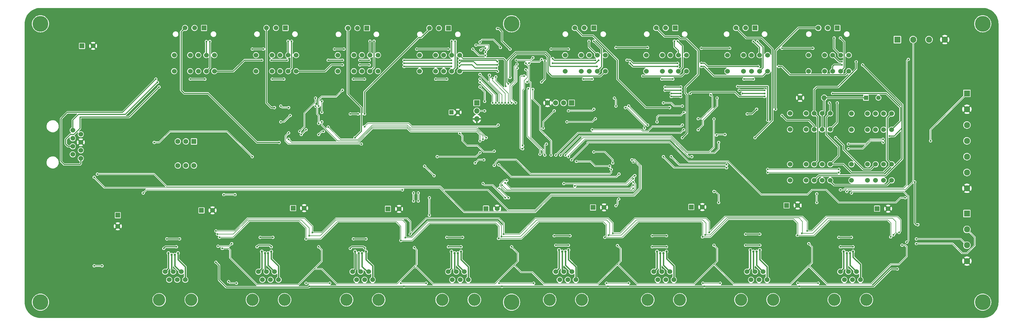
<source format=gbl>
G04 #@! TF.GenerationSoftware,KiCad,Pcbnew,7.0.7*
G04 #@! TF.CreationDate,2024-01-25T11:55:39-05:00*
G04 #@! TF.ProjectId,AOML_AB_3.0_reorganized-v1,414f4d4c-5f41-4425-9f33-2e305f72656f,1*
G04 #@! TF.SameCoordinates,Original*
G04 #@! TF.FileFunction,Copper,L2,Bot*
G04 #@! TF.FilePolarity,Positive*
%FSLAX46Y46*%
G04 Gerber Fmt 4.6, Leading zero omitted, Abs format (unit mm)*
G04 Created by KiCad (PCBNEW 7.0.7) date 2024-01-25 11:55:39*
%MOMM*%
%LPD*%
G01*
G04 APERTURE LIST*
G04 #@! TA.AperFunction,ComponentPad*
%ADD10R,1.520000X1.520000*%
G04 #@! TD*
G04 #@! TA.AperFunction,ComponentPad*
%ADD11C,1.520000*%
G04 #@! TD*
G04 #@! TA.AperFunction,ComponentPad*
%ADD12C,1.524000*%
G04 #@! TD*
G04 #@! TA.AperFunction,ComponentPad*
%ADD13R,1.950000X1.950000*%
G04 #@! TD*
G04 #@! TA.AperFunction,ComponentPad*
%ADD14C,1.950000*%
G04 #@! TD*
G04 #@! TA.AperFunction,ComponentPad*
%ADD15C,5.000000*%
G04 #@! TD*
G04 #@! TA.AperFunction,ComponentPad*
%ADD16R,1.524000X1.524000*%
G04 #@! TD*
G04 #@! TA.AperFunction,ComponentPad*
%ADD17R,1.651000X1.651000*%
G04 #@! TD*
G04 #@! TA.AperFunction,ComponentPad*
%ADD18C,1.651000*%
G04 #@! TD*
G04 #@! TA.AperFunction,ComponentPad*
%ADD19C,1.600000*%
G04 #@! TD*
G04 #@! TA.AperFunction,ComponentPad*
%ADD20O,1.600000X1.600000*%
G04 #@! TD*
G04 #@! TA.AperFunction,ComponentPad*
%ADD21C,1.580000*%
G04 #@! TD*
G04 #@! TA.AperFunction,ComponentPad*
%ADD22R,1.580000X1.580000*%
G04 #@! TD*
G04 #@! TA.AperFunction,ComponentPad*
%ADD23R,1.700000X1.700000*%
G04 #@! TD*
G04 #@! TA.AperFunction,ComponentPad*
%ADD24O,1.700000X1.700000*%
G04 #@! TD*
G04 #@! TA.AperFunction,ComponentPad*
%ADD25R,1.397000X1.397000*%
G04 #@! TD*
G04 #@! TA.AperFunction,ComponentPad*
%ADD26C,1.397000*%
G04 #@! TD*
G04 #@! TA.AperFunction,ComponentPad*
%ADD27R,1.320800X1.320800*%
G04 #@! TD*
G04 #@! TA.AperFunction,ComponentPad*
%ADD28C,1.320800*%
G04 #@! TD*
G04 #@! TA.AperFunction,ComponentPad*
%ADD29C,3.860800*%
G04 #@! TD*
G04 #@! TA.AperFunction,ViaPad*
%ADD30C,0.600000*%
G04 #@! TD*
G04 #@! TA.AperFunction,ViaPad*
%ADD31C,0.750000*%
G04 #@! TD*
G04 #@! TA.AperFunction,ViaPad*
%ADD32C,1.500000*%
G04 #@! TD*
G04 #@! TA.AperFunction,Conductor*
%ADD33C,0.150000*%
G04 #@! TD*
G04 #@! TA.AperFunction,Conductor*
%ADD34C,0.300000*%
G04 #@! TD*
G04 #@! TA.AperFunction,Conductor*
%ADD35C,0.400000*%
G04 #@! TD*
G04 #@! TA.AperFunction,Conductor*
%ADD36C,0.450000*%
G04 #@! TD*
G04 APERTURE END LIST*
D10*
X109739650Y-93315000D03*
D11*
X106739651Y-93315000D03*
X103739652Y-93315000D03*
D12*
X295050000Y-125400000D03*
X300130000Y-125400000D03*
X302670000Y-125400000D03*
X305210000Y-125400000D03*
X307750000Y-125400000D03*
X307750000Y-120320000D03*
X305210000Y-120320000D03*
X302670000Y-120320000D03*
X300130000Y-120320000D03*
X295050000Y-120320000D03*
D13*
X351000000Y-114000000D03*
D14*
X351000000Y-119000000D03*
X351000000Y-124000000D03*
X351000000Y-129000000D03*
X351000000Y-134000000D03*
X351000000Y-139000000D03*
X351000000Y-144000000D03*
D15*
X58000000Y-180000000D03*
D12*
X275256380Y-107000000D03*
X280336380Y-107000000D03*
X282876380Y-107000000D03*
X285416380Y-107000000D03*
X287956380Y-107000000D03*
X287956380Y-101920000D03*
X285416380Y-101920000D03*
X282876380Y-101920000D03*
X280336380Y-101920000D03*
X275256380Y-101920000D03*
X100300000Y-107000000D03*
X105380000Y-107000000D03*
X107920000Y-107000000D03*
X110460000Y-107000000D03*
X113000000Y-107000000D03*
X113000000Y-101920000D03*
X110460000Y-101920000D03*
X107920000Y-101920000D03*
X105380000Y-101920000D03*
X100300000Y-101920000D03*
D16*
X198914200Y-150425000D03*
D12*
X202419400Y-150425000D03*
D10*
X187000000Y-93370000D03*
D11*
X184000001Y-93370000D03*
X181000002Y-93370000D03*
D10*
X283999998Y-93315000D03*
D11*
X280999999Y-93315000D03*
X278000000Y-93315000D03*
D16*
X82468900Y-152494800D03*
D12*
X82468900Y-156000000D03*
X68229001Y-125659900D03*
X70769001Y-126929900D03*
X68229001Y-128199900D03*
X70769001Y-129469900D03*
X68229001Y-130739900D03*
X70769001Y-132009900D03*
X68229001Y-133279900D03*
X70769001Y-134549900D03*
D16*
X293976150Y-149425000D03*
D12*
X297481350Y-149425000D03*
X223923048Y-107000000D03*
X229003048Y-107000000D03*
X231543048Y-107000000D03*
X234083048Y-107000000D03*
X236623048Y-107000000D03*
X236623048Y-101920000D03*
X234083048Y-101920000D03*
X231543048Y-101920000D03*
X229003048Y-101920000D03*
X223923048Y-101920000D03*
D17*
X226000000Y-117000000D03*
D18*
X223460000Y-117000000D03*
X220920000Y-117000000D03*
X218380000Y-117000000D03*
D13*
X351000000Y-152000000D03*
D14*
X351000000Y-157000000D03*
X351000000Y-162000000D03*
X351000000Y-167000000D03*
D15*
X58000000Y-92000000D03*
X356000000Y-180000000D03*
D12*
X295050000Y-141480000D03*
X300130000Y-141480000D03*
X302670000Y-141480000D03*
X305210000Y-141480000D03*
X307750000Y-141480000D03*
X307750000Y-136400000D03*
X305210000Y-136400000D03*
X302670000Y-136400000D03*
X300130000Y-136400000D03*
X295050000Y-136400000D03*
D15*
X356000000Y-92000000D03*
X207000000Y-92000000D03*
D10*
X258739650Y-93315000D03*
D11*
X255739651Y-93315000D03*
X252739652Y-93315000D03*
D12*
X300923048Y-107000000D03*
X306003048Y-107000000D03*
X308543048Y-107000000D03*
X311083048Y-107000000D03*
X313623048Y-107000000D03*
X313623048Y-101920000D03*
X311083048Y-101920000D03*
X308543048Y-101920000D03*
X306003048Y-101920000D03*
X300923048Y-101920000D03*
X126173333Y-107000000D03*
X131253333Y-107000000D03*
X133793333Y-107000000D03*
X136333333Y-107000000D03*
X138873333Y-107000000D03*
X138873333Y-101920000D03*
X136333333Y-101920000D03*
X133793333Y-101920000D03*
X131253333Y-101920000D03*
X126173333Y-101920000D03*
X314501400Y-141480000D03*
X319581400Y-141480000D03*
X322121400Y-141480000D03*
X324661400Y-141480000D03*
X327201400Y-141480000D03*
X327201400Y-136400000D03*
X324661400Y-136400000D03*
X322121400Y-136400000D03*
X319581400Y-136400000D03*
X314501400Y-136400000D03*
D16*
X167914150Y-150500000D03*
D12*
X171419350Y-150500000D03*
X177920000Y-107000000D03*
X183000000Y-107000000D03*
X185540000Y-107000000D03*
X188080000Y-107000000D03*
X190620000Y-107000000D03*
X190620000Y-101920000D03*
X188080000Y-101920000D03*
X185540000Y-101920000D03*
X183000000Y-101920000D03*
X177920000Y-101920000D03*
D15*
X207000000Y-180000000D03*
D19*
X298240000Y-115400000D03*
D20*
X305860000Y-115400000D03*
D16*
X71150000Y-99000000D03*
D12*
X74655200Y-99000000D03*
X314501400Y-125480000D03*
X319581400Y-125480000D03*
X322121400Y-125480000D03*
X324661400Y-125480000D03*
X327201400Y-125480000D03*
X327201400Y-120400000D03*
X324661400Y-120400000D03*
X322121400Y-120400000D03*
X319581400Y-120400000D03*
X314501400Y-120400000D03*
D10*
X135493100Y-93315000D03*
D11*
X132493101Y-93315000D03*
X129493102Y-93315000D03*
D13*
X329000000Y-97000000D03*
D14*
X334000000Y-97000000D03*
X339000000Y-97000000D03*
X344000000Y-97000000D03*
D21*
X106540000Y-136810000D03*
X104000000Y-136810000D03*
X101460000Y-136810000D03*
X101460000Y-129190000D03*
X104000000Y-129190000D03*
D22*
X106540000Y-129190000D03*
D16*
X137914150Y-150275000D03*
D12*
X141419350Y-150275000D03*
D23*
X196000000Y-117000000D03*
D24*
X196000000Y-119540000D03*
X196000000Y-122080000D03*
D16*
X108932800Y-150975000D03*
D12*
X112438000Y-150975000D03*
D10*
X232999998Y-93315000D03*
D11*
X229999999Y-93315000D03*
X227000000Y-93315000D03*
D16*
X232757150Y-150050000D03*
D12*
X236262350Y-150050000D03*
D25*
X319081500Y-115400000D03*
D26*
X323018500Y-115400000D03*
D16*
X263828350Y-149925000D03*
D12*
X267333550Y-149925000D03*
X152046666Y-107000000D03*
X157126666Y-107000000D03*
X159666666Y-107000000D03*
X162206666Y-107000000D03*
X164746666Y-107000000D03*
X164746666Y-101920000D03*
X162206666Y-101920000D03*
X159666666Y-101920000D03*
X157126666Y-101920000D03*
X152046666Y-101920000D03*
D16*
X322579000Y-150425000D03*
D12*
X326084200Y-150425000D03*
X249589714Y-107000000D03*
X254669714Y-107000000D03*
X257209714Y-107000000D03*
X259749714Y-107000000D03*
X262289714Y-107000000D03*
X262289714Y-101920000D03*
X259749714Y-101920000D03*
X257209714Y-101920000D03*
X254669714Y-101920000D03*
X249589714Y-101920000D03*
D10*
X161246550Y-93370000D03*
D11*
X158246551Y-93370000D03*
X155246552Y-93370000D03*
D27*
X188000000Y-120000000D03*
D28*
X190000000Y-120000000D03*
D10*
X309999998Y-93315000D03*
D11*
X306999999Y-93315000D03*
X304000000Y-93315000D03*
D12*
X186960000Y-170360000D03*
X188230000Y-172900000D03*
X189500000Y-170360000D03*
X190770000Y-172900000D03*
X192040000Y-170360000D03*
X193310000Y-172900000D03*
D29*
X185055000Y-179250000D03*
X195215000Y-179250000D03*
D12*
X97460000Y-170360000D03*
X98730000Y-172900000D03*
X100000000Y-170360000D03*
X101270000Y-172900000D03*
X102540000Y-170360000D03*
X103810000Y-172900000D03*
D29*
X95555000Y-179250000D03*
X105715000Y-179250000D03*
D12*
X156710000Y-170360000D03*
X157980000Y-172900000D03*
X159250000Y-170360000D03*
X160520000Y-172900000D03*
X161790000Y-170360000D03*
X163060000Y-172900000D03*
D29*
X154805000Y-179250000D03*
X164965000Y-179250000D03*
D12*
X126960000Y-170360000D03*
X128230000Y-172900000D03*
X129500000Y-170360000D03*
X130770000Y-172900000D03*
X132040000Y-170360000D03*
X133310000Y-172900000D03*
D29*
X125055000Y-179250000D03*
X135215000Y-179250000D03*
D12*
X220960000Y-170360000D03*
X222230000Y-172900000D03*
X223500000Y-170360000D03*
X224770000Y-172900000D03*
X226040000Y-170360000D03*
X227310000Y-172900000D03*
D29*
X219055000Y-179250000D03*
X229215000Y-179250000D03*
D12*
X281460000Y-170360000D03*
X282730000Y-172900000D03*
X284000000Y-170360000D03*
X285270000Y-172900000D03*
X286540000Y-170360000D03*
X287810000Y-172900000D03*
D29*
X279555000Y-179250000D03*
X289715000Y-179250000D03*
D12*
X251960000Y-170360000D03*
X253230000Y-172900000D03*
X254500000Y-170360000D03*
X255770000Y-172900000D03*
X257040000Y-170360000D03*
X258310000Y-172900000D03*
D29*
X250055000Y-179250000D03*
X260215000Y-179250000D03*
D12*
X310960000Y-170360000D03*
X312230000Y-172900000D03*
X313500000Y-170360000D03*
X314770000Y-172900000D03*
X316040000Y-170360000D03*
X317310000Y-172900000D03*
D29*
X309055000Y-179250000D03*
X319215000Y-179250000D03*
D30*
X94000000Y-129500000D03*
X125000000Y-134000000D03*
D31*
X292500000Y-156500000D03*
X167500000Y-166000000D03*
D30*
X184500000Y-163000000D03*
D31*
X137500000Y-165500000D03*
D30*
X83000000Y-173500000D03*
X307500000Y-155500000D03*
D31*
X322000000Y-165000000D03*
D30*
X223000000Y-121500000D03*
X245500000Y-162500000D03*
X322250000Y-133750000D03*
X264000000Y-130000000D03*
X191000000Y-136000000D03*
X330000000Y-166500000D03*
X67500000Y-111000000D03*
X217500000Y-155500000D03*
X277500000Y-160000000D03*
D32*
X73750000Y-131250000D03*
D30*
X88000000Y-103500000D03*
X154000000Y-157500000D03*
X164500000Y-129500000D03*
X244000000Y-120000000D03*
X83500000Y-106500000D03*
X75000000Y-138500000D03*
D31*
X292500000Y-164500000D03*
D30*
X170500000Y-119500000D03*
D31*
X74500000Y-154500000D03*
X108000000Y-166000000D03*
D30*
X154500000Y-122000000D03*
X200500000Y-140000000D03*
X344500000Y-106000000D03*
X123500000Y-157000000D03*
X120000000Y-140000000D03*
X300500000Y-129500000D03*
X197000000Y-113000000D03*
X344500000Y-132000000D03*
X70000000Y-146000000D03*
X88500000Y-147000000D03*
X216500000Y-145500000D03*
X169000000Y-140000000D03*
D31*
X262500000Y-157000000D03*
D30*
X146000000Y-141500000D03*
X90500000Y-95000000D03*
X150000000Y-163000000D03*
X248000000Y-155500000D03*
X257000000Y-132500000D03*
X300500000Y-166000000D03*
X184000000Y-156000000D03*
X113000000Y-135350500D03*
X248000000Y-160500000D03*
X208000000Y-113250000D03*
X279000000Y-132500000D03*
X91500000Y-163000000D03*
X270500000Y-166500000D03*
X214500000Y-128000000D03*
X242000000Y-132500000D03*
X171000000Y-127500000D03*
X78035002Y-167535002D03*
X278500000Y-162000000D03*
X278500000Y-154500000D03*
X124000000Y-162500000D03*
X140345500Y-128445000D03*
D31*
X232000000Y-165000000D03*
D30*
X198000000Y-98049500D03*
D31*
X262500000Y-165000000D03*
D30*
X244000000Y-115500000D03*
X179500000Y-119145800D03*
X206500000Y-167000000D03*
X82000000Y-167500000D03*
X214500000Y-162500000D03*
X133000000Y-122000000D03*
X76000000Y-147000000D03*
X133000000Y-131500000D03*
X209000000Y-137500000D03*
X308000000Y-162500000D03*
X307492750Y-129577253D03*
X182500000Y-161000000D03*
X95000000Y-163000000D03*
D31*
X232000000Y-157000000D03*
D30*
X287000000Y-143000000D03*
X274500000Y-164500000D03*
X279000000Y-123500000D03*
D31*
X198000000Y-157500000D03*
D30*
X234000000Y-120000000D03*
X171000000Y-130500000D03*
X165500000Y-132500000D03*
D31*
X137500000Y-157500000D03*
D30*
X123000000Y-161000000D03*
X240000000Y-141000000D03*
D31*
X198000000Y-165500000D03*
D30*
X218500000Y-162500000D03*
X161700000Y-132700000D03*
X154000000Y-163000000D03*
X178000000Y-115500000D03*
X96500000Y-155000000D03*
X265000000Y-117260000D03*
X191000000Y-138000000D03*
X175500000Y-167500000D03*
X201500000Y-134749999D03*
X213500000Y-142000000D03*
X307000000Y-161000000D03*
X240000000Y-166500000D03*
X246000000Y-139000000D03*
X192500000Y-129000000D03*
X237500000Y-131000000D03*
D32*
X86000000Y-112500000D03*
D30*
X257000000Y-123500000D03*
X154500000Y-131000000D03*
X81000000Y-171500000D03*
X249000000Y-162500000D03*
D31*
X322000000Y-157000000D03*
D30*
X304000000Y-162500000D03*
X202500000Y-125347200D03*
X210250000Y-98500000D03*
X115000000Y-164000000D03*
D31*
X73000000Y-158500000D03*
D30*
X329750000Y-139750000D03*
X139500000Y-117000000D03*
D32*
X89000000Y-111000000D03*
D30*
X192500000Y-132500000D03*
X148000000Y-138500000D03*
X216500000Y-160500000D03*
X202749999Y-137500000D03*
X180500000Y-163000000D03*
X95000000Y-159500000D03*
D31*
X167500000Y-158000000D03*
X108000000Y-158000000D03*
D30*
X153000000Y-161000000D03*
X145500000Y-167000000D03*
X242500000Y-134375000D03*
X231500000Y-141500000D03*
X121500000Y-162500000D03*
X206500000Y-100000000D03*
X202500000Y-93500000D03*
X143000000Y-175000000D03*
X182500000Y-140000000D03*
X268000000Y-175000000D03*
X334500000Y-142000000D03*
X237500000Y-175000000D03*
X335500000Y-155500000D03*
X329000000Y-169500000D03*
X113500000Y-167375500D03*
X204000000Y-175000000D03*
X173000000Y-175000000D03*
X298000000Y-175000000D03*
X179500000Y-137000000D03*
X201500000Y-132250000D03*
X190612751Y-126612750D03*
X331500000Y-147000000D03*
X226000000Y-135000000D03*
X339500000Y-129000000D03*
X183500000Y-134000000D03*
X197000000Y-132750000D03*
X90500000Y-145500000D03*
X172500000Y-144500000D03*
X134000000Y-118000000D03*
X136500000Y-118500000D03*
X134000000Y-123000000D03*
X137000000Y-121000000D03*
X187000000Y-100000000D03*
X177000000Y-100000000D03*
X205130000Y-111770000D03*
X128500000Y-100000000D03*
X154000000Y-100000000D03*
X125000000Y-100000000D03*
X151000000Y-100000000D03*
X136500000Y-128500000D03*
X197000000Y-129000000D03*
X159500000Y-130000000D03*
X145000000Y-115500000D03*
X160500000Y-124500000D03*
X136500000Y-126500000D03*
X202750000Y-124000000D03*
X140000000Y-126000000D03*
X147500000Y-126000000D03*
X146000000Y-127000000D03*
X145000000Y-118000000D03*
X149000000Y-124635000D03*
X199000000Y-128000000D03*
X146000000Y-123500000D03*
X147000000Y-116500000D03*
X198000000Y-128500000D03*
X147000000Y-123000000D03*
X147000000Y-120000000D03*
X253000000Y-123000000D03*
X261500000Y-120000000D03*
X261000000Y-118000000D03*
X255000000Y-117000000D03*
X217500000Y-103750000D03*
X225000000Y-100000000D03*
X276000000Y-99750000D03*
X267000000Y-99750000D03*
X216500000Y-110405000D03*
X240000000Y-99500000D03*
X250000000Y-99500000D03*
X219500000Y-100000000D03*
X292500000Y-99750000D03*
X302250000Y-99750000D03*
X270000000Y-114500000D03*
X261400500Y-125500000D03*
X221000000Y-133500000D03*
X266000000Y-122000000D03*
X266000000Y-125500000D03*
X264000000Y-134000000D03*
X272000000Y-115500000D03*
X225000000Y-134000000D03*
X271825000Y-127175000D03*
X274500000Y-127000000D03*
X272500000Y-129500000D03*
X224000000Y-133500000D03*
X271000000Y-122095000D03*
X222500000Y-133500000D03*
D31*
X98500000Y-164500000D03*
D30*
X102000000Y-160000000D03*
X98000000Y-160000000D03*
D31*
X99500000Y-165000000D03*
X100500000Y-165000000D03*
D30*
X101000000Y-162500000D03*
X97000000Y-163000000D03*
D31*
X101500000Y-164500000D03*
D30*
X172000000Y-174000000D03*
X117500000Y-173500000D03*
X297500000Y-174000000D03*
X267500000Y-174000000D03*
X120000000Y-174000000D03*
X214000000Y-174000000D03*
X142000000Y-174000000D03*
X180000000Y-174000000D03*
X244000000Y-174000000D03*
X237000000Y-174000000D03*
X273000000Y-174000000D03*
X149500000Y-174000000D03*
X304000000Y-174000000D03*
X203000000Y-174000000D03*
X146000000Y-162500000D03*
X330475000Y-161975000D03*
X115500000Y-163000000D03*
X181000000Y-147000000D03*
X240500000Y-162100000D03*
X181000000Y-152500000D03*
X176250000Y-162750000D03*
X207000000Y-162500000D03*
X271000000Y-162000000D03*
X301000000Y-161500000D03*
X118500000Y-161500000D03*
X114175000Y-162325000D03*
X240000000Y-149500000D03*
X119524500Y-146000000D03*
X116000000Y-146000000D03*
X240900000Y-147400000D03*
X236500000Y-159500000D03*
X202875000Y-159875000D03*
X267375000Y-159375000D03*
X297375000Y-158875000D03*
X326875000Y-159375000D03*
X114625000Y-159500000D03*
X172000000Y-160500000D03*
X142000000Y-160000000D03*
X298775000Y-158225000D03*
X114000000Y-158500000D03*
X327775000Y-158725000D03*
X173401900Y-159598100D03*
X203775000Y-159225000D03*
X143000000Y-159000000D03*
X237650000Y-158850000D03*
X268275000Y-158725000D03*
X300500000Y-157500000D03*
X204500000Y-158475000D03*
X113500000Y-157500000D03*
X329500000Y-157975000D03*
X239000000Y-158200000D03*
X269500000Y-158000000D03*
X144000000Y-158000000D03*
X174965304Y-158488877D03*
D31*
X188000000Y-164000000D03*
D30*
X191500000Y-159500000D03*
X186500000Y-159500000D03*
D31*
X189000000Y-164500000D03*
X190000000Y-164500000D03*
D30*
X187000000Y-162500000D03*
X191000000Y-162500000D03*
D31*
X191000000Y-164000000D03*
D30*
X176000000Y-145475500D03*
X176000000Y-148000000D03*
D31*
X282500000Y-163500000D03*
D30*
X281000000Y-158500000D03*
X285500000Y-158500000D03*
D31*
X283500000Y-164000000D03*
X284500000Y-164000000D03*
D30*
X281000000Y-162000000D03*
X285500000Y-162000000D03*
D31*
X285500000Y-163500000D03*
D30*
X177500000Y-145475500D03*
X177500000Y-148000000D03*
D31*
X128000000Y-164000000D03*
D30*
X127500000Y-159500000D03*
X131500000Y-159500000D03*
D31*
X129000000Y-164500000D03*
X130000000Y-164500000D03*
D30*
X131000000Y-162500000D03*
X126500000Y-162500000D03*
D31*
X131000000Y-164000000D03*
D30*
X205000000Y-147000000D03*
X198000000Y-142500000D03*
D31*
X222000000Y-163500000D03*
D30*
X220500000Y-159000000D03*
X225500000Y-159000000D03*
D31*
X223000000Y-164000000D03*
X224000000Y-164000000D03*
D30*
X221000000Y-162000000D03*
X225000000Y-162000000D03*
D31*
X225000000Y-163500000D03*
D30*
X203000000Y-144000000D03*
X206000000Y-147000000D03*
D31*
X312000000Y-164000000D03*
D30*
X310500000Y-159500000D03*
X314500000Y-159500000D03*
D31*
X313000000Y-164500000D03*
X314000000Y-164500000D03*
D30*
X311000000Y-162500000D03*
X315000000Y-162500000D03*
D31*
X315000000Y-164000000D03*
D30*
X204000000Y-143000000D03*
X245500000Y-144000000D03*
X272500000Y-148500000D03*
X271000000Y-145000000D03*
D31*
X157518121Y-164000000D03*
D30*
X157000000Y-160000000D03*
X161000000Y-160000000D03*
D31*
X158681938Y-164500000D03*
X159722500Y-164500000D03*
D30*
X156000000Y-163000000D03*
X160500000Y-162852302D03*
D31*
X161000000Y-164000000D03*
D30*
X303500000Y-145750000D03*
X303500000Y-148500000D03*
X245500000Y-143000000D03*
X205000000Y-142342519D03*
D31*
X253000000Y-164000000D03*
D30*
X251500000Y-159000000D03*
X256000000Y-159000000D03*
D31*
X254000000Y-164500000D03*
X255000000Y-164500000D03*
D30*
X251500000Y-162500000D03*
X256000000Y-162500000D03*
D31*
X256000000Y-164000000D03*
D30*
X245500000Y-142000000D03*
X332000000Y-161000000D03*
X314500000Y-145500000D03*
X205500000Y-141500000D03*
X95000000Y-110500000D03*
X311500000Y-104000000D03*
X316000000Y-104000000D03*
X75000000Y-140500000D03*
X245000000Y-135000000D03*
X309500000Y-128000000D03*
X292500000Y-121000000D03*
X95500000Y-112000000D03*
X76000000Y-139500000D03*
X245500000Y-135675000D03*
X258000000Y-109500000D03*
X318000000Y-105000000D03*
X131293333Y-109500000D03*
X280500000Y-109500000D03*
X94500000Y-109500000D03*
X232500000Y-109500000D03*
X105420000Y-109500000D03*
X160500000Y-109500000D03*
X186500000Y-109500000D03*
X283500000Y-109500000D03*
X326500000Y-127500000D03*
X229750000Y-109500000D03*
X254500000Y-109500000D03*
X183000000Y-109500000D03*
X157000000Y-109500000D03*
X135000000Y-109500000D03*
X311500000Y-105000000D03*
X110000000Y-109500000D03*
X220500000Y-119500000D03*
X217000000Y-125000000D03*
X245500000Y-141000000D03*
X313000000Y-145000000D03*
X227000000Y-143275500D03*
X111572000Y-97599500D03*
X110460000Y-97599500D03*
X133500000Y-129500000D03*
X137445333Y-97554667D03*
X136333333Y-97500000D03*
X132000000Y-118500000D03*
X163500000Y-97500000D03*
X162206666Y-97500000D03*
X157500000Y-128000000D03*
X189192000Y-97500000D03*
X188080000Y-97500000D03*
X158500000Y-120500000D03*
X160500000Y-120500000D03*
X156000000Y-120500000D03*
X233000000Y-97500000D03*
X231500000Y-97500000D03*
X257000000Y-118500000D03*
X259500000Y-97500000D03*
X258500000Y-97500000D03*
X261000000Y-128000000D03*
X284750000Y-97599500D03*
X283500000Y-97599500D03*
X284000000Y-128000000D03*
X311000000Y-96500000D03*
X309000000Y-96500000D03*
X281500000Y-120500000D03*
X290500000Y-119000000D03*
X284500000Y-119000000D03*
X255000000Y-134000000D03*
X243000000Y-118500000D03*
X275000000Y-137500000D03*
X288000000Y-139000000D03*
X313500000Y-131500000D03*
X233500000Y-122000000D03*
X310500000Y-139000000D03*
X224500000Y-123000000D03*
X324500000Y-129500000D03*
X249000000Y-125000000D03*
X275000000Y-136500000D03*
X257500000Y-134000000D03*
X310500000Y-138000000D03*
X288000000Y-138000000D03*
X313500000Y-130000000D03*
X244000000Y-118000000D03*
X233000000Y-119000000D03*
X225000000Y-119500000D03*
X324500000Y-128500000D03*
X250000000Y-124000000D03*
X198460000Y-119540000D03*
X335000000Y-161500000D03*
X335000000Y-160000000D03*
X77500000Y-168500000D03*
X75000000Y-168500000D03*
X149000000Y-103500000D03*
X136000000Y-103500000D03*
X153500000Y-103500000D03*
X202500000Y-104000000D03*
X190500000Y-103500000D03*
X162000000Y-103500000D03*
X159000000Y-103500000D03*
X188000000Y-103500000D03*
X128000000Y-103500000D03*
X173000000Y-103500000D03*
X131000000Y-103500000D03*
X190500000Y-104500000D03*
X188000000Y-104500000D03*
X202500000Y-105000000D03*
X159000000Y-105000000D03*
X153500000Y-105000000D03*
X173000000Y-104500000D03*
X162000000Y-105000000D03*
X173000000Y-105500000D03*
X188000000Y-105500000D03*
X202250000Y-106000000D03*
X190500000Y-105500000D03*
X202554930Y-107000000D03*
X260500000Y-114000000D03*
X308500000Y-114000000D03*
X257500000Y-114000000D03*
X280000000Y-114000000D03*
X287000000Y-114000000D03*
X263500000Y-114000000D03*
X260500000Y-115000000D03*
X307500000Y-117000000D03*
X257500000Y-115000000D03*
X287000000Y-115000000D03*
X248500000Y-108500000D03*
X234000000Y-105500000D03*
X206000000Y-111000000D03*
X206500000Y-109000000D03*
X220000000Y-103000000D03*
X233500000Y-103500000D03*
X259500000Y-105500000D03*
X267000000Y-105500000D03*
X244500000Y-104500000D03*
X220000000Y-104500000D03*
X259500000Y-104500000D03*
X291500000Y-105500000D03*
X234500000Y-103500000D03*
X267000000Y-104500000D03*
X243500000Y-103500000D03*
X285000000Y-105500000D03*
X278450839Y-111798661D03*
X255500000Y-112000000D03*
X288000000Y-122500000D03*
X260500000Y-112000000D03*
X260500000Y-113000000D03*
X255500000Y-113000000D03*
X279000000Y-113000000D03*
X287000000Y-113000000D03*
X310000000Y-117000000D03*
X223500000Y-142500000D03*
X332475500Y-103250000D03*
X311000000Y-144500000D03*
X246000000Y-140000000D03*
X208250000Y-117000000D03*
X208799500Y-106000000D03*
X207000000Y-117000000D03*
X208750000Y-104750000D03*
X206000000Y-117000000D03*
X202000000Y-108750000D03*
X197250000Y-100250000D03*
X198750000Y-99750000D03*
X201000000Y-109250000D03*
X205000000Y-117000000D03*
X200000000Y-108250000D03*
X203500000Y-99500000D03*
X204000000Y-117000000D03*
X197000000Y-97750000D03*
X198750000Y-101000000D03*
X197000000Y-108000000D03*
X203000000Y-117000000D03*
X195750000Y-98750000D03*
X197000000Y-109500000D03*
X202000000Y-117000000D03*
X197000000Y-110500000D03*
X201000000Y-117000000D03*
X198750000Y-102000000D03*
X194750000Y-100000000D03*
X208500000Y-103500000D03*
X213750000Y-112750000D03*
X213750000Y-102750000D03*
X219500000Y-133500000D03*
X217500000Y-133500000D03*
X211905000Y-110405000D03*
X261000000Y-124000000D03*
X218000000Y-130000000D03*
X211500000Y-104500000D03*
X232500000Y-125500000D03*
X153500000Y-113000000D03*
X142000000Y-125500000D03*
X140500000Y-127000000D03*
X197000000Y-112000000D03*
X146000000Y-118000000D03*
X198500000Y-116500000D03*
X216000000Y-133250000D03*
X212250000Y-112500000D03*
X211000000Y-108500000D03*
X210500000Y-131500000D03*
X212500000Y-104500000D03*
X210500000Y-130500000D03*
X216500000Y-103250000D03*
X211500000Y-106500000D03*
X238500000Y-138000000D03*
X201500000Y-136750000D03*
X241000000Y-139500000D03*
X202938512Y-136567824D03*
X238000000Y-137000000D03*
X227500000Y-135500000D03*
X239000000Y-136000000D03*
X233000000Y-132500000D03*
X239500000Y-115500000D03*
X240000000Y-118000000D03*
X198250000Y-135000000D03*
X195500000Y-136000000D03*
D33*
X125000000Y-134000000D02*
X117000000Y-126000000D01*
X99000000Y-126000000D02*
X95500000Y-129500000D01*
X117000000Y-126000000D02*
X99000000Y-126000000D01*
X95500000Y-129500000D02*
X94000000Y-129500000D01*
X203500000Y-135750000D02*
X204000000Y-136250000D01*
X247150000Y-143855026D02*
X247150000Y-137150000D01*
X245500000Y-136500000D02*
X243500000Y-134500000D01*
X204000000Y-136250000D02*
X209250000Y-136250000D01*
X287000000Y-143000000D02*
X308398960Y-143000000D01*
X242625000Y-134500000D02*
X242500000Y-134375000D01*
X246500000Y-136500000D02*
X245500000Y-136500000D01*
X213000000Y-140000000D02*
X238750000Y-140000000D01*
X185650000Y-144150000D02*
X199650000Y-144150000D01*
X243000000Y-142000000D02*
X246000000Y-139000000D01*
X235500000Y-141500000D02*
X236000000Y-142000000D01*
X214355026Y-150650000D02*
X219355025Y-145650000D01*
X236000000Y-142000000D02*
X243000000Y-142000000D01*
X75000000Y-138500000D02*
X180000000Y-138500000D01*
X331500000Y-140750000D02*
X331500000Y-102000000D01*
X212500000Y-139500000D02*
X212505026Y-139500000D01*
X209250000Y-136250000D02*
X212500000Y-139500000D01*
X212500000Y-139500000D02*
X213000000Y-140000000D01*
X231500000Y-141500000D02*
X235500000Y-141500000D01*
X308398960Y-143000000D02*
X308898960Y-143500000D01*
X206150000Y-150650000D02*
X214355026Y-150650000D01*
X243500000Y-134500000D02*
X242625000Y-134500000D01*
X180000000Y-138500000D02*
X185650000Y-144150000D01*
X245355026Y-145650000D02*
X247150000Y-143855026D01*
X238750000Y-140000000D02*
X239750000Y-139000000D01*
X328750000Y-143500000D02*
X331500000Y-140750000D01*
X247150000Y-137150000D02*
X246500000Y-136500000D01*
X219355025Y-145650000D02*
X245355026Y-145650000D01*
X199650000Y-144150000D02*
X206150000Y-150650000D01*
X308898960Y-143500000D02*
X328750000Y-143500000D01*
D34*
X203000000Y-93500000D02*
X202500000Y-93500000D01*
X206500000Y-100000000D02*
X204000000Y-97500000D01*
X204000000Y-94500000D02*
X203000000Y-93500000D01*
X204000000Y-97500000D02*
X204000000Y-94500000D01*
X329000000Y-169500000D02*
X327000000Y-169500000D01*
X327000000Y-169500000D02*
X321500000Y-175000000D01*
X114500000Y-173000000D02*
X116750000Y-175250000D01*
X142750000Y-175250000D02*
X143000000Y-175000000D01*
X268000000Y-175000000D02*
X298000000Y-175000000D01*
X204000000Y-175000000D02*
X237500000Y-175000000D01*
X335000000Y-155500000D02*
X335500000Y-155500000D01*
X321500000Y-175000000D02*
X298000000Y-175000000D01*
X334500000Y-155000000D02*
X335000000Y-155500000D01*
X143000000Y-175000000D02*
X173000000Y-175000000D01*
D33*
X179500000Y-137000000D02*
X182500000Y-140000000D01*
D34*
X173000000Y-175000000D02*
X204000000Y-175000000D01*
X114500000Y-168375500D02*
X114500000Y-173000000D01*
X116750000Y-175250000D02*
X142750000Y-175250000D01*
X334500000Y-142000000D02*
X334500000Y-155000000D01*
X113500000Y-167375500D02*
X114500000Y-168375500D01*
X237500000Y-175000000D02*
X268000000Y-175000000D01*
D33*
X196250000Y-130500000D02*
X198250000Y-132500000D01*
X201250000Y-132500000D02*
X201500000Y-132250000D01*
X198250000Y-132500000D02*
X201250000Y-132500000D01*
X190612751Y-126612750D02*
X191500000Y-127499999D01*
X191500000Y-129000000D02*
X193000000Y-130500000D01*
X193000000Y-130500000D02*
X196250000Y-130500000D01*
X191500000Y-127499999D02*
X191500000Y-129000000D01*
X328500000Y-148500000D02*
X310500000Y-148500000D01*
X339500000Y-125500000D02*
X351000000Y-114000000D01*
X257000000Y-129500000D02*
X231000000Y-129500000D01*
X300500000Y-146000000D02*
X286000000Y-146000000D01*
X231000000Y-130000000D02*
X226000000Y-135000000D01*
X231000000Y-129500000D02*
X231000000Y-130000000D01*
X310500000Y-148500000D02*
X306500000Y-144500000D01*
X263000000Y-135500000D02*
X257000000Y-129500000D01*
X286000000Y-146000000D02*
X275500000Y-135500000D01*
X339500000Y-129000000D02*
X339500000Y-125500000D01*
X302000000Y-144500000D02*
X300500000Y-146000000D01*
X331500000Y-147000000D02*
X330000000Y-147000000D01*
X330000000Y-147000000D02*
X328500000Y-148500000D01*
X306500000Y-144500000D02*
X302000000Y-144500000D01*
X275500000Y-135500000D02*
X263000000Y-135500000D01*
X197000000Y-132750000D02*
X195750000Y-134000000D01*
X195750000Y-134000000D02*
X183500000Y-134000000D01*
X90500000Y-145500000D02*
X91500000Y-144500000D01*
X91500000Y-144500000D02*
X172500000Y-144500000D01*
X136500000Y-118500000D02*
X134500000Y-118500000D01*
X134500000Y-118500000D02*
X134000000Y-118000000D01*
X134000000Y-123000000D02*
X135000000Y-123000000D01*
X135000000Y-123000000D02*
X137000000Y-121000000D01*
D34*
X205130000Y-111770000D02*
X205000000Y-111640000D01*
X125000000Y-100000000D02*
X128500000Y-100000000D01*
X177000000Y-100000000D02*
X187000000Y-100000000D01*
X205000000Y-103500000D02*
X204500000Y-103000000D01*
X205000000Y-111640000D02*
X205000000Y-103500000D01*
X191700000Y-103000000D02*
X190620000Y-101920000D01*
X151000000Y-100000000D02*
X154000000Y-100000000D01*
X204500000Y-103000000D02*
X191700000Y-103000000D01*
D33*
X175000000Y-126000000D02*
X174000000Y-125000000D01*
X197000000Y-129000000D02*
X197000000Y-127000000D01*
X196000000Y-126000000D02*
X175000000Y-126000000D01*
X174000000Y-125000000D02*
X163000000Y-125000000D01*
X137500000Y-129500000D02*
X136500000Y-128500000D01*
X158500000Y-129500000D02*
X137500000Y-129500000D01*
X197000000Y-127000000D02*
X196000000Y-126000000D01*
X163000000Y-125000000D02*
X158500000Y-129500000D01*
X161500000Y-123500000D02*
X160500000Y-124500000D01*
X159475000Y-129975000D02*
X159500000Y-130000000D01*
X202750000Y-124000000D02*
X202250000Y-124500000D01*
X141500000Y-124500000D02*
X141500000Y-120250000D01*
X136500000Y-126500000D02*
X135500000Y-127500000D01*
X141500000Y-120250000D02*
X145000000Y-116750000D01*
X145000000Y-116750000D02*
X145000000Y-115500000D01*
X174500000Y-123500000D02*
X161500000Y-123500000D01*
X175500000Y-124500000D02*
X174500000Y-123500000D01*
X135500000Y-129000000D02*
X136475000Y-129975000D01*
X135500000Y-127500000D02*
X135500000Y-129000000D01*
X136475000Y-129975000D02*
X159475000Y-129975000D01*
X140000000Y-126000000D02*
X141500000Y-124500000D01*
X202250000Y-124500000D02*
X175500000Y-124500000D01*
X147000000Y-126000000D02*
X147500000Y-126000000D01*
X146000000Y-127000000D02*
X147000000Y-126000000D01*
X174000000Y-124000000D02*
X175000000Y-125000000D01*
X145500000Y-120500000D02*
X145500000Y-118500000D01*
X175000000Y-125000000D02*
X196000000Y-125000000D01*
X196000000Y-125000000D02*
X199000000Y-128000000D01*
X163000000Y-124000000D02*
X174000000Y-124000000D01*
X146000000Y-121000000D02*
X145500000Y-120500000D01*
X149000000Y-124635000D02*
X152940000Y-128575000D01*
X146000000Y-123500000D02*
X146000000Y-121000000D01*
X152940000Y-128575000D02*
X158425000Y-128575000D01*
X158425000Y-128575000D02*
X163000000Y-124000000D01*
X145500000Y-118500000D02*
X145000000Y-118000000D01*
X163000000Y-124500000D02*
X158500000Y-129000000D01*
X175000000Y-125500000D02*
X174000000Y-124500000D01*
X158500000Y-129000000D02*
X152000000Y-129000000D01*
X198000000Y-127500000D02*
X196000000Y-125500000D01*
X147000000Y-124000000D02*
X147000000Y-123000000D01*
X147000000Y-120000000D02*
X147000000Y-116500000D01*
X196000000Y-125500000D02*
X175000000Y-125500000D01*
X174000000Y-124500000D02*
X163000000Y-124500000D01*
X198000000Y-128500000D02*
X198000000Y-127500000D01*
X152000000Y-129000000D02*
X147000000Y-124000000D01*
X261500000Y-120000000D02*
X260500000Y-121000000D01*
X260500000Y-121000000D02*
X253500000Y-121000000D01*
X253500000Y-121000000D02*
X253000000Y-121500000D01*
X253000000Y-121500000D02*
X253000000Y-123000000D01*
X261000000Y-118000000D02*
X258500000Y-118000000D01*
X258500000Y-118000000D02*
X257500000Y-117000000D01*
X257500000Y-117000000D02*
X255000000Y-117000000D01*
D34*
X250000000Y-99500000D02*
X240000000Y-99500000D01*
X217500000Y-103750000D02*
X217500000Y-109405000D01*
X276000000Y-99750000D02*
X267000000Y-99750000D01*
X217500000Y-109405000D02*
X216500000Y-110405000D01*
X219500000Y-100000000D02*
X225000000Y-100000000D01*
X302250000Y-99750000D02*
X292500000Y-99750000D01*
D33*
X261400500Y-125500000D02*
X260400500Y-126500000D01*
X270500000Y-118500000D02*
X270500000Y-115000000D01*
X270500000Y-115000000D02*
X270000000Y-114500000D01*
X266000000Y-122000000D02*
X267000000Y-122000000D01*
X260400500Y-126500000D02*
X228000000Y-126500000D01*
X228000000Y-126500000D02*
X221000000Y-133500000D01*
X267000000Y-122000000D02*
X270500000Y-118500000D01*
X266000000Y-125500000D02*
X267500000Y-124000000D01*
X225000000Y-134000000D02*
X225000000Y-133757537D01*
X267500000Y-122500000D02*
X272000000Y-118000000D01*
X267500000Y-124000000D02*
X267500000Y-122500000D01*
X230257537Y-128500000D02*
X230500000Y-128500000D01*
X263000000Y-134000000D02*
X264000000Y-134000000D01*
X225000000Y-133757537D02*
X230257537Y-128500000D01*
X272000000Y-118000000D02*
X272000000Y-115500000D01*
X230500000Y-128500000D02*
X257500000Y-128500000D01*
X260000000Y-131000000D02*
X263000000Y-134000000D01*
X257500000Y-128500000D02*
X260000000Y-131000000D01*
X272000000Y-127000000D02*
X271825000Y-127175000D01*
X274500000Y-127000000D02*
X272000000Y-127000000D01*
X229500000Y-128000000D02*
X224000000Y-133500000D01*
X272500000Y-129500000D02*
X272500000Y-131500000D01*
X271150000Y-132850000D02*
X262350000Y-132850000D01*
X262350000Y-132850000D02*
X257500000Y-128000000D01*
X257500000Y-128000000D02*
X229500000Y-128000000D01*
X272500000Y-131500000D02*
X271150000Y-132850000D01*
X228500000Y-127500000D02*
X222500000Y-133500000D01*
X271000000Y-131000000D02*
X269500000Y-132500000D01*
X262500000Y-132500000D02*
X257500000Y-127500000D01*
X271000000Y-122095000D02*
X271000000Y-131000000D01*
X269500000Y-132500000D02*
X262500000Y-132500000D01*
X257500000Y-127500000D02*
X228500000Y-127500000D01*
D35*
X98500000Y-164500000D02*
X98500000Y-169320000D01*
X98500000Y-169320000D02*
X97460000Y-170360000D01*
D34*
X102000000Y-160000000D02*
X98000000Y-160000000D01*
D35*
X99500000Y-169860000D02*
X100000000Y-170360000D01*
X99500000Y-165000000D02*
X99500000Y-169860000D01*
X100500000Y-165000000D02*
X100500000Y-168535000D01*
X102325000Y-170360000D02*
X102540000Y-170360000D01*
X100500000Y-168535000D02*
X102325000Y-170360000D01*
D34*
X97500000Y-162500000D02*
X97000000Y-163000000D01*
X101000000Y-162500000D02*
X97500000Y-162500000D01*
D35*
X101500000Y-166500000D02*
X103810000Y-168810000D01*
X101500000Y-164500000D02*
X101500000Y-166500000D01*
X103810000Y-168810000D02*
X103810000Y-172900000D01*
D33*
X117500000Y-173500000D02*
X118000000Y-174000000D01*
X239000000Y-174000000D02*
X244000000Y-174000000D01*
X297500000Y-174000000D02*
X304000000Y-174000000D01*
X145000000Y-174000000D02*
X149500000Y-174000000D01*
X118000000Y-174000000D02*
X120000000Y-174000000D01*
X206000000Y-174000000D02*
X214000000Y-174000000D01*
X142000000Y-174000000D02*
X145000000Y-174000000D01*
X172000000Y-174000000D02*
X175000000Y-174000000D01*
X175000000Y-174000000D02*
X180000000Y-174000000D01*
X267500000Y-174000000D02*
X269500000Y-174000000D01*
X203000000Y-174000000D02*
X206000000Y-174000000D01*
X269500000Y-174000000D02*
X273000000Y-174000000D01*
X237000000Y-174000000D02*
X239000000Y-174000000D01*
X144500000Y-169500000D02*
X147000000Y-167000000D01*
X234250000Y-174250000D02*
X217250000Y-174250000D01*
X115500000Y-163000000D02*
X115525000Y-162975000D01*
X139500000Y-174500000D02*
X144500000Y-169500000D01*
X302000000Y-167500000D02*
X302000000Y-162500000D01*
X176000000Y-169000000D02*
X177000000Y-169000000D01*
X213500000Y-170500000D02*
X210000000Y-170500000D01*
X217250000Y-174250000D02*
X213500000Y-170500000D01*
X332000000Y-162500000D02*
X332000000Y-165500000D01*
X151750000Y-174250000D02*
X170750000Y-174250000D01*
X117475000Y-162975000D02*
X118000000Y-163500000D01*
X177000000Y-169000000D02*
X182250000Y-174250000D01*
X264750000Y-174250000D02*
X271000000Y-168000000D01*
X115525000Y-162975000D02*
X117475000Y-162975000D01*
X210000000Y-170500000D02*
X207750000Y-168250000D01*
X241500000Y-163100000D02*
X241500000Y-167000000D01*
X144500000Y-169500000D02*
X147000000Y-169500000D01*
X271000000Y-168000000D02*
X272000000Y-167000000D01*
X201750000Y-174250000D02*
X207750000Y-168250000D01*
X147000000Y-163500000D02*
X146000000Y-162500000D01*
X277250000Y-174250000D02*
X295250000Y-174250000D01*
X240500000Y-168000000D02*
X234250000Y-174250000D01*
X147000000Y-169500000D02*
X151750000Y-174250000D01*
X327000000Y-168000000D02*
X320750000Y-174250000D01*
X177000000Y-163500000D02*
X176250000Y-162750000D01*
X118000000Y-166000000D02*
X126500000Y-174500000D01*
X272000000Y-163000000D02*
X271000000Y-162000000D01*
X306750000Y-174250000D02*
X301000000Y-168500000D01*
X272000000Y-167000000D02*
X272000000Y-163000000D01*
X177000000Y-168000000D02*
X177000000Y-163500000D01*
X246750000Y-174250000D02*
X264750000Y-174250000D01*
X332000000Y-165500000D02*
X329500000Y-168000000D01*
X147000000Y-167000000D02*
X147000000Y-163500000D01*
X295250000Y-174250000D02*
X301000000Y-168500000D01*
X301000000Y-168500000D02*
X302000000Y-167500000D01*
X329500000Y-168000000D02*
X327000000Y-168000000D01*
X241500000Y-167000000D02*
X240500000Y-168000000D01*
X126500000Y-174500000D02*
X139500000Y-174500000D01*
X118000000Y-163500000D02*
X118000000Y-166000000D01*
X170750000Y-174250000D02*
X176000000Y-169000000D01*
X320750000Y-174250000D02*
X306750000Y-174250000D01*
X182250000Y-174250000D02*
X201750000Y-174250000D01*
X240500000Y-168000000D02*
X246750000Y-174250000D01*
X271000000Y-168000000D02*
X277250000Y-174250000D01*
X181000000Y-152500000D02*
X181000000Y-147000000D01*
X331475000Y-161975000D02*
X332000000Y-162500000D01*
X330475000Y-161975000D02*
X331475000Y-161975000D01*
X209000000Y-167000000D02*
X209000000Y-164500000D01*
X207750000Y-168250000D02*
X209000000Y-167000000D01*
X176000000Y-169000000D02*
X177000000Y-168000000D01*
X240500000Y-162100000D02*
X241500000Y-163100000D01*
X209000000Y-164500000D02*
X207000000Y-162500000D01*
X302000000Y-162500000D02*
X301000000Y-161500000D01*
X118500000Y-161500000D02*
X117675000Y-162325000D01*
X117675000Y-162325000D02*
X114175000Y-162325000D01*
X119524500Y-146000000D02*
X116000000Y-146000000D01*
X240500000Y-149000000D02*
X240500000Y-147800000D01*
X240000000Y-149500000D02*
X240500000Y-149000000D01*
X240500000Y-147800000D02*
X240900000Y-147400000D01*
X118850000Y-159500000D02*
X124000000Y-154350000D01*
X237000000Y-155500000D02*
X236000000Y-154500000D01*
X267375000Y-159375000D02*
X267500000Y-159250000D01*
X267000000Y-154500000D02*
X247000000Y-154500000D01*
X114625000Y-159500000D02*
X118850000Y-159500000D01*
X297500000Y-158750000D02*
X297500000Y-155000000D01*
X275500000Y-153700000D02*
X269825000Y-159375000D01*
X172000000Y-156000000D02*
X170500000Y-154500000D01*
X242000000Y-159500000D02*
X236500000Y-159500000D01*
X327000000Y-155000000D02*
X326000000Y-154000000D01*
X152000000Y-154500000D02*
X146500000Y-160000000D01*
X203000000Y-156000000D02*
X202000000Y-155000000D01*
X142000000Y-156500000D02*
X142000000Y-160000000D01*
X172000000Y-160500000D02*
X172000000Y-156000000D01*
X170500000Y-154500000D02*
X152000000Y-154500000D01*
X139850000Y-154350000D02*
X140000000Y-154500000D01*
X327000000Y-159250000D02*
X327000000Y-155000000D01*
X181000000Y-155000000D02*
X175500000Y-160500000D01*
X326000000Y-154000000D02*
X307500000Y-154000000D01*
X236000000Y-154500000D02*
X215500000Y-154500000D01*
X267500000Y-155000000D02*
X267000000Y-154500000D01*
X296200000Y-153700000D02*
X275500000Y-153700000D01*
X146500000Y-160000000D02*
X142000000Y-160000000D01*
X326875000Y-159375000D02*
X327000000Y-159250000D01*
X210125000Y-159875000D02*
X202875000Y-159875000D01*
X247000000Y-154500000D02*
X242000000Y-159500000D01*
X140000000Y-154500000D02*
X142000000Y-156500000D01*
X302625000Y-158875000D02*
X297375000Y-158875000D01*
X215500000Y-154500000D02*
X210125000Y-159875000D01*
X236500000Y-159500000D02*
X237000000Y-159000000D01*
X124000000Y-154350000D02*
X139850000Y-154350000D01*
X267500000Y-159250000D02*
X267500000Y-155000000D01*
X203000000Y-159750000D02*
X203000000Y-156000000D01*
X237000000Y-159000000D02*
X237000000Y-155500000D01*
X269825000Y-159375000D02*
X267375000Y-159375000D01*
X175500000Y-160500000D02*
X172000000Y-160500000D01*
X297375000Y-158875000D02*
X297500000Y-158750000D01*
X297500000Y-155000000D02*
X296200000Y-153700000D01*
X202875000Y-159875000D02*
X203000000Y-159750000D01*
X202000000Y-155000000D02*
X181000000Y-155000000D01*
X307500000Y-154000000D02*
X302625000Y-158875000D01*
X246500000Y-154000000D02*
X241650000Y-158850000D01*
X297850000Y-153350000D02*
X275150000Y-153350000D01*
X275150000Y-153350000D02*
X269775000Y-158725000D01*
X146500000Y-159000000D02*
X143000000Y-159000000D01*
X140500000Y-154000000D02*
X143000000Y-156500000D01*
X209775000Y-159225000D02*
X203775000Y-159225000D01*
X173401900Y-159598100D02*
X173500000Y-159500000D01*
X328500000Y-158000000D02*
X328500000Y-154500000D01*
X267500000Y-154000000D02*
X246500000Y-154000000D01*
X173500000Y-159500000D02*
X173500000Y-155000000D01*
X327500000Y-153500000D02*
X307000000Y-153500000D01*
X268500000Y-155000000D02*
X267500000Y-154000000D01*
X327775000Y-158725000D02*
X328500000Y-158000000D01*
X237000000Y-154000000D02*
X215000000Y-154000000D01*
X143000000Y-156500000D02*
X143000000Y-159000000D01*
X328500000Y-154500000D02*
X327500000Y-153500000D01*
X237650000Y-158850000D02*
X238000000Y-158500000D01*
X180500000Y-154500000D02*
X202500000Y-154500000D01*
X119000000Y-158500000D02*
X123500000Y-154000000D01*
X175401900Y-159598100D02*
X180500000Y-154500000D01*
X238000000Y-155000000D02*
X237000000Y-154000000D01*
X299000000Y-158000000D02*
X299000000Y-154500000D01*
X268275000Y-158725000D02*
X268500000Y-158500000D01*
X241650000Y-158850000D02*
X237650000Y-158850000D01*
X151500000Y-154000000D02*
X146500000Y-159000000D01*
X114000000Y-158500000D02*
X119000000Y-158500000D01*
X298775000Y-158225000D02*
X299000000Y-158000000D01*
X123500000Y-154000000D02*
X140500000Y-154000000D01*
X299000000Y-154500000D02*
X297850000Y-153350000D01*
X302275000Y-158225000D02*
X298775000Y-158225000D01*
X268500000Y-158500000D02*
X268500000Y-155000000D01*
X269775000Y-158725000D02*
X268275000Y-158725000D01*
X173401900Y-159598100D02*
X175401900Y-159598100D01*
X215000000Y-154000000D02*
X209775000Y-159225000D01*
X202500000Y-154500000D02*
X203775000Y-155775000D01*
X173500000Y-155000000D02*
X172500000Y-154000000D01*
X238000000Y-158500000D02*
X238000000Y-155000000D01*
X172500000Y-154000000D02*
X151500000Y-154000000D01*
X203775000Y-155775000D02*
X203775000Y-159225000D01*
X307000000Y-153500000D02*
X302275000Y-158225000D01*
X239000000Y-155000000D02*
X237500000Y-153500000D01*
X113500000Y-157500000D02*
X119500000Y-157500000D01*
X209525000Y-158475000D02*
X204500000Y-158475000D01*
X302000000Y-157500000D02*
X300500000Y-157500000D01*
X274500000Y-153000000D02*
X299000000Y-153000000D01*
X179954181Y-153500000D02*
X174965304Y-158488877D01*
X330000000Y-154000000D02*
X329000000Y-153000000D01*
X119500000Y-157500000D02*
X123500000Y-153500000D01*
X151500000Y-153500000D02*
X174000000Y-153500000D01*
X239000000Y-158200000D02*
X239000000Y-155000000D01*
X299000000Y-153000000D02*
X300500000Y-154500000D01*
X300500000Y-154500000D02*
X300500000Y-157500000D01*
X204500000Y-155000000D02*
X203000000Y-153500000D01*
X269500000Y-158000000D02*
X274500000Y-153000000D01*
X269500000Y-154500000D02*
X268500000Y-153500000D01*
X175000000Y-154500000D02*
X175000000Y-158500000D01*
X269500000Y-158000000D02*
X269500000Y-154500000D01*
X214500000Y-153500000D02*
X209525000Y-158475000D01*
X237500000Y-153500000D02*
X214500000Y-153500000D01*
X330000000Y-157475000D02*
X330000000Y-154000000D01*
X329500000Y-157975000D02*
X330000000Y-157475000D01*
X268500000Y-153500000D02*
X246000000Y-153500000D01*
X306500000Y-153000000D02*
X302000000Y-157500000D01*
X329000000Y-153000000D02*
X306500000Y-153000000D01*
X123500000Y-153500000D02*
X141500000Y-153500000D01*
X144000000Y-158000000D02*
X147000000Y-158000000D01*
X174000000Y-153500000D02*
X175000000Y-154500000D01*
X246000000Y-153500000D02*
X241300000Y-158200000D01*
X147000000Y-158000000D02*
X151500000Y-153500000D01*
X141500000Y-153500000D02*
X144000000Y-156000000D01*
X203000000Y-153500000D02*
X179954181Y-153500000D01*
X204500000Y-158475000D02*
X204500000Y-155000000D01*
X241300000Y-158200000D02*
X239000000Y-158200000D01*
X144000000Y-156000000D02*
X144000000Y-158000000D01*
D35*
X188000000Y-169320000D02*
X186960000Y-170360000D01*
X188000000Y-164000000D02*
X188000000Y-169320000D01*
D34*
X191500000Y-159500000D02*
X186500000Y-159500000D01*
D35*
X189000000Y-164500000D02*
X189000000Y-169860000D01*
X189000000Y-169860000D02*
X189500000Y-170360000D01*
X190000000Y-164500000D02*
X190000000Y-168320000D01*
X190000000Y-168320000D02*
X192040000Y-170360000D01*
D34*
X191000000Y-162500000D02*
X187000000Y-162500000D01*
D35*
X193310000Y-168810000D02*
X193310000Y-172900000D01*
X191000000Y-166500000D02*
X193310000Y-168810000D01*
X191000000Y-164000000D02*
X191000000Y-166500000D01*
D33*
X176000000Y-148000000D02*
X176000000Y-145475500D01*
D36*
X282500000Y-163500000D02*
X282500000Y-169320000D01*
X282500000Y-169320000D02*
X281460000Y-170360000D01*
D34*
X285500000Y-158500000D02*
X281000000Y-158500000D01*
D36*
X283500000Y-164000000D02*
X283500000Y-169860000D01*
X283500000Y-169860000D02*
X284000000Y-170360000D01*
X284500000Y-168320000D02*
X286540000Y-170360000D01*
X284500000Y-164000000D02*
X284500000Y-168320000D01*
D34*
X285500000Y-162000000D02*
X281000000Y-162000000D01*
D36*
X285500000Y-166500000D02*
X287810000Y-168810000D01*
X287810000Y-168810000D02*
X287810000Y-172900000D01*
X285500000Y-163500000D02*
X285500000Y-166500000D01*
D33*
X177500000Y-148000000D02*
X177500000Y-145475500D01*
D35*
X128000000Y-164000000D02*
X128000000Y-169320000D01*
X128000000Y-169320000D02*
X126960000Y-170360000D01*
D34*
X131500000Y-159500000D02*
X127500000Y-159500000D01*
D35*
X129000000Y-169860000D02*
X129500000Y-170360000D01*
X129000000Y-164500000D02*
X129000000Y-169860000D01*
X130000000Y-164500000D02*
X130000000Y-168320000D01*
X130000000Y-168320000D02*
X132040000Y-170360000D01*
D34*
X131000000Y-162500000D02*
X130500000Y-162000000D01*
X127000000Y-162000000D02*
X126500000Y-162500000D01*
X130500000Y-162000000D02*
X127000000Y-162000000D01*
D35*
X131000000Y-166250000D02*
X133310000Y-168560000D01*
X133310000Y-168560000D02*
X133310000Y-172900000D01*
X131000000Y-164000000D02*
X131000000Y-166250000D01*
D33*
X198500000Y-143000000D02*
X198000000Y-142500000D01*
X205000000Y-147000000D02*
X201000000Y-143000000D01*
X201000000Y-143000000D02*
X198500000Y-143000000D01*
D35*
X222000000Y-163500000D02*
X222000000Y-169320000D01*
X222000000Y-169320000D02*
X220960000Y-170360000D01*
D34*
X225500000Y-159000000D02*
X220500000Y-159000000D01*
D35*
X223000000Y-164000000D02*
X223000000Y-169860000D01*
X223000000Y-169860000D02*
X223500000Y-170360000D01*
X224000000Y-168320000D02*
X226040000Y-170360000D01*
X224000000Y-164000000D02*
X224000000Y-168320000D01*
D34*
X225000000Y-162000000D02*
X221000000Y-162000000D01*
D35*
X227310000Y-168810000D02*
X227310000Y-172900000D01*
X225000000Y-166500000D02*
X227310000Y-168810000D01*
X225000000Y-163500000D02*
X225000000Y-166500000D01*
D33*
X203000000Y-144000000D02*
X206000000Y-147000000D01*
D36*
X312000000Y-164000000D02*
X312000000Y-169320000D01*
X312000000Y-169320000D02*
X310960000Y-170360000D01*
D34*
X314500000Y-159500000D02*
X310500000Y-159500000D01*
D36*
X313000000Y-169860000D02*
X313500000Y-170360000D01*
X313000000Y-164500000D02*
X313000000Y-169860000D01*
X314000000Y-168320000D02*
X316040000Y-170360000D01*
X314000000Y-164500000D02*
X314000000Y-168320000D01*
D34*
X315000000Y-162500000D02*
X311000000Y-162500000D01*
D36*
X317310000Y-168060000D02*
X317310000Y-172900000D01*
X315000000Y-164000000D02*
X315000000Y-165750000D01*
X315000000Y-165750000D02*
X317310000Y-168060000D01*
D33*
X245000000Y-144500000D02*
X245500000Y-144000000D01*
X205500000Y-144500000D02*
X245000000Y-144500000D01*
X272500000Y-146000000D02*
X271500000Y-145000000D01*
X272500000Y-148500000D02*
X272500000Y-146000000D01*
X204000000Y-143000000D02*
X205500000Y-144500000D01*
X271500000Y-145000000D02*
X271000000Y-145000000D01*
D35*
X157518121Y-169551879D02*
X156710000Y-170360000D01*
X157518121Y-164000000D02*
X157518121Y-169551879D01*
D34*
X161000000Y-160000000D02*
X157000000Y-160000000D01*
D35*
X158681938Y-164500000D02*
X158681938Y-169791938D01*
X158681938Y-169791938D02*
X159250000Y-170360000D01*
X159722500Y-164500000D02*
X159722500Y-168722500D01*
X161360000Y-170360000D02*
X161790000Y-170360000D01*
X159722500Y-168722500D02*
X161360000Y-170360000D01*
D34*
X156500000Y-162500000D02*
X156000000Y-163000000D01*
X160500000Y-162852302D02*
X160147698Y-162500000D01*
X160147698Y-162500000D02*
X156500000Y-162500000D01*
D35*
X161000000Y-164000000D02*
X161000000Y-166500000D01*
X163060000Y-168560000D02*
X163060000Y-172900000D01*
X161000000Y-166500000D02*
X163060000Y-168560000D01*
D33*
X303500000Y-148500000D02*
X303500000Y-145750000D01*
X206807481Y-144150000D02*
X244350000Y-144150000D01*
X244350000Y-144150000D02*
X245500000Y-143000000D01*
X205000000Y-142342519D02*
X206807481Y-144150000D01*
D35*
X253000000Y-169320000D02*
X251960000Y-170360000D01*
X253000000Y-164000000D02*
X253000000Y-169320000D01*
D34*
X256000000Y-159000000D02*
X251500000Y-159000000D01*
D35*
X254000000Y-169860000D02*
X254500000Y-170360000D01*
X254000000Y-164500000D02*
X254000000Y-169860000D01*
X255000000Y-164500000D02*
X255000000Y-168320000D01*
X255000000Y-168320000D02*
X257040000Y-170360000D01*
D34*
X256000000Y-162500000D02*
X251500000Y-162500000D01*
D35*
X256000000Y-166250000D02*
X258310000Y-168560000D01*
X256000000Y-164000000D02*
X256000000Y-166250000D01*
X258310000Y-168560000D02*
X258310000Y-172900000D01*
D33*
X332500000Y-146500000D02*
X332500000Y-160500000D01*
X203425000Y-143238173D02*
X205036827Y-144850000D01*
X205500000Y-141500000D02*
X204686827Y-141500000D01*
X332500000Y-160500000D02*
X332000000Y-161000000D01*
X205036827Y-144850000D02*
X245463173Y-144850000D01*
X331000000Y-145000000D02*
X332500000Y-146500000D01*
X246075000Y-144238173D02*
X246075000Y-142575000D01*
X204686827Y-141500000D02*
X203425000Y-142761827D01*
X245463173Y-144850000D02*
X246075000Y-144238173D01*
X314500000Y-145500000D02*
X315000000Y-145000000D01*
X203425000Y-142761827D02*
X203425000Y-143238173D01*
X246075000Y-142575000D02*
X245500000Y-142000000D01*
X315000000Y-145000000D02*
X331000000Y-145000000D01*
D34*
X302670000Y-120320000D02*
X303782000Y-121432000D01*
X316000000Y-106195654D02*
X310195654Y-112000000D01*
X310623048Y-104000000D02*
X311500000Y-104000000D01*
X68229001Y-122420999D02*
X68229001Y-125659900D01*
X303782000Y-135288000D02*
X302670000Y-136400000D01*
X70000000Y-120650000D02*
X68229001Y-122420999D01*
X316000000Y-104000000D02*
X316000000Y-106195654D01*
X302670000Y-112830000D02*
X302670000Y-120320000D01*
X95000000Y-110500000D02*
X84850000Y-120650000D01*
X308543048Y-101920000D02*
X310623048Y-104000000D01*
X303782000Y-121432000D02*
X303782000Y-135288000D01*
X303500000Y-112000000D02*
X302670000Y-112830000D01*
X310195654Y-112000000D02*
X303500000Y-112000000D01*
X84850000Y-120650000D02*
X70000000Y-120650000D01*
D33*
X219650000Y-146350000D02*
X245644975Y-146350000D01*
X247850000Y-144144974D02*
X247850000Y-136850000D01*
X246000000Y-135000000D02*
X245000000Y-135000000D01*
X78325000Y-143825000D02*
X184325000Y-143825000D01*
X184325000Y-143825000D02*
X192000000Y-151500000D01*
X214500000Y-151500000D02*
X219650000Y-146350000D01*
X192000000Y-151500000D02*
X214500000Y-151500000D01*
X247850000Y-136850000D02*
X246000000Y-135000000D01*
X245644975Y-146350000D02*
X247850000Y-144144974D01*
X75000000Y-140500000D02*
X78325000Y-143825000D01*
D34*
X320521400Y-138000000D02*
X322121400Y-136400000D01*
X318250000Y-138000000D02*
X320521400Y-138000000D01*
X301000000Y-122500000D02*
X302670000Y-124170000D01*
X312000000Y-130500000D02*
X312000000Y-131750000D01*
X86000000Y-121500000D02*
X70500000Y-121500000D01*
X66739900Y-130739900D02*
X68229001Y-130739900D01*
X95500000Y-112000000D02*
X86000000Y-121500000D01*
X66000000Y-128500000D02*
X66000000Y-130000000D01*
X66000000Y-130000000D02*
X66739900Y-130739900D01*
X70500000Y-125067573D02*
X68567573Y-127000000D01*
X312000000Y-131750000D02*
X318250000Y-138000000D01*
X67500000Y-127000000D02*
X66000000Y-128500000D01*
X309500000Y-128000000D02*
X312000000Y-130500000D01*
X68567573Y-127000000D02*
X67500000Y-127000000D01*
X70500000Y-121500000D02*
X70500000Y-125067573D01*
X302670000Y-124170000D02*
X302670000Y-125400000D01*
X292500000Y-121000000D02*
X294000000Y-122500000D01*
X294000000Y-122500000D02*
X301000000Y-122500000D01*
D33*
X97975000Y-143475000D02*
X94000000Y-139500000D01*
X185494974Y-144500000D02*
X184469974Y-143475000D01*
X246175000Y-135675000D02*
X247500000Y-137000000D01*
X219500000Y-146000000D02*
X214500000Y-151000000D01*
X94000000Y-139500000D02*
X76000000Y-139500000D01*
X184469974Y-143475000D02*
X97975000Y-143475000D01*
X214500000Y-151000000D02*
X206000000Y-151000000D01*
X199500000Y-144500000D02*
X185494974Y-144500000D01*
X206000000Y-151000000D02*
X199500000Y-144500000D01*
X245500000Y-135675000D02*
X246175000Y-135675000D01*
X245500000Y-146000000D02*
X219500000Y-146000000D01*
X247500000Y-144000000D02*
X245500000Y-146000000D01*
X247500000Y-137000000D02*
X247500000Y-144000000D01*
D34*
X309000000Y-105000000D02*
X311500000Y-105000000D01*
X283500000Y-109500000D02*
X280500000Y-109500000D01*
X105420000Y-109500000D02*
X110000000Y-109500000D01*
X232500000Y-109500000D02*
X229750000Y-109500000D01*
X64500000Y-135500000D02*
X65500000Y-136500000D01*
X70769001Y-136230999D02*
X70769001Y-134549900D01*
X70500000Y-136500000D02*
X70769001Y-136230999D01*
X318000000Y-105000000D02*
X330500000Y-117500000D01*
X64500000Y-122000000D02*
X64500000Y-135500000D01*
X66500000Y-120000000D02*
X64500000Y-122000000D01*
X84000000Y-120000000D02*
X66500000Y-120000000D01*
X186500000Y-109500000D02*
X183000000Y-109500000D01*
X160500000Y-109500000D02*
X157000000Y-109500000D01*
X330500000Y-117500000D02*
X330500000Y-125000000D01*
X330500000Y-125000000D02*
X330500000Y-134674006D01*
X325174006Y-140000000D02*
X304150000Y-140000000D01*
X304150000Y-140000000D02*
X302670000Y-141480000D01*
X65500000Y-136500000D02*
X70500000Y-136500000D01*
X258000000Y-109500000D02*
X254500000Y-109500000D01*
X330500000Y-134674006D02*
X325174006Y-140000000D01*
X308543048Y-105456952D02*
X309000000Y-105000000D01*
X94500000Y-109500000D02*
X84000000Y-120000000D01*
X328000000Y-127500000D02*
X326500000Y-127500000D01*
X308543048Y-107000000D02*
X308543048Y-105456952D01*
X135000000Y-109500000D02*
X131293333Y-109500000D01*
X330500000Y-125000000D02*
X328000000Y-127500000D01*
D33*
X217000000Y-125000000D02*
X217000000Y-123000000D01*
X217000000Y-123000000D02*
X220500000Y-119500000D01*
X313525427Y-144474573D02*
X331525427Y-144474573D01*
X227000000Y-143275500D02*
X227275500Y-143000000D01*
X243500000Y-143000000D02*
X245500000Y-141000000D01*
X331525427Y-144474573D02*
X333925000Y-142075000D01*
X313000000Y-145000000D02*
X313525427Y-144474573D01*
X333925000Y-142075000D02*
X333925000Y-141761827D01*
X334000000Y-141686827D02*
X334000000Y-97000000D01*
X333925000Y-141761827D02*
X334000000Y-141686827D01*
X227275500Y-143000000D02*
X243500000Y-143000000D01*
D34*
X111572000Y-97599500D02*
X111572000Y-105888000D01*
X111572000Y-105888000D02*
X110460000Y-107000000D01*
X110460000Y-97599500D02*
X110460000Y-101920000D01*
X102500000Y-113000000D02*
X102500000Y-94554652D01*
X102500000Y-94554652D02*
X103739652Y-93315000D01*
X133500000Y-129500000D02*
X126500000Y-129500000D01*
X126500000Y-129500000D02*
X111000000Y-114000000D01*
X111000000Y-114000000D02*
X103500000Y-114000000D01*
X103500000Y-114000000D02*
X102500000Y-113000000D01*
X137445333Y-97554667D02*
X137445333Y-105888000D01*
X137445333Y-105888000D02*
X136333333Y-107000000D01*
X136333333Y-97500000D02*
X136333333Y-101920000D01*
X129493102Y-116993102D02*
X129493102Y-93315000D01*
X131000000Y-118500000D02*
X129493102Y-116993102D01*
X132000000Y-118500000D02*
X131000000Y-118500000D01*
X163500000Y-97500000D02*
X163500000Y-105706666D01*
X163500000Y-105706666D02*
X162206666Y-107000000D01*
X162206666Y-97500000D02*
X162206666Y-101920000D01*
X155246552Y-114246552D02*
X159500000Y-118500000D01*
X155246552Y-93370000D02*
X155246552Y-114246552D01*
X159500000Y-118500000D02*
X159500000Y-126000000D01*
X159500000Y-126000000D02*
X157500000Y-128000000D01*
X189192000Y-97500000D02*
X189192000Y-105888000D01*
X189192000Y-105888000D02*
X188080000Y-107000000D01*
X188080000Y-97500000D02*
X188080000Y-101920000D01*
X160500000Y-113500000D02*
X177635000Y-96365000D01*
X181000002Y-93793732D02*
X181000002Y-93370000D01*
X177635000Y-96365000D02*
X178428734Y-96365000D01*
X160500000Y-120500000D02*
X160500000Y-113500000D01*
X158500000Y-120500000D02*
X156000000Y-120500000D01*
X178428734Y-96365000D02*
X181000002Y-93793732D01*
X235500000Y-100000000D02*
X235500000Y-105583048D01*
X235500000Y-105583048D02*
X234083048Y-107000000D01*
X233000000Y-97500000D02*
X235500000Y-100000000D01*
X231500000Y-99336952D02*
X234083048Y-101920000D01*
X231500000Y-97500000D02*
X231500000Y-99336952D01*
X249500000Y-118500000D02*
X240500000Y-109500000D01*
X229435000Y-95750000D02*
X227000000Y-93315000D01*
X240500000Y-103500000D02*
X232750000Y-95750000D01*
X257000000Y-118500000D02*
X249500000Y-118500000D01*
X232750000Y-95750000D02*
X229435000Y-95750000D01*
X240500000Y-109500000D02*
X240500000Y-103500000D01*
X259500000Y-97500000D02*
X261000000Y-99000000D01*
X261000000Y-105749714D02*
X259749714Y-107000000D01*
X261000000Y-99000000D02*
X261000000Y-105749714D01*
X259749714Y-100499714D02*
X259749714Y-101920000D01*
X258500000Y-97500000D02*
X258500000Y-99250000D01*
X258500000Y-99250000D02*
X259749714Y-100499714D01*
X261900000Y-112100000D02*
X261900000Y-113848029D01*
X255424652Y-96000000D02*
X259690000Y-96000000D01*
X262500000Y-126500000D02*
X261000000Y-128000000D01*
X261900000Y-113848029D02*
X262500000Y-114448029D01*
X262250000Y-96750000D02*
X266000000Y-100500000D01*
X266000000Y-100500000D02*
X266000000Y-108000000D01*
X252739652Y-93315000D02*
X255424652Y-96000000D01*
X259690000Y-96000000D02*
X260440000Y-96750000D01*
X262500000Y-114448029D02*
X262500000Y-126500000D01*
X260440000Y-96750000D02*
X262250000Y-96750000D01*
X266000000Y-108000000D02*
X261900000Y-112100000D01*
X286528380Y-105888000D02*
X285416380Y-107000000D01*
X286528380Y-99377880D02*
X286528380Y-105888000D01*
X284750000Y-97599500D02*
X286528380Y-99377880D01*
X283500000Y-97599500D02*
X285416380Y-99515880D01*
X285416380Y-99515880D02*
X285416380Y-101920000D01*
X281185000Y-96500000D02*
X286000000Y-96500000D01*
X286000000Y-96500000D02*
X289500000Y-100000000D01*
X278000000Y-93315000D02*
X281185000Y-96500000D01*
X289500000Y-100000000D02*
X289500000Y-122500000D01*
X289500000Y-122500000D02*
X284000000Y-128000000D01*
X311000000Y-96500000D02*
X312195048Y-97695048D01*
X312195048Y-105888000D02*
X311083048Y-107000000D01*
X312195048Y-97695048D02*
X312195048Y-105888000D01*
X309000000Y-96500000D02*
X309000000Y-99836952D01*
X309000000Y-99836952D02*
X311083048Y-101920000D01*
X290500000Y-119000000D02*
X290500000Y-100500000D01*
X284500000Y-119000000D02*
X283000000Y-120500000D01*
X290500000Y-100500000D02*
X297685000Y-93315000D01*
X283000000Y-120500000D02*
X281500000Y-120500000D01*
X297685000Y-93315000D02*
X304000000Y-93315000D01*
D33*
X324000000Y-129000000D02*
X324500000Y-129500000D01*
X258500000Y-137500000D02*
X275000000Y-137500000D01*
X318000000Y-131500000D02*
X320500000Y-129000000D01*
X320500000Y-129000000D02*
X324000000Y-129000000D01*
X232500000Y-123000000D02*
X233500000Y-122000000D01*
X249000000Y-124000000D02*
X249000000Y-125000000D01*
X243500000Y-118500000D02*
X249000000Y-124000000D01*
X224500000Y-123000000D02*
X232500000Y-123000000D01*
X288000000Y-139000000D02*
X310500000Y-139000000D01*
X313500000Y-131500000D02*
X318000000Y-131500000D01*
X243000000Y-118500000D02*
X243500000Y-118500000D01*
X255000000Y-134000000D02*
X258500000Y-137500000D01*
X313500000Y-130000000D02*
X319005026Y-130000000D01*
X319005026Y-130000000D02*
X320505026Y-128500000D01*
X275000000Y-136500000D02*
X260000000Y-136500000D01*
X244000000Y-118000000D02*
X250000000Y-124000000D01*
X288000000Y-138000000D02*
X310500000Y-138000000D01*
X225000000Y-119500000D02*
X232500000Y-119500000D01*
X260000000Y-136500000D02*
X257500000Y-134000000D01*
X232500000Y-119500000D02*
X233000000Y-119000000D01*
X320505026Y-128500000D02*
X324500000Y-128500000D01*
X198460000Y-119540000D02*
X196000000Y-119540000D01*
X335000000Y-161500000D02*
X346500000Y-161500000D01*
X353500000Y-162000000D02*
X353500000Y-159500000D01*
X351000000Y-164500000D02*
X353500000Y-162000000D01*
X349500000Y-164500000D02*
X351000000Y-164500000D01*
X353500000Y-159500000D02*
X351000000Y-157000000D01*
X346500000Y-161500000D02*
X349500000Y-164500000D01*
X335000000Y-160000000D02*
X349000000Y-160000000D01*
X349000000Y-160000000D02*
X351000000Y-162000000D01*
X75000000Y-168500000D02*
X77500000Y-168500000D01*
D34*
X122500000Y-103500000D02*
X128000000Y-103500000D01*
X159000000Y-103500000D02*
X162000000Y-103500000D01*
X173000000Y-103500000D02*
X188000000Y-103500000D01*
X119000000Y-107000000D02*
X122500000Y-103500000D01*
X131000000Y-103500000D02*
X136000000Y-103500000D01*
X149000000Y-103500000D02*
X153500000Y-103500000D01*
X190500000Y-103500000D02*
X202000000Y-103500000D01*
X113000000Y-107000000D02*
X119000000Y-107000000D01*
X202000000Y-103500000D02*
X202500000Y-104000000D01*
X148000000Y-107000000D02*
X150000000Y-105000000D01*
X173000000Y-104500000D02*
X188000000Y-104500000D01*
X191000000Y-104000000D02*
X195000000Y-104000000D01*
X190500000Y-104500000D02*
X191000000Y-104000000D01*
X195000000Y-104000000D02*
X196000000Y-105000000D01*
X196000000Y-105000000D02*
X202500000Y-105000000D01*
X159000000Y-105000000D02*
X162000000Y-105000000D01*
X150000000Y-105000000D02*
X153500000Y-105000000D01*
X138873333Y-107000000D02*
X148000000Y-107000000D01*
X173000000Y-105500000D02*
X188000000Y-105500000D01*
X202250000Y-106000000D02*
X195500000Y-106000000D01*
X191000000Y-105000000D02*
X190500000Y-105500000D01*
X195500000Y-106000000D02*
X194500000Y-105000000D01*
X194500000Y-105000000D02*
X191000000Y-105000000D01*
X202554930Y-107000000D02*
X202304930Y-106750000D01*
X202304930Y-106750000D02*
X190870000Y-106750000D01*
X190870000Y-106750000D02*
X190620000Y-107000000D01*
X280000000Y-114000000D02*
X287000000Y-114000000D01*
X257500000Y-114000000D02*
X260500000Y-114000000D01*
X308500000Y-114000000D02*
X325500000Y-114000000D01*
X325500000Y-114000000D02*
X330000000Y-118500000D01*
X330000000Y-118500000D02*
X330000000Y-122681400D01*
X330000000Y-122681400D02*
X327201400Y-125480000D01*
X327201400Y-120400000D02*
X325773400Y-121828000D01*
X307750000Y-136400000D02*
X310500000Y-133650000D01*
X306500000Y-127000000D02*
X306500000Y-121570000D01*
X277599500Y-113599500D02*
X279000000Y-115000000D01*
X311900000Y-136400000D02*
X307750000Y-136400000D01*
X327201400Y-136400000D02*
X324601400Y-139000000D01*
X314500000Y-139000000D02*
X311900000Y-136400000D01*
X310500000Y-131000000D02*
X306500000Y-127000000D01*
X325773400Y-134972000D02*
X327201400Y-136400000D01*
X306500000Y-121570000D02*
X307750000Y-120320000D01*
X325773400Y-121828000D02*
X325773400Y-134972000D01*
X310500000Y-133650000D02*
X310500000Y-131000000D01*
X324601400Y-139000000D02*
X314500000Y-139000000D01*
X263900500Y-113599500D02*
X277599500Y-113599500D01*
X279000000Y-115000000D02*
X287000000Y-115000000D01*
X307500000Y-117000000D02*
X307750000Y-117250000D01*
X307750000Y-117250000D02*
X307750000Y-120320000D01*
X263500000Y-114000000D02*
X263900500Y-113599500D01*
X257500000Y-115000000D02*
X260500000Y-115000000D01*
X260789714Y-108500000D02*
X248500000Y-108500000D01*
X262289714Y-107000000D02*
X260789714Y-108500000D01*
X205500000Y-103792894D02*
X208292894Y-101000000D01*
X219000000Y-102250000D02*
X219000000Y-105250000D01*
X219250000Y-105500000D02*
X234000000Y-105500000D01*
X206000000Y-111000000D02*
X205500000Y-110500000D01*
X217750000Y-101000000D02*
X219000000Y-102250000D01*
X205500000Y-110500000D02*
X205500000Y-103792894D01*
X219000000Y-105250000D02*
X219250000Y-105500000D01*
X208292894Y-101000000D02*
X217750000Y-101000000D01*
X217542894Y-101500000D02*
X218500000Y-102457106D01*
X208500000Y-101500000D02*
X217542894Y-101500000D01*
X206500000Y-103500000D02*
X208500000Y-101500000D01*
X235123048Y-108500000D02*
X236623048Y-107000000D01*
X206500000Y-109000000D02*
X206500000Y-103500000D01*
X218500000Y-102457106D02*
X218500000Y-107250000D01*
X219750000Y-108500000D02*
X235123048Y-108500000D01*
X206500000Y-108900500D02*
X206500000Y-109000000D01*
X218500000Y-107250000D02*
X219750000Y-108500000D01*
X245500000Y-105500000D02*
X259500000Y-105500000D01*
X244500000Y-104500000D02*
X245500000Y-105500000D01*
X220500000Y-103500000D02*
X233500000Y-103500000D01*
X220000000Y-103000000D02*
X220500000Y-103500000D01*
X271000000Y-108500000D02*
X286456380Y-108500000D01*
X286456380Y-108500000D02*
X287956380Y-107000000D01*
X267000000Y-105500000D02*
X268000000Y-105500000D01*
X268000000Y-105500000D02*
X271000000Y-108500000D01*
X220000000Y-104500000D02*
X233500000Y-104500000D01*
X259500000Y-104500000D02*
X245500000Y-104500000D01*
X245500000Y-104500000D02*
X244500000Y-103500000D01*
X292500000Y-105500000D02*
X291500000Y-105500000D01*
X313623048Y-107000000D02*
X312511048Y-108112000D01*
X269000000Y-105500000D02*
X268000000Y-104500000D01*
X233500000Y-104500000D02*
X234500000Y-103500000D01*
X268000000Y-104500000D02*
X267000000Y-104500000D01*
X312511048Y-108112000D02*
X295112000Y-108112000D01*
X295112000Y-108112000D02*
X292500000Y-105500000D01*
X244500000Y-103500000D02*
X243500000Y-103500000D01*
X285000000Y-105500000D02*
X269000000Y-105500000D01*
X305860000Y-119670000D02*
X305210000Y-120320000D01*
X305860000Y-115400000D02*
X305860000Y-119670000D01*
X305210000Y-125400000D02*
X305210000Y-120320000D01*
X319081500Y-115400000D02*
X305860000Y-115400000D01*
X255500000Y-112000000D02*
X260500000Y-112000000D01*
X288000000Y-111798661D02*
X288000000Y-122500000D01*
X325681400Y-143000000D02*
X309000000Y-143000000D01*
X278450839Y-111798661D02*
X288000000Y-111798661D01*
X309000000Y-143000000D02*
X307750000Y-141750000D01*
X307750000Y-141750000D02*
X307750000Y-141480000D01*
X327201400Y-141480000D02*
X325681400Y-143000000D01*
X310000000Y-123150000D02*
X307750000Y-125400000D01*
X279000000Y-113000000D02*
X287000000Y-113000000D01*
X255500000Y-113000000D02*
X260500000Y-113000000D01*
X310000000Y-117000000D02*
X310000000Y-123150000D01*
D33*
X312000000Y-144500000D02*
X311000000Y-144500000D01*
X331000000Y-144000000D02*
X312500000Y-144000000D01*
X223500000Y-142500000D02*
X243186827Y-142500000D01*
X245686827Y-140000000D02*
X246000000Y-140000000D01*
X312500000Y-144000000D02*
X312000000Y-144500000D01*
X332475500Y-103250000D02*
X332000000Y-103725500D01*
X243186827Y-142500000D02*
X245686827Y-140000000D01*
X332000000Y-143000000D02*
X331000000Y-144000000D01*
X332000000Y-103725500D02*
X332000000Y-143000000D01*
X208500000Y-106299500D02*
X208799500Y-106000000D01*
X208250000Y-117000000D02*
X207000000Y-115750000D01*
X207000000Y-115750000D02*
X207000000Y-111765012D01*
X207000000Y-111765012D02*
X208500000Y-110265012D01*
X208500000Y-110265012D02*
X208500000Y-106299500D01*
X206500000Y-111499999D02*
X208000000Y-109999999D01*
X208000000Y-105500000D02*
X208750000Y-104750000D01*
X206500000Y-116500000D02*
X206500000Y-111499999D01*
X207000000Y-117000000D02*
X206500000Y-116500000D01*
X208000000Y-109999999D02*
X208000000Y-105500000D01*
X202000000Y-110000000D02*
X206000000Y-114000000D01*
X206000000Y-114000000D02*
X206000000Y-117000000D01*
X202000000Y-108750000D02*
X202000000Y-110000000D01*
X198750000Y-99750000D02*
X197750000Y-99750000D01*
X201000000Y-110000000D02*
X205000000Y-114000000D01*
X197750000Y-99750000D02*
X197250000Y-100250000D01*
X201000000Y-109250000D02*
X201000000Y-110000000D01*
X205000000Y-114000000D02*
X205000000Y-117000000D01*
X197750000Y-97000000D02*
X201250000Y-97000000D01*
X204000000Y-114500000D02*
X204000000Y-117000000D01*
X197000000Y-97750000D02*
X197750000Y-97000000D01*
X200000000Y-110500000D02*
X204000000Y-114500000D01*
X200000000Y-108250000D02*
X200000000Y-110500000D01*
X203500000Y-99250000D02*
X203500000Y-99500000D01*
X201250000Y-97000000D02*
X203500000Y-99250000D01*
X198750000Y-101000000D02*
X198750000Y-100742463D01*
X203000000Y-114000000D02*
X197000000Y-108000000D01*
X203000000Y-117000000D02*
X203000000Y-114000000D01*
X199750000Y-99742463D02*
X199750000Y-98750000D01*
X198750000Y-100742463D02*
X199750000Y-99742463D01*
X199750000Y-98750000D02*
X195750000Y-98750000D01*
X202000000Y-117000000D02*
X202000000Y-114500000D01*
X202000000Y-114500000D02*
X197000000Y-109500000D01*
X198750000Y-102000000D02*
X196750000Y-102000000D01*
X196750000Y-102000000D02*
X194750000Y-100000000D01*
X201000000Y-114500000D02*
X197000000Y-110500000D01*
X201000000Y-117000000D02*
X201000000Y-114500000D01*
X213000000Y-103500000D02*
X208500000Y-103500000D01*
X216000000Y-125500000D02*
X219500000Y-129000000D01*
X213750000Y-102750000D02*
X213000000Y-103500000D01*
X219500000Y-129000000D02*
X219500000Y-133500000D01*
X213750000Y-115750000D02*
X216000000Y-118000000D01*
X213750000Y-112750000D02*
X213750000Y-115750000D01*
X216000000Y-118000000D02*
X216000000Y-125500000D01*
X248500000Y-126000000D02*
X250000000Y-126000000D01*
X250000000Y-126000000D02*
X251500000Y-124500000D01*
X217500000Y-133500000D02*
X217000000Y-133000000D01*
X217000000Y-133000000D02*
X217000000Y-132000000D01*
X260500000Y-124500000D02*
X261000000Y-124000000D01*
X248000000Y-125500000D02*
X248500000Y-126000000D01*
X217500000Y-130500000D02*
X218000000Y-130000000D01*
X213025000Y-128025000D02*
X213025000Y-110525000D01*
X251500000Y-124500000D02*
X260500000Y-124500000D01*
X212905000Y-110405000D02*
X211905000Y-110405000D01*
X232500000Y-125500000D02*
X248000000Y-125500000D01*
X213025000Y-110525000D02*
X212905000Y-110405000D01*
X217500000Y-133500000D02*
X217500000Y-130500000D01*
X211905000Y-110405000D02*
X212500000Y-109810000D01*
X217000000Y-132000000D02*
X213025000Y-128025000D01*
X212500000Y-109810000D02*
X212500000Y-105500000D01*
X212500000Y-105500000D02*
X211500000Y-104500000D01*
X146000000Y-116000000D02*
X146000000Y-118000000D01*
X198500000Y-113500000D02*
X198500000Y-116500000D01*
X140500000Y-127000000D02*
X142000000Y-125500000D01*
X147000000Y-115000000D02*
X146000000Y-116000000D01*
X153500000Y-113000000D02*
X151500000Y-115000000D01*
X197000000Y-112000000D02*
X198500000Y-113500000D01*
X151500000Y-115000000D02*
X147000000Y-115000000D01*
X216000000Y-131500000D02*
X212000000Y-127500000D01*
X216000000Y-133250000D02*
X216000000Y-131500000D01*
X212000000Y-112750000D02*
X212250000Y-112500000D01*
X212000000Y-127500000D02*
X212000000Y-112750000D01*
X210500000Y-131500000D02*
X210000000Y-131500000D01*
X210025000Y-108500000D02*
X211000000Y-108500000D01*
X210000000Y-131500000D02*
X209750000Y-131250000D01*
X209750000Y-131250000D02*
X209750000Y-108775000D01*
X209750000Y-108775000D02*
X210025000Y-108500000D01*
X215750000Y-104000000D02*
X213000000Y-104000000D01*
X211000000Y-112500000D02*
X211000000Y-110000000D01*
X210500000Y-113000000D02*
X211000000Y-112500000D01*
X211000000Y-110000000D02*
X212000000Y-109000000D01*
X216500000Y-103250000D02*
X215750000Y-104000000D01*
X212000000Y-107000000D02*
X211500000Y-106500000D01*
X212000000Y-109000000D02*
X212000000Y-107000000D01*
X210500000Y-130500000D02*
X210500000Y-113000000D01*
X213000000Y-104000000D02*
X212500000Y-104500000D01*
X201925000Y-135825000D02*
X202750000Y-135000000D01*
X208500000Y-135000000D02*
X213000000Y-139500000D01*
X202750000Y-135000000D02*
X208500000Y-135000000D01*
X201500000Y-136750000D02*
X201925000Y-136325000D01*
X213000000Y-139500000D02*
X238000000Y-139500000D01*
X238000000Y-139500000D02*
X238500000Y-139000000D01*
X201925000Y-136325000D02*
X201925000Y-135825000D01*
X238500000Y-139000000D02*
X238500000Y-138000000D01*
X240075000Y-140425000D02*
X241000000Y-139500000D01*
X202938512Y-136567824D02*
X203006336Y-136500000D01*
X206931336Y-140425000D02*
X240075000Y-140425000D01*
X203006336Y-136500000D02*
X206931336Y-140425000D01*
X233500000Y-137000000D02*
X238000000Y-137000000D01*
X227500000Y-135500000D02*
X232000000Y-135500000D01*
X232000000Y-135500000D02*
X233500000Y-137000000D01*
X233000000Y-132500000D02*
X236500000Y-132500000D01*
X236500000Y-132500000D02*
X239000000Y-135000000D01*
X239000000Y-135000000D02*
X239000000Y-136000000D01*
X240000000Y-118000000D02*
X240000000Y-116000000D01*
X240000000Y-116000000D02*
X239500000Y-115500000D01*
X198250000Y-135000000D02*
X196500000Y-135000000D01*
X196500000Y-135000000D02*
X195500000Y-136000000D01*
G04 #@! TA.AperFunction,Conductor*
G36*
X176901561Y-169295185D02*
G01*
X176922203Y-169311819D01*
X182027369Y-174416985D01*
X182042790Y-174435775D01*
X182056711Y-174456609D01*
X182077589Y-174523286D01*
X182059105Y-174590666D01*
X182007126Y-174637357D01*
X181953609Y-174649500D01*
X180337418Y-174649500D01*
X180270379Y-174629815D01*
X180224624Y-174577011D01*
X180214680Y-174507853D01*
X180243705Y-174444297D01*
X180270378Y-174421185D01*
X180289761Y-174408727D01*
X180331128Y-174382143D01*
X180425377Y-174273373D01*
X180485165Y-174142457D01*
X180505647Y-174000000D01*
X180485165Y-173857543D01*
X180425377Y-173726627D01*
X180331128Y-173617857D01*
X180210053Y-173540047D01*
X180210051Y-173540046D01*
X180210049Y-173540045D01*
X180210050Y-173540045D01*
X180071963Y-173499500D01*
X180071961Y-173499500D01*
X179928039Y-173499500D01*
X179928036Y-173499500D01*
X179789949Y-173540045D01*
X179668873Y-173617856D01*
X179668872Y-173617856D01*
X179668872Y-173617857D01*
X179645063Y-173645335D01*
X179613550Y-173681703D01*
X179554772Y-173719477D01*
X179519837Y-173724500D01*
X172480163Y-173724500D01*
X172413124Y-173704815D01*
X172386450Y-173681703D01*
X172331128Y-173617857D01*
X172210053Y-173540047D01*
X172210050Y-173540045D01*
X172131915Y-173517103D01*
X172073137Y-173479329D01*
X172044112Y-173415773D01*
X172054056Y-173346614D01*
X172079166Y-173310448D01*
X176077796Y-169311819D01*
X176139120Y-169278334D01*
X176165478Y-169275500D01*
X176834522Y-169275500D01*
X176901561Y-169295185D01*
G37*
G04 #@! TD.AperFunction*
G04 #@! TA.AperFunction,Conductor*
G36*
X207793333Y-168698795D02*
G01*
X207837680Y-168727296D01*
X209777370Y-170666986D01*
X209792791Y-170685776D01*
X209801375Y-170698624D01*
X209809374Y-170703968D01*
X209821525Y-170712087D01*
X209821551Y-170712106D01*
X209892504Y-170759515D01*
X209892506Y-170759516D01*
X210000000Y-170780897D01*
X210010546Y-170778799D01*
X210015160Y-170777882D01*
X210039348Y-170775500D01*
X213334522Y-170775500D01*
X213401561Y-170795185D01*
X213422203Y-170811819D01*
X217027369Y-174416985D01*
X217042790Y-174435775D01*
X217056711Y-174456609D01*
X217077589Y-174523286D01*
X217059105Y-174590666D01*
X217007126Y-174637357D01*
X216953609Y-174649500D01*
X214337418Y-174649500D01*
X214270379Y-174629815D01*
X214224624Y-174577011D01*
X214214680Y-174507853D01*
X214243705Y-174444297D01*
X214270378Y-174421185D01*
X214289761Y-174408727D01*
X214331128Y-174382143D01*
X214425377Y-174273373D01*
X214485165Y-174142457D01*
X214505647Y-174000000D01*
X214485165Y-173857543D01*
X214425377Y-173726627D01*
X214331128Y-173617857D01*
X214210053Y-173540047D01*
X214210051Y-173540046D01*
X214210049Y-173540045D01*
X214210050Y-173540045D01*
X214071963Y-173499500D01*
X214071961Y-173499500D01*
X213928039Y-173499500D01*
X213928036Y-173499500D01*
X213789949Y-173540045D01*
X213668873Y-173617856D01*
X213668872Y-173617856D01*
X213668872Y-173617857D01*
X213645063Y-173645335D01*
X213613550Y-173681703D01*
X213554772Y-173719477D01*
X213519837Y-173724500D01*
X203480163Y-173724500D01*
X203413124Y-173704815D01*
X203386450Y-173681703D01*
X203331128Y-173617857D01*
X203210053Y-173540047D01*
X203210050Y-173540045D01*
X203131915Y-173517103D01*
X203073137Y-173479329D01*
X203044112Y-173415773D01*
X203054056Y-173346614D01*
X203079166Y-173310448D01*
X207662322Y-168727293D01*
X207723641Y-168693811D01*
X207793333Y-168698795D01*
G37*
G04 #@! TD.AperFunction*
G04 #@! TA.AperFunction,Conductor*
G36*
X240543333Y-168448795D02*
G01*
X240587680Y-168477296D01*
X246527369Y-174416985D01*
X246542790Y-174435775D01*
X246556711Y-174456609D01*
X246577589Y-174523286D01*
X246559105Y-174590666D01*
X246507126Y-174637357D01*
X246453609Y-174649500D01*
X244337418Y-174649500D01*
X244270379Y-174629815D01*
X244224624Y-174577011D01*
X244214680Y-174507853D01*
X244243705Y-174444297D01*
X244270378Y-174421185D01*
X244289761Y-174408727D01*
X244331128Y-174382143D01*
X244425377Y-174273373D01*
X244485165Y-174142457D01*
X244505647Y-174000000D01*
X244485165Y-173857543D01*
X244425377Y-173726627D01*
X244331128Y-173617857D01*
X244210053Y-173540047D01*
X244210051Y-173540046D01*
X244210049Y-173540045D01*
X244210050Y-173540045D01*
X244071963Y-173499500D01*
X244071961Y-173499500D01*
X243928039Y-173499500D01*
X243928036Y-173499500D01*
X243789949Y-173540045D01*
X243668873Y-173617856D01*
X243668872Y-173617856D01*
X243668872Y-173617857D01*
X243645063Y-173645335D01*
X243613550Y-173681703D01*
X243554772Y-173719477D01*
X243519837Y-173724500D01*
X237480163Y-173724500D01*
X237413124Y-173704815D01*
X237386450Y-173681703D01*
X237331128Y-173617857D01*
X237210053Y-173540047D01*
X237210051Y-173540046D01*
X237210049Y-173540045D01*
X237210050Y-173540045D01*
X237071963Y-173499500D01*
X237071961Y-173499500D01*
X236928039Y-173499500D01*
X236928036Y-173499500D01*
X236789949Y-173540045D01*
X236668873Y-173617856D01*
X236574623Y-173726626D01*
X236574622Y-173726628D01*
X236514834Y-173857543D01*
X236494353Y-174000000D01*
X236514834Y-174142456D01*
X236568294Y-174259515D01*
X236574623Y-174273373D01*
X236668872Y-174382143D01*
X236668874Y-174382144D01*
X236668873Y-174382144D01*
X236729622Y-174421185D01*
X236775376Y-174473989D01*
X236785320Y-174543147D01*
X236756295Y-174606703D01*
X236697517Y-174644477D01*
X236662582Y-174649500D01*
X234546391Y-174649500D01*
X234479352Y-174629815D01*
X234433597Y-174577011D01*
X234423653Y-174507853D01*
X234443285Y-174456616D01*
X234457204Y-174435782D01*
X234472624Y-174416990D01*
X240412322Y-168477293D01*
X240473641Y-168443811D01*
X240543333Y-168448795D01*
G37*
G04 #@! TD.AperFunction*
G04 #@! TA.AperFunction,Conductor*
G36*
X271043333Y-168448795D02*
G01*
X271087680Y-168477296D01*
X277027369Y-174416985D01*
X277042790Y-174435775D01*
X277056711Y-174456609D01*
X277077589Y-174523286D01*
X277059105Y-174590666D01*
X277007126Y-174637357D01*
X276953609Y-174649500D01*
X273337418Y-174649500D01*
X273270379Y-174629815D01*
X273224624Y-174577011D01*
X273214680Y-174507853D01*
X273243705Y-174444297D01*
X273270378Y-174421185D01*
X273289761Y-174408727D01*
X273331128Y-174382143D01*
X273425377Y-174273373D01*
X273485165Y-174142457D01*
X273505647Y-174000000D01*
X273485165Y-173857543D01*
X273425377Y-173726627D01*
X273331128Y-173617857D01*
X273210053Y-173540047D01*
X273210051Y-173540046D01*
X273210049Y-173540045D01*
X273210050Y-173540045D01*
X273071963Y-173499500D01*
X273071961Y-173499500D01*
X272928039Y-173499500D01*
X272928036Y-173499500D01*
X272789949Y-173540045D01*
X272668873Y-173617856D01*
X272668872Y-173617856D01*
X272668872Y-173617857D01*
X272645063Y-173645335D01*
X272613550Y-173681703D01*
X272554772Y-173719477D01*
X272519837Y-173724500D01*
X267980163Y-173724500D01*
X267913124Y-173704815D01*
X267886450Y-173681703D01*
X267831128Y-173617857D01*
X267710053Y-173540047D01*
X267710051Y-173540046D01*
X267710049Y-173540045D01*
X267710050Y-173540045D01*
X267571963Y-173499500D01*
X267571961Y-173499500D01*
X267428039Y-173499500D01*
X267428036Y-173499500D01*
X267289949Y-173540045D01*
X267168873Y-173617856D01*
X267074623Y-173726626D01*
X267074622Y-173726628D01*
X267014834Y-173857543D01*
X266994353Y-173999999D01*
X267014834Y-174142456D01*
X267068294Y-174259515D01*
X267074623Y-174273373D01*
X267168872Y-174382143D01*
X267168874Y-174382144D01*
X267168873Y-174382144D01*
X267229622Y-174421185D01*
X267275376Y-174473989D01*
X267285320Y-174543147D01*
X267256295Y-174606703D01*
X267197517Y-174644477D01*
X267162582Y-174649500D01*
X265046391Y-174649500D01*
X264979352Y-174629815D01*
X264933597Y-174577011D01*
X264923653Y-174507853D01*
X264943285Y-174456616D01*
X264957204Y-174435782D01*
X264972624Y-174416990D01*
X270912322Y-168477293D01*
X270973641Y-168443811D01*
X271043333Y-168448795D01*
G37*
G04 #@! TD.AperFunction*
G04 #@! TA.AperFunction,Conductor*
G36*
X173901561Y-153795185D02*
G01*
X173922203Y-153811819D01*
X174688181Y-154577796D01*
X174721666Y-154639119D01*
X174724500Y-154665477D01*
X174724500Y-157980977D01*
X174704815Y-158048016D01*
X174667540Y-158085292D01*
X174634177Y-158106733D01*
X174634170Y-158106739D01*
X174539929Y-158215499D01*
X174539926Y-158215505D01*
X174480138Y-158346420D01*
X174459657Y-158488877D01*
X174480138Y-158631333D01*
X174534561Y-158750500D01*
X174539927Y-158762250D01*
X174634176Y-158871020D01*
X174755251Y-158948830D01*
X174755254Y-158948831D01*
X174755253Y-158948831D01*
X174893340Y-158989376D01*
X174893342Y-158989377D01*
X174893343Y-158989377D01*
X175037266Y-158989377D01*
X175037266Y-158989376D01*
X175165831Y-158951627D01*
X175175354Y-158948831D01*
X175175354Y-158948830D01*
X175175357Y-158948830D01*
X175296432Y-158871020D01*
X175390681Y-158762250D01*
X175450469Y-158631334D01*
X175470951Y-158488877D01*
X175465198Y-158448866D01*
X175475141Y-158379711D01*
X175500252Y-158343543D01*
X180031977Y-153811819D01*
X180093301Y-153778334D01*
X180119659Y-153775500D01*
X202834522Y-153775500D01*
X202901561Y-153795185D01*
X202922203Y-153811819D01*
X204188181Y-155077796D01*
X204221666Y-155139119D01*
X204224500Y-155165477D01*
X204224500Y-155543064D01*
X204204815Y-155610103D01*
X204152011Y-155655858D01*
X204082853Y-155665802D01*
X204019297Y-155636777D01*
X203997398Y-155611955D01*
X203987277Y-155596807D01*
X203987266Y-155596793D01*
X203973624Y-155576376D01*
X203973622Y-155576374D01*
X203973621Y-155576373D01*
X203960775Y-155567790D01*
X203941985Y-155552369D01*
X202722627Y-154333011D01*
X202707205Y-154314219D01*
X202705601Y-154311819D01*
X202698624Y-154301376D01*
X202698621Y-154301373D01*
X202680685Y-154289389D01*
X202649465Y-154268528D01*
X202607495Y-154240485D01*
X202607494Y-154240484D01*
X202607493Y-154240484D01*
X202522849Y-154223647D01*
X202522816Y-154223641D01*
X202508854Y-154220864D01*
X202500001Y-154219103D01*
X202500000Y-154219103D01*
X202484846Y-154222117D01*
X202460656Y-154224500D01*
X180539344Y-154224500D01*
X180515153Y-154222117D01*
X180500000Y-154219103D01*
X180499999Y-154219103D01*
X180499998Y-154219103D01*
X180476949Y-154223688D01*
X180476944Y-154223689D01*
X180392509Y-154240483D01*
X180392504Y-154240485D01*
X180350533Y-154268527D01*
X180350534Y-154268528D01*
X180324378Y-154286006D01*
X180324376Y-154286007D01*
X180319315Y-154289389D01*
X180301374Y-154301376D01*
X180292791Y-154314222D01*
X180277372Y-154333010D01*
X175324103Y-159286281D01*
X175262780Y-159319766D01*
X175236422Y-159322600D01*
X173899500Y-159322600D01*
X173832461Y-159302915D01*
X173786706Y-159250111D01*
X173775500Y-159198600D01*
X173775500Y-155039344D01*
X173777883Y-155015151D01*
X173777884Y-155015147D01*
X173780897Y-155000000D01*
X173759516Y-154892506D01*
X173758601Y-154891137D01*
X173712283Y-154821817D01*
X173712266Y-154821793D01*
X173698624Y-154801376D01*
X173698622Y-154801374D01*
X173698621Y-154801373D01*
X173685775Y-154792790D01*
X173666985Y-154777369D01*
X172876797Y-153987181D01*
X172843312Y-153925858D01*
X172848296Y-153856166D01*
X172890168Y-153800233D01*
X172955632Y-153775816D01*
X172964478Y-153775500D01*
X173834522Y-153775500D01*
X173901561Y-153795185D01*
G37*
G04 #@! TD.AperFunction*
G04 #@! TA.AperFunction,Conductor*
G36*
X199401561Y-144795185D02*
G01*
X199422203Y-144811819D01*
X205623203Y-151012819D01*
X205656688Y-151074142D01*
X205651704Y-151143834D01*
X205609832Y-151199767D01*
X205544368Y-151224184D01*
X205535522Y-151224500D01*
X203633691Y-151224500D01*
X203566652Y-151204815D01*
X203520897Y-151152011D01*
X203510953Y-151082853D01*
X203521309Y-151048095D01*
X203609820Y-150858279D01*
X203609824Y-150858270D01*
X203666973Y-150644986D01*
X203666975Y-150644976D01*
X203686221Y-150425000D01*
X203686221Y-150424999D01*
X203666975Y-150205023D01*
X203666973Y-150205013D01*
X203609824Y-149991729D01*
X203609820Y-149991720D01*
X203516498Y-149791590D01*
X203471140Y-149726811D01*
X203015757Y-150182194D01*
X202954434Y-150215679D01*
X202884742Y-150210695D01*
X202828809Y-150168823D01*
X202823769Y-150161565D01*
X202787876Y-150105714D01*
X202682996Y-150014836D01*
X202682995Y-150014835D01*
X202676294Y-150009029D01*
X202677891Y-150007185D01*
X202640682Y-149964245D01*
X202630737Y-149895087D01*
X202659760Y-149831531D01*
X202665794Y-149825050D01*
X203117587Y-149373258D01*
X203052809Y-149327900D01*
X203052807Y-149327899D01*
X202852684Y-149234580D01*
X202852670Y-149234575D01*
X202639386Y-149177426D01*
X202639376Y-149177424D01*
X202419401Y-149158179D01*
X202419399Y-149158179D01*
X202199423Y-149177424D01*
X202199413Y-149177426D01*
X201986129Y-149234575D01*
X201986120Y-149234579D01*
X201785986Y-149327903D01*
X201721212Y-149373257D01*
X201721211Y-149373258D01*
X202173004Y-149825050D01*
X202206489Y-149886373D01*
X202201505Y-149956064D01*
X202162157Y-150008626D01*
X202162506Y-150009029D01*
X202160657Y-150010630D01*
X202159634Y-150011998D01*
X202156842Y-150013936D01*
X202050923Y-150105714D01*
X202015037Y-150161554D01*
X201962233Y-150207309D01*
X201893074Y-150217252D01*
X201829519Y-150188226D01*
X201823041Y-150182195D01*
X201367658Y-149726812D01*
X201367657Y-149726812D01*
X201322303Y-149791586D01*
X201228979Y-149991720D01*
X201228975Y-149991729D01*
X201171826Y-150205013D01*
X201171824Y-150205023D01*
X201152579Y-150424999D01*
X201152579Y-150425000D01*
X201171824Y-150644976D01*
X201171826Y-150644986D01*
X201228975Y-150858270D01*
X201228979Y-150858279D01*
X201317491Y-151048095D01*
X201327983Y-151117173D01*
X201299463Y-151180957D01*
X201240986Y-151219196D01*
X201205109Y-151224500D01*
X200000700Y-151224500D01*
X199933661Y-151204815D01*
X199887906Y-151152011D01*
X199876700Y-151100500D01*
X199876700Y-150375050D01*
X199876700Y-149643252D01*
X199876021Y-149639836D01*
X199865068Y-149584770D01*
X199865067Y-149584769D01*
X199820752Y-149518447D01*
X199754430Y-149474132D01*
X199754429Y-149474131D01*
X199695952Y-149462500D01*
X199695948Y-149462500D01*
X198132452Y-149462500D01*
X198132447Y-149462500D01*
X198073970Y-149474131D01*
X198073969Y-149474132D01*
X198007647Y-149518447D01*
X197963332Y-149584769D01*
X197963331Y-149584770D01*
X197951700Y-149643247D01*
X197951700Y-151100500D01*
X197932015Y-151167539D01*
X197879211Y-151213294D01*
X197827700Y-151224500D01*
X192165478Y-151224500D01*
X192098439Y-151204815D01*
X192077797Y-151188181D01*
X185876797Y-144987181D01*
X185843312Y-144925858D01*
X185848296Y-144856166D01*
X185890168Y-144800233D01*
X185955632Y-144775816D01*
X185964478Y-144775500D01*
X199334522Y-144775500D01*
X199401561Y-144795185D01*
G37*
G04 #@! TD.AperFunction*
G04 #@! TA.AperFunction,Conductor*
G36*
X244937314Y-142054815D02*
G01*
X244993247Y-142096687D01*
X245012956Y-142136059D01*
X245014834Y-142142455D01*
X245053275Y-142226627D01*
X245074623Y-142273373D01*
X245168872Y-142382143D01*
X245176324Y-142386932D01*
X245189943Y-142395685D01*
X245235698Y-142448489D01*
X245245641Y-142517648D01*
X245216615Y-142581203D01*
X245189943Y-142604315D01*
X245168874Y-142617855D01*
X245168872Y-142617856D01*
X245168872Y-142617857D01*
X245157995Y-142630410D01*
X245074623Y-142726626D01*
X245074622Y-142726628D01*
X245014834Y-142857543D01*
X244994353Y-143000000D01*
X245000105Y-143040007D01*
X244990161Y-143109165D01*
X244965048Y-143145334D01*
X244272203Y-143838181D01*
X244210880Y-143871666D01*
X244184522Y-143874500D01*
X227413318Y-143874500D01*
X227346279Y-143854815D01*
X227300524Y-143802011D01*
X227290580Y-143732853D01*
X227319605Y-143669297D01*
X227330272Y-143658629D01*
X227331124Y-143657645D01*
X227331128Y-143657643D01*
X227425377Y-143548873D01*
X227485165Y-143417957D01*
X227490355Y-143381853D01*
X227519381Y-143318297D01*
X227578159Y-143280523D01*
X227613094Y-143275500D01*
X243460656Y-143275500D01*
X243484846Y-143277882D01*
X243500000Y-143280897D01*
X243527132Y-143275500D01*
X243527133Y-143275500D01*
X243607495Y-143259515D01*
X243629760Y-143244637D01*
X243652177Y-143229660D01*
X243668999Y-143218418D01*
X243675622Y-143213994D01*
X243675622Y-143213993D01*
X243689029Y-143205035D01*
X243689032Y-143205032D01*
X243698624Y-143198624D01*
X243707211Y-143185772D01*
X243722624Y-143166991D01*
X244806299Y-142083315D01*
X244867622Y-142049831D01*
X244937314Y-142054815D01*
G37*
G04 #@! TD.AperFunction*
G04 #@! TA.AperFunction,Conductor*
G36*
X330068834Y-126029361D02*
G01*
X330124767Y-126071233D01*
X330149184Y-126136697D01*
X330149500Y-126145543D01*
X330149500Y-134477461D01*
X330129815Y-134544500D01*
X330113181Y-134565142D01*
X328363784Y-136314538D01*
X328302461Y-136348023D01*
X328232769Y-136343039D01*
X328176836Y-136301167D01*
X328152700Y-136239008D01*
X328150776Y-136219477D01*
X328149973Y-136211317D01*
X328094937Y-136029885D01*
X328092593Y-136025500D01*
X328005565Y-135862681D01*
X328005561Y-135862674D01*
X327885283Y-135716116D01*
X327738725Y-135595838D01*
X327738718Y-135595834D01*
X327571522Y-135506466D01*
X327571519Y-135506465D01*
X327571518Y-135506464D01*
X327571515Y-135506463D01*
X327390083Y-135451427D01*
X327390081Y-135451426D01*
X327390083Y-135451426D01*
X327218316Y-135434509D01*
X327201400Y-135432843D01*
X327201399Y-135432843D01*
X327012718Y-135451426D01*
X326881123Y-135491345D01*
X326811256Y-135491968D01*
X326757447Y-135460365D01*
X326462560Y-135165478D01*
X326160219Y-134863136D01*
X326126734Y-134801813D01*
X326123900Y-134775455D01*
X326123900Y-128076842D01*
X326143585Y-128009803D01*
X326196389Y-127964048D01*
X326265547Y-127954104D01*
X326282834Y-127957865D01*
X326382678Y-127987181D01*
X326426336Y-128000000D01*
X326428036Y-128000499D01*
X326428038Y-128000500D01*
X326428039Y-128000500D01*
X326571962Y-128000500D01*
X326571962Y-128000499D01*
X326710053Y-127959953D01*
X326831128Y-127882143D01*
X326831136Y-127882133D01*
X326832688Y-127880790D01*
X326834572Y-127879929D01*
X326838589Y-127877348D01*
X326838960Y-127877925D01*
X326896243Y-127851763D01*
X326913895Y-127850500D01*
X327950789Y-127850500D01*
X327976234Y-127853138D01*
X327985315Y-127855043D01*
X328001005Y-127853087D01*
X328017939Y-127850977D01*
X328025615Y-127850500D01*
X328029035Y-127850500D01*
X328029040Y-127850500D01*
X328032608Y-127849904D01*
X328050539Y-127846913D01*
X328077958Y-127843494D01*
X328101393Y-127840573D01*
X328101402Y-127840568D01*
X328108451Y-127838470D01*
X328115377Y-127836092D01*
X328115381Y-127836092D01*
X328160444Y-127811704D01*
X328206484Y-127789198D01*
X328206487Y-127789194D01*
X328212453Y-127784935D01*
X328218254Y-127780419D01*
X328218258Y-127780418D01*
X328252957Y-127742724D01*
X329937818Y-126057862D01*
X329999142Y-126024377D01*
X330068834Y-126029361D01*
G37*
G04 #@! TD.AperFunction*
G04 #@! TA.AperFunction,Conductor*
G36*
X356410305Y-87017470D02*
G01*
X356415378Y-87017890D01*
X356820360Y-87068371D01*
X356825390Y-87069211D01*
X357224805Y-87152958D01*
X357229762Y-87154214D01*
X357620904Y-87270663D01*
X357625711Y-87272314D01*
X358005910Y-87420667D01*
X358010568Y-87422711D01*
X358377197Y-87601946D01*
X358381692Y-87604378D01*
X358732274Y-87813279D01*
X358736553Y-87816075D01*
X359068684Y-88053213D01*
X359072707Y-88056344D01*
X359384120Y-88320097D01*
X359387870Y-88323549D01*
X359676449Y-88612128D01*
X359679903Y-88615881D01*
X359943652Y-88927289D01*
X359946795Y-88931326D01*
X360183921Y-89263442D01*
X360186725Y-89267733D01*
X360395621Y-89618307D01*
X360398061Y-89622816D01*
X360577280Y-89989414D01*
X360579336Y-89994101D01*
X360727679Y-90374271D01*
X360729344Y-90379119D01*
X360845784Y-90770235D01*
X360847043Y-90775205D01*
X360930786Y-91174597D01*
X360931630Y-91179654D01*
X360982107Y-91584603D01*
X360982530Y-91589712D01*
X360999500Y-91999999D01*
X360999500Y-180000000D01*
X360982530Y-180410287D01*
X360982107Y-180415396D01*
X360931630Y-180820345D01*
X360930786Y-180825402D01*
X360847043Y-181224794D01*
X360845784Y-181229764D01*
X360729344Y-181620880D01*
X360727679Y-181625728D01*
X360579340Y-182005890D01*
X360577280Y-182010585D01*
X360398061Y-182377183D01*
X360395621Y-182381692D01*
X360186725Y-182732266D01*
X360183921Y-182736557D01*
X359946795Y-183068673D01*
X359943646Y-183072718D01*
X359679910Y-183384111D01*
X359676438Y-183387883D01*
X359387883Y-183676438D01*
X359384111Y-183679910D01*
X359072718Y-183943646D01*
X359068673Y-183946795D01*
X358736557Y-184183921D01*
X358732266Y-184186725D01*
X358381692Y-184395621D01*
X358377183Y-184398061D01*
X358010585Y-184577280D01*
X358005890Y-184579340D01*
X357625728Y-184727679D01*
X357620880Y-184729344D01*
X357229764Y-184845784D01*
X357224794Y-184847043D01*
X356825402Y-184930786D01*
X356820345Y-184931630D01*
X356415396Y-184982107D01*
X356410287Y-184982530D01*
X356000000Y-184999500D01*
X58000000Y-184999500D01*
X57589712Y-184982530D01*
X57584603Y-184982107D01*
X57179654Y-184931630D01*
X57174597Y-184930786D01*
X56775205Y-184847043D01*
X56770235Y-184845784D01*
X56534076Y-184775476D01*
X56379110Y-184729340D01*
X56374271Y-184727679D01*
X55994101Y-184579336D01*
X55989419Y-184577282D01*
X55622810Y-184398058D01*
X55618307Y-184395621D01*
X55267733Y-184186725D01*
X55263442Y-184183921D01*
X55230336Y-184160284D01*
X54931318Y-183946789D01*
X54927289Y-183943652D01*
X54615881Y-183679903D01*
X54612128Y-183676449D01*
X54323549Y-183387870D01*
X54320097Y-183384120D01*
X54056344Y-183072707D01*
X54053213Y-183068684D01*
X53816075Y-182736553D01*
X53813274Y-182732266D01*
X53797286Y-182705435D01*
X53612633Y-182395546D01*
X53604378Y-182381692D01*
X53601946Y-182377197D01*
X53422711Y-182010568D01*
X53420667Y-182005910D01*
X53272314Y-181625711D01*
X53270663Y-181620904D01*
X53154214Y-181229762D01*
X53152958Y-181224805D01*
X53069211Y-180825390D01*
X53068371Y-180820360D01*
X53017890Y-180415378D01*
X53017470Y-180410305D01*
X53000500Y-180000000D01*
X55294564Y-180000000D01*
X55314289Y-180326099D01*
X55373178Y-180647452D01*
X55470366Y-180959342D01*
X55470370Y-180959354D01*
X55470373Y-180959361D01*
X55604455Y-181257279D01*
X55679187Y-181380900D01*
X55773473Y-181536868D01*
X55974954Y-181794039D01*
X56205960Y-182025045D01*
X56463131Y-182226526D01*
X56463134Y-182226528D01*
X56463137Y-182226530D01*
X56742721Y-182395545D01*
X57040639Y-182529627D01*
X57040652Y-182529631D01*
X57040657Y-182529633D01*
X57352547Y-182626821D01*
X57673896Y-182685710D01*
X58000000Y-182705436D01*
X58326104Y-182685710D01*
X58647453Y-182626821D01*
X58959361Y-182529627D01*
X59257279Y-182395545D01*
X59536863Y-182226530D01*
X59794036Y-182025048D01*
X60025048Y-181794036D01*
X60226530Y-181536863D01*
X60395545Y-181257279D01*
X60529627Y-180959361D01*
X60626821Y-180647453D01*
X60685710Y-180326104D01*
X60705436Y-180000000D01*
X60685710Y-179673896D01*
X60626821Y-179352547D01*
X60594866Y-179249999D01*
X93419121Y-179249999D01*
X93439014Y-179540829D01*
X93498325Y-179826255D01*
X93498326Y-179826258D01*
X93595946Y-180100933D01*
X93595945Y-180100933D01*
X93730064Y-180359769D01*
X93730068Y-180359775D01*
X93898172Y-180597924D01*
X93898175Y-180597927D01*
X94097149Y-180810977D01*
X94323281Y-180994949D01*
X94323283Y-180994950D01*
X94323284Y-180994951D01*
X94572358Y-181146416D01*
X94789370Y-181240677D01*
X94839738Y-181262555D01*
X95120443Y-181341205D01*
X95374342Y-181376103D01*
X95409241Y-181380900D01*
X95409242Y-181380900D01*
X95700759Y-181380900D01*
X95731894Y-181376620D01*
X95989557Y-181341205D01*
X96270262Y-181262555D01*
X96537643Y-181146415D01*
X96786719Y-180994949D01*
X97012851Y-180810977D01*
X97211825Y-180597927D01*
X97379936Y-180359768D01*
X97514052Y-180100937D01*
X97611675Y-179826253D01*
X97670985Y-179540835D01*
X97690879Y-179250000D01*
X97690879Y-179249999D01*
X103579121Y-179249999D01*
X103599014Y-179540829D01*
X103658325Y-179826255D01*
X103658326Y-179826258D01*
X103755946Y-180100933D01*
X103755945Y-180100933D01*
X103890064Y-180359769D01*
X103890068Y-180359775D01*
X104058172Y-180597924D01*
X104058175Y-180597927D01*
X104257149Y-180810977D01*
X104483281Y-180994949D01*
X104483283Y-180994950D01*
X104483284Y-180994951D01*
X104732358Y-181146416D01*
X104949370Y-181240677D01*
X104999738Y-181262555D01*
X105280443Y-181341205D01*
X105534342Y-181376103D01*
X105569241Y-181380900D01*
X105569242Y-181380900D01*
X105860759Y-181380900D01*
X105891894Y-181376620D01*
X106149557Y-181341205D01*
X106430262Y-181262555D01*
X106697643Y-181146415D01*
X106946719Y-180994949D01*
X107172851Y-180810977D01*
X107371825Y-180597927D01*
X107539936Y-180359768D01*
X107674052Y-180100937D01*
X107771675Y-179826253D01*
X107830985Y-179540835D01*
X107850879Y-179250000D01*
X107850879Y-179249999D01*
X122919121Y-179249999D01*
X122939014Y-179540829D01*
X122998325Y-179826255D01*
X122998326Y-179826258D01*
X123095946Y-180100933D01*
X123095945Y-180100933D01*
X123230064Y-180359769D01*
X123230068Y-180359775D01*
X123398172Y-180597924D01*
X123398175Y-180597927D01*
X123597149Y-180810977D01*
X123823281Y-180994949D01*
X123823283Y-180994950D01*
X123823284Y-180994951D01*
X124072358Y-181146416D01*
X124289370Y-181240677D01*
X124339738Y-181262555D01*
X124620443Y-181341205D01*
X124874342Y-181376103D01*
X124909241Y-181380900D01*
X124909242Y-181380900D01*
X125200759Y-181380900D01*
X125231894Y-181376620D01*
X125489557Y-181341205D01*
X125770262Y-181262555D01*
X126037643Y-181146415D01*
X126286719Y-180994949D01*
X126512851Y-180810977D01*
X126711825Y-180597927D01*
X126879936Y-180359768D01*
X127014052Y-180100937D01*
X127111675Y-179826253D01*
X127170985Y-179540835D01*
X127190879Y-179250000D01*
X127190879Y-179249999D01*
X133079121Y-179249999D01*
X133099014Y-179540829D01*
X133158325Y-179826255D01*
X133158326Y-179826258D01*
X133255946Y-180100933D01*
X133255945Y-180100933D01*
X133390064Y-180359769D01*
X133390068Y-180359775D01*
X133558172Y-180597924D01*
X133558175Y-180597927D01*
X133757149Y-180810977D01*
X133983281Y-180994949D01*
X133983283Y-180994950D01*
X133983284Y-180994951D01*
X134232358Y-181146416D01*
X134449370Y-181240677D01*
X134499738Y-181262555D01*
X134780443Y-181341205D01*
X135034342Y-181376103D01*
X135069241Y-181380900D01*
X135069242Y-181380900D01*
X135360759Y-181380900D01*
X135391894Y-181376620D01*
X135649557Y-181341205D01*
X135930262Y-181262555D01*
X136197643Y-181146415D01*
X136446719Y-180994949D01*
X136672851Y-180810977D01*
X136871825Y-180597927D01*
X137039936Y-180359768D01*
X137174052Y-180100937D01*
X137271675Y-179826253D01*
X137330985Y-179540835D01*
X137350879Y-179250000D01*
X152669121Y-179250000D01*
X152689014Y-179540829D01*
X152748325Y-179826255D01*
X152748326Y-179826258D01*
X152845946Y-180100933D01*
X152845945Y-180100933D01*
X152980064Y-180359769D01*
X152980068Y-180359775D01*
X153148172Y-180597924D01*
X153148175Y-180597927D01*
X153347149Y-180810977D01*
X153573281Y-180994949D01*
X153573283Y-180994950D01*
X153573284Y-180994951D01*
X153822358Y-181146416D01*
X154039370Y-181240677D01*
X154089738Y-181262555D01*
X154370443Y-181341205D01*
X154624342Y-181376103D01*
X154659241Y-181380900D01*
X154659242Y-181380900D01*
X154950759Y-181380900D01*
X154981894Y-181376620D01*
X155239557Y-181341205D01*
X155520262Y-181262555D01*
X155787643Y-181146415D01*
X156036719Y-180994949D01*
X156262851Y-180810977D01*
X156461825Y-180597927D01*
X156629936Y-180359768D01*
X156764052Y-180100937D01*
X156861675Y-179826253D01*
X156920985Y-179540835D01*
X156940879Y-179250000D01*
X162829121Y-179250000D01*
X162849014Y-179540829D01*
X162908325Y-179826255D01*
X162908326Y-179826258D01*
X163005946Y-180100933D01*
X163005945Y-180100933D01*
X163140064Y-180359769D01*
X163140068Y-180359775D01*
X163308172Y-180597924D01*
X163308175Y-180597927D01*
X163507149Y-180810977D01*
X163733281Y-180994949D01*
X163733283Y-180994950D01*
X163733284Y-180994951D01*
X163982358Y-181146416D01*
X164199370Y-181240677D01*
X164249738Y-181262555D01*
X164530443Y-181341205D01*
X164784342Y-181376103D01*
X164819241Y-181380900D01*
X164819242Y-181380900D01*
X165110759Y-181380900D01*
X165141894Y-181376620D01*
X165399557Y-181341205D01*
X165680262Y-181262555D01*
X165947643Y-181146415D01*
X166196719Y-180994949D01*
X166422851Y-180810977D01*
X166621825Y-180597927D01*
X166789936Y-180359768D01*
X166924052Y-180100937D01*
X167021675Y-179826253D01*
X167080985Y-179540835D01*
X167100879Y-179250000D01*
X167100879Y-179249999D01*
X182919121Y-179249999D01*
X182939014Y-179540829D01*
X182998325Y-179826255D01*
X182998326Y-179826258D01*
X183095946Y-180100933D01*
X183095945Y-180100933D01*
X183230064Y-180359769D01*
X183230068Y-180359775D01*
X183398172Y-180597924D01*
X183398175Y-180597927D01*
X183597149Y-180810977D01*
X183823281Y-180994949D01*
X183823283Y-180994950D01*
X183823284Y-180994951D01*
X184072358Y-181146416D01*
X184289370Y-181240677D01*
X184339738Y-181262555D01*
X184620443Y-181341205D01*
X184874342Y-181376103D01*
X184909241Y-181380900D01*
X184909242Y-181380900D01*
X185200759Y-181380900D01*
X185231894Y-181376620D01*
X185489557Y-181341205D01*
X185770262Y-181262555D01*
X186037643Y-181146415D01*
X186286719Y-180994949D01*
X186512851Y-180810977D01*
X186711825Y-180597927D01*
X186879936Y-180359768D01*
X187014052Y-180100937D01*
X187111675Y-179826253D01*
X187170985Y-179540835D01*
X187190879Y-179250000D01*
X187190879Y-179249999D01*
X193079121Y-179249999D01*
X193099014Y-179540829D01*
X193158325Y-179826255D01*
X193158326Y-179826258D01*
X193255946Y-180100933D01*
X193255945Y-180100933D01*
X193390064Y-180359769D01*
X193390068Y-180359775D01*
X193558172Y-180597924D01*
X193558175Y-180597927D01*
X193757149Y-180810977D01*
X193983281Y-180994949D01*
X193983283Y-180994950D01*
X193983284Y-180994951D01*
X194232358Y-181146416D01*
X194449370Y-181240677D01*
X194499738Y-181262555D01*
X194780443Y-181341205D01*
X195034342Y-181376103D01*
X195069241Y-181380900D01*
X195069242Y-181380900D01*
X195360759Y-181380900D01*
X195391894Y-181376620D01*
X195649557Y-181341205D01*
X195930262Y-181262555D01*
X196197643Y-181146415D01*
X196446719Y-180994949D01*
X196672851Y-180810977D01*
X196871825Y-180597927D01*
X197039936Y-180359768D01*
X197174052Y-180100937D01*
X197209925Y-180000000D01*
X204294564Y-180000000D01*
X204314289Y-180326099D01*
X204373178Y-180647452D01*
X204470366Y-180959342D01*
X204470370Y-180959354D01*
X204470373Y-180959361D01*
X204604455Y-181257279D01*
X204679187Y-181380900D01*
X204773473Y-181536868D01*
X204974954Y-181794039D01*
X205205960Y-182025045D01*
X205463131Y-182226526D01*
X205463134Y-182226528D01*
X205463137Y-182226530D01*
X205742721Y-182395545D01*
X206040639Y-182529627D01*
X206040652Y-182529631D01*
X206040657Y-182529633D01*
X206352547Y-182626821D01*
X206673896Y-182685710D01*
X207000000Y-182705436D01*
X207326104Y-182685710D01*
X207647453Y-182626821D01*
X207959361Y-182529627D01*
X208257279Y-182395545D01*
X208536863Y-182226530D01*
X208794036Y-182025048D01*
X209025048Y-181794036D01*
X209226530Y-181536863D01*
X209395545Y-181257279D01*
X209529627Y-180959361D01*
X209626821Y-180647453D01*
X209685710Y-180326104D01*
X209705436Y-180000000D01*
X209685710Y-179673896D01*
X209626821Y-179352547D01*
X209594866Y-179250000D01*
X216919121Y-179250000D01*
X216939014Y-179540829D01*
X216998325Y-179826255D01*
X216998326Y-179826258D01*
X217095946Y-180100933D01*
X217095945Y-180100933D01*
X217230064Y-180359769D01*
X217230068Y-180359775D01*
X217398172Y-180597924D01*
X217398175Y-180597927D01*
X217597149Y-180810977D01*
X217823281Y-180994949D01*
X217823283Y-180994950D01*
X217823284Y-180994951D01*
X218072358Y-181146416D01*
X218289370Y-181240677D01*
X218339738Y-181262555D01*
X218620443Y-181341205D01*
X218874342Y-181376103D01*
X218909241Y-181380900D01*
X218909242Y-181380900D01*
X219200759Y-181380900D01*
X219231894Y-181376620D01*
X219489557Y-181341205D01*
X219770262Y-181262555D01*
X220037643Y-181146415D01*
X220286719Y-180994949D01*
X220512851Y-180810977D01*
X220711825Y-180597927D01*
X220879936Y-180359768D01*
X221014052Y-180100937D01*
X221111675Y-179826253D01*
X221170985Y-179540835D01*
X221190879Y-179250000D01*
X227079121Y-179250000D01*
X227099014Y-179540829D01*
X227158325Y-179826255D01*
X227158326Y-179826258D01*
X227255946Y-180100933D01*
X227255945Y-180100933D01*
X227390064Y-180359769D01*
X227390068Y-180359775D01*
X227558172Y-180597924D01*
X227558175Y-180597927D01*
X227757149Y-180810977D01*
X227983281Y-180994949D01*
X227983283Y-180994950D01*
X227983284Y-180994951D01*
X228232358Y-181146416D01*
X228449370Y-181240677D01*
X228499738Y-181262555D01*
X228780443Y-181341205D01*
X229034342Y-181376103D01*
X229069241Y-181380900D01*
X229069242Y-181380900D01*
X229360759Y-181380900D01*
X229391894Y-181376620D01*
X229649557Y-181341205D01*
X229930262Y-181262555D01*
X230197643Y-181146415D01*
X230446719Y-180994949D01*
X230672851Y-180810977D01*
X230871825Y-180597927D01*
X231039936Y-180359768D01*
X231174052Y-180100937D01*
X231271675Y-179826253D01*
X231330985Y-179540835D01*
X231350879Y-179250000D01*
X247919121Y-179250000D01*
X247939014Y-179540829D01*
X247998325Y-179826255D01*
X247998326Y-179826258D01*
X248095946Y-180100933D01*
X248095945Y-180100933D01*
X248230064Y-180359769D01*
X248230068Y-180359775D01*
X248398172Y-180597924D01*
X248398175Y-180597927D01*
X248597149Y-180810977D01*
X248823281Y-180994949D01*
X248823283Y-180994950D01*
X248823284Y-180994951D01*
X249072358Y-181146416D01*
X249289370Y-181240677D01*
X249339738Y-181262555D01*
X249620443Y-181341205D01*
X249874342Y-181376103D01*
X249909241Y-181380900D01*
X249909242Y-181380900D01*
X250200759Y-181380900D01*
X250231894Y-181376620D01*
X250489557Y-181341205D01*
X250770262Y-181262555D01*
X251037643Y-181146415D01*
X251286719Y-180994949D01*
X251512851Y-180810977D01*
X251711825Y-180597927D01*
X251879936Y-180359768D01*
X252014052Y-180100937D01*
X252111675Y-179826253D01*
X252170985Y-179540835D01*
X252190879Y-179250000D01*
X258079121Y-179250000D01*
X258099014Y-179540829D01*
X258158325Y-179826255D01*
X258158326Y-179826258D01*
X258255946Y-180100933D01*
X258255945Y-180100933D01*
X258390064Y-180359769D01*
X258390068Y-180359775D01*
X258558172Y-180597924D01*
X258558175Y-180597927D01*
X258757149Y-180810977D01*
X258983281Y-180994949D01*
X258983283Y-180994950D01*
X258983284Y-180994951D01*
X259232358Y-181146416D01*
X259449370Y-181240677D01*
X259499738Y-181262555D01*
X259780443Y-181341205D01*
X260034342Y-181376103D01*
X260069241Y-181380900D01*
X260069242Y-181380900D01*
X260360759Y-181380900D01*
X260391894Y-181376620D01*
X260649557Y-181341205D01*
X260930262Y-181262555D01*
X261197643Y-181146415D01*
X261446719Y-180994949D01*
X261672851Y-180810977D01*
X261871825Y-180597927D01*
X262039936Y-180359768D01*
X262174052Y-180100937D01*
X262271675Y-179826253D01*
X262330985Y-179540835D01*
X262350879Y-179250000D01*
X277419121Y-179250000D01*
X277439014Y-179540829D01*
X277498325Y-179826255D01*
X277498326Y-179826258D01*
X277595946Y-180100933D01*
X277595945Y-180100933D01*
X277730064Y-180359769D01*
X277730068Y-180359775D01*
X277898172Y-180597924D01*
X277898175Y-180597927D01*
X278097149Y-180810977D01*
X278323281Y-180994949D01*
X278323283Y-180994950D01*
X278323284Y-180994951D01*
X278572358Y-181146416D01*
X278789370Y-181240677D01*
X278839738Y-181262555D01*
X279120443Y-181341205D01*
X279374342Y-181376103D01*
X279409241Y-181380900D01*
X279409242Y-181380900D01*
X279700759Y-181380900D01*
X279731894Y-181376620D01*
X279989557Y-181341205D01*
X280270262Y-181262555D01*
X280537643Y-181146415D01*
X280786719Y-180994949D01*
X281012851Y-180810977D01*
X281211825Y-180597927D01*
X281379936Y-180359768D01*
X281514052Y-180100937D01*
X281611675Y-179826253D01*
X281670985Y-179540835D01*
X281690879Y-179250000D01*
X287579121Y-179250000D01*
X287599014Y-179540829D01*
X287658325Y-179826255D01*
X287658326Y-179826258D01*
X287755946Y-180100933D01*
X287755945Y-180100933D01*
X287890064Y-180359769D01*
X287890068Y-180359775D01*
X288058172Y-180597924D01*
X288058175Y-180597927D01*
X288257149Y-180810977D01*
X288483281Y-180994949D01*
X288483283Y-180994950D01*
X288483284Y-180994951D01*
X288732358Y-181146416D01*
X288949370Y-181240677D01*
X288999738Y-181262555D01*
X289280443Y-181341205D01*
X289534342Y-181376103D01*
X289569241Y-181380900D01*
X289569242Y-181380900D01*
X289860759Y-181380900D01*
X289891894Y-181376620D01*
X290149557Y-181341205D01*
X290430262Y-181262555D01*
X290697643Y-181146415D01*
X290946719Y-180994949D01*
X291172851Y-180810977D01*
X291371825Y-180597927D01*
X291539936Y-180359768D01*
X291674052Y-180100937D01*
X291771675Y-179826253D01*
X291830985Y-179540835D01*
X291850879Y-179250000D01*
X306919121Y-179250000D01*
X306939014Y-179540829D01*
X306998325Y-179826255D01*
X306998326Y-179826258D01*
X307095946Y-180100933D01*
X307095945Y-180100933D01*
X307230064Y-180359769D01*
X307230068Y-180359775D01*
X307398172Y-180597924D01*
X307398175Y-180597927D01*
X307597149Y-180810977D01*
X307823281Y-180994949D01*
X307823283Y-180994950D01*
X307823284Y-180994951D01*
X308072358Y-181146416D01*
X308289370Y-181240677D01*
X308339738Y-181262555D01*
X308620443Y-181341205D01*
X308874342Y-181376103D01*
X308909241Y-181380900D01*
X308909242Y-181380900D01*
X309200759Y-181380900D01*
X309231894Y-181376620D01*
X309489557Y-181341205D01*
X309770262Y-181262555D01*
X310037643Y-181146415D01*
X310286719Y-180994949D01*
X310512851Y-180810977D01*
X310711825Y-180597927D01*
X310879936Y-180359768D01*
X311014052Y-180100937D01*
X311111675Y-179826253D01*
X311170985Y-179540835D01*
X311190879Y-179250000D01*
X317079121Y-179250000D01*
X317099014Y-179540829D01*
X317158325Y-179826255D01*
X317158326Y-179826258D01*
X317255946Y-180100933D01*
X317255945Y-180100933D01*
X317390064Y-180359769D01*
X317390068Y-180359775D01*
X317558172Y-180597924D01*
X317558175Y-180597927D01*
X317757149Y-180810977D01*
X317983281Y-180994949D01*
X317983283Y-180994950D01*
X317983284Y-180994951D01*
X318232358Y-181146416D01*
X318449370Y-181240677D01*
X318499738Y-181262555D01*
X318780443Y-181341205D01*
X319034342Y-181376103D01*
X319069241Y-181380900D01*
X319069242Y-181380900D01*
X319360759Y-181380900D01*
X319391894Y-181376620D01*
X319649557Y-181341205D01*
X319930262Y-181262555D01*
X320197643Y-181146415D01*
X320446719Y-180994949D01*
X320672851Y-180810977D01*
X320871825Y-180597927D01*
X321039936Y-180359768D01*
X321174052Y-180100937D01*
X321209925Y-180000000D01*
X353294564Y-180000000D01*
X353314289Y-180326099D01*
X353373178Y-180647452D01*
X353470366Y-180959342D01*
X353470370Y-180959354D01*
X353470373Y-180959361D01*
X353604455Y-181257279D01*
X353679187Y-181380900D01*
X353773473Y-181536868D01*
X353974954Y-181794039D01*
X354205960Y-182025045D01*
X354463131Y-182226526D01*
X354463134Y-182226528D01*
X354463137Y-182226530D01*
X354742721Y-182395545D01*
X355040639Y-182529627D01*
X355040652Y-182529631D01*
X355040657Y-182529633D01*
X355352546Y-182626821D01*
X355352547Y-182626821D01*
X355673896Y-182685710D01*
X356000000Y-182705436D01*
X356326104Y-182685710D01*
X356647453Y-182626821D01*
X356959361Y-182529627D01*
X357257279Y-182395545D01*
X357536863Y-182226530D01*
X357794036Y-182025048D01*
X358025048Y-181794036D01*
X358226530Y-181536863D01*
X358395545Y-181257279D01*
X358529627Y-180959361D01*
X358626821Y-180647453D01*
X358685710Y-180326104D01*
X358705436Y-180000000D01*
X358685710Y-179673896D01*
X358626821Y-179352547D01*
X358529627Y-179040639D01*
X358395545Y-178742721D01*
X358226530Y-178463137D01*
X358226528Y-178463134D01*
X358226526Y-178463131D01*
X358025045Y-178205960D01*
X357794039Y-177974954D01*
X357536868Y-177773473D01*
X357529306Y-177768901D01*
X357257279Y-177604455D01*
X356959361Y-177470373D01*
X356959354Y-177470370D01*
X356959342Y-177470366D01*
X356647452Y-177373178D01*
X356326099Y-177314289D01*
X356000000Y-177294564D01*
X355673900Y-177314289D01*
X355352547Y-177373178D01*
X355040657Y-177470366D01*
X355040641Y-177470372D01*
X355040639Y-177470373D01*
X354963588Y-177505051D01*
X354742725Y-177604453D01*
X354742723Y-177604454D01*
X354463131Y-177773473D01*
X354205960Y-177974954D01*
X353974954Y-178205960D01*
X353773473Y-178463131D01*
X353646708Y-178672824D01*
X353604455Y-178742721D01*
X353507042Y-178959165D01*
X353470372Y-179040642D01*
X353470366Y-179040657D01*
X353373178Y-179352547D01*
X353314289Y-179673900D01*
X353294564Y-180000000D01*
X321209925Y-180000000D01*
X321271675Y-179826253D01*
X321330985Y-179540835D01*
X321350879Y-179250000D01*
X321330985Y-178959165D01*
X321271675Y-178673747D01*
X321174053Y-178399066D01*
X321174054Y-178399066D01*
X321039935Y-178140230D01*
X321039931Y-178140224D01*
X320871827Y-177902075D01*
X320672851Y-177689023D01*
X320446715Y-177505048D01*
X320197641Y-177353583D01*
X319930263Y-177237445D01*
X319649562Y-177158796D01*
X319649558Y-177158795D01*
X319649557Y-177158795D01*
X319505157Y-177138947D01*
X319360759Y-177119100D01*
X319360758Y-177119100D01*
X319069242Y-177119100D01*
X319069241Y-177119100D01*
X318780443Y-177158795D01*
X318780437Y-177158796D01*
X318499736Y-177237445D01*
X318232358Y-177353583D01*
X317983284Y-177505048D01*
X317757148Y-177689023D01*
X317558172Y-177902075D01*
X317390068Y-178140224D01*
X317390064Y-178140230D01*
X317255946Y-178399066D01*
X317158326Y-178673741D01*
X317158325Y-178673744D01*
X317099014Y-178959170D01*
X317079121Y-179250000D01*
X311190879Y-179250000D01*
X311170985Y-178959165D01*
X311111675Y-178673747D01*
X311014053Y-178399066D01*
X311014054Y-178399066D01*
X310879935Y-178140230D01*
X310879931Y-178140224D01*
X310711827Y-177902075D01*
X310512851Y-177689023D01*
X310286715Y-177505048D01*
X310037641Y-177353583D01*
X309770263Y-177237445D01*
X309489562Y-177158796D01*
X309489558Y-177158795D01*
X309489557Y-177158795D01*
X309345157Y-177138947D01*
X309200759Y-177119100D01*
X309200758Y-177119100D01*
X308909242Y-177119100D01*
X308909241Y-177119100D01*
X308620443Y-177158795D01*
X308620437Y-177158796D01*
X308339736Y-177237445D01*
X308072358Y-177353583D01*
X307823284Y-177505048D01*
X307597148Y-177689023D01*
X307398172Y-177902075D01*
X307230068Y-178140224D01*
X307230064Y-178140230D01*
X307095946Y-178399066D01*
X306998326Y-178673741D01*
X306998325Y-178673744D01*
X306939014Y-178959170D01*
X306919121Y-179250000D01*
X291850879Y-179250000D01*
X291830985Y-178959165D01*
X291771675Y-178673747D01*
X291674053Y-178399066D01*
X291674054Y-178399066D01*
X291539935Y-178140230D01*
X291539931Y-178140224D01*
X291371827Y-177902075D01*
X291172851Y-177689023D01*
X290946715Y-177505048D01*
X290697641Y-177353583D01*
X290430263Y-177237445D01*
X290149562Y-177158796D01*
X290149558Y-177158795D01*
X290149557Y-177158795D01*
X290005157Y-177138947D01*
X289860759Y-177119100D01*
X289860758Y-177119100D01*
X289569242Y-177119100D01*
X289569241Y-177119100D01*
X289280443Y-177158795D01*
X289280437Y-177158796D01*
X288999736Y-177237445D01*
X288732358Y-177353583D01*
X288483284Y-177505048D01*
X288257148Y-177689023D01*
X288058172Y-177902075D01*
X287890068Y-178140224D01*
X287890064Y-178140230D01*
X287755946Y-178399066D01*
X287658326Y-178673741D01*
X287658325Y-178673744D01*
X287599014Y-178959170D01*
X287579121Y-179250000D01*
X281690879Y-179250000D01*
X281670985Y-178959165D01*
X281611675Y-178673747D01*
X281514053Y-178399066D01*
X281514054Y-178399066D01*
X281379935Y-178140230D01*
X281379931Y-178140224D01*
X281211827Y-177902075D01*
X281012851Y-177689023D01*
X280786715Y-177505048D01*
X280537641Y-177353583D01*
X280270263Y-177237445D01*
X279989562Y-177158796D01*
X279989558Y-177158795D01*
X279989557Y-177158795D01*
X279845157Y-177138947D01*
X279700759Y-177119100D01*
X279700758Y-177119100D01*
X279409242Y-177119100D01*
X279409241Y-177119100D01*
X279120443Y-177158795D01*
X279120437Y-177158796D01*
X278839736Y-177237445D01*
X278572358Y-177353583D01*
X278323284Y-177505048D01*
X278097148Y-177689023D01*
X277898172Y-177902075D01*
X277730068Y-178140224D01*
X277730064Y-178140230D01*
X277595946Y-178399066D01*
X277498326Y-178673741D01*
X277498325Y-178673744D01*
X277439014Y-178959170D01*
X277419121Y-179250000D01*
X262350879Y-179250000D01*
X262330985Y-178959165D01*
X262271675Y-178673747D01*
X262174053Y-178399066D01*
X262174054Y-178399066D01*
X262039935Y-178140230D01*
X262039931Y-178140224D01*
X261871827Y-177902075D01*
X261672851Y-177689023D01*
X261446715Y-177505048D01*
X261197641Y-177353583D01*
X260930263Y-177237445D01*
X260649562Y-177158796D01*
X260649558Y-177158795D01*
X260649557Y-177158795D01*
X260505157Y-177138947D01*
X260360759Y-177119100D01*
X260360758Y-177119100D01*
X260069242Y-177119100D01*
X260069241Y-177119100D01*
X259780443Y-177158795D01*
X259780437Y-177158796D01*
X259499736Y-177237445D01*
X259232358Y-177353583D01*
X258983284Y-177505048D01*
X258757148Y-177689023D01*
X258558172Y-177902075D01*
X258390068Y-178140224D01*
X258390064Y-178140230D01*
X258255946Y-178399066D01*
X258158326Y-178673741D01*
X258158325Y-178673744D01*
X258099014Y-178959170D01*
X258079121Y-179250000D01*
X252190879Y-179250000D01*
X252170985Y-178959165D01*
X252111675Y-178673747D01*
X252014053Y-178399066D01*
X252014054Y-178399066D01*
X251879935Y-178140230D01*
X251879931Y-178140224D01*
X251711827Y-177902075D01*
X251512851Y-177689023D01*
X251286715Y-177505048D01*
X251037641Y-177353583D01*
X250770263Y-177237445D01*
X250489562Y-177158796D01*
X250489558Y-177158795D01*
X250489557Y-177158795D01*
X250345157Y-177138947D01*
X250200759Y-177119100D01*
X250200758Y-177119100D01*
X249909242Y-177119100D01*
X249909241Y-177119100D01*
X249620443Y-177158795D01*
X249620437Y-177158796D01*
X249339736Y-177237445D01*
X249072358Y-177353583D01*
X248823284Y-177505048D01*
X248597148Y-177689023D01*
X248398172Y-177902075D01*
X248230068Y-178140224D01*
X248230064Y-178140230D01*
X248095946Y-178399066D01*
X247998326Y-178673741D01*
X247998325Y-178673744D01*
X247939014Y-178959170D01*
X247919121Y-179250000D01*
X231350879Y-179250000D01*
X231330985Y-178959165D01*
X231271675Y-178673747D01*
X231174053Y-178399066D01*
X231174054Y-178399066D01*
X231039935Y-178140230D01*
X231039931Y-178140224D01*
X230871827Y-177902075D01*
X230672851Y-177689023D01*
X230446715Y-177505048D01*
X230197641Y-177353583D01*
X229930263Y-177237445D01*
X229649562Y-177158796D01*
X229649558Y-177158795D01*
X229649557Y-177158795D01*
X229505157Y-177138947D01*
X229360759Y-177119100D01*
X229360758Y-177119100D01*
X229069242Y-177119100D01*
X229069241Y-177119100D01*
X228780443Y-177158795D01*
X228780437Y-177158796D01*
X228499736Y-177237445D01*
X228232358Y-177353583D01*
X227983284Y-177505048D01*
X227757148Y-177689023D01*
X227558172Y-177902075D01*
X227390068Y-178140224D01*
X227390064Y-178140230D01*
X227255946Y-178399066D01*
X227158326Y-178673741D01*
X227158325Y-178673744D01*
X227099014Y-178959170D01*
X227079121Y-179250000D01*
X221190879Y-179250000D01*
X221170985Y-178959165D01*
X221111675Y-178673747D01*
X221014053Y-178399066D01*
X221014054Y-178399066D01*
X220879935Y-178140230D01*
X220879931Y-178140224D01*
X220711827Y-177902075D01*
X220512851Y-177689023D01*
X220286715Y-177505048D01*
X220037641Y-177353583D01*
X219770263Y-177237445D01*
X219489562Y-177158796D01*
X219489558Y-177158795D01*
X219489557Y-177158795D01*
X219345157Y-177138947D01*
X219200759Y-177119100D01*
X219200758Y-177119100D01*
X218909242Y-177119100D01*
X218909241Y-177119100D01*
X218620443Y-177158795D01*
X218620437Y-177158796D01*
X218339736Y-177237445D01*
X218072358Y-177353583D01*
X217823284Y-177505048D01*
X217597148Y-177689023D01*
X217398172Y-177902075D01*
X217230068Y-178140224D01*
X217230064Y-178140230D01*
X217095946Y-178399066D01*
X216998326Y-178673741D01*
X216998325Y-178673744D01*
X216939014Y-178959170D01*
X216919121Y-179250000D01*
X209594866Y-179250000D01*
X209529627Y-179040639D01*
X209395545Y-178742721D01*
X209226530Y-178463137D01*
X209226528Y-178463134D01*
X209226526Y-178463131D01*
X209025045Y-178205960D01*
X208794039Y-177974954D01*
X208536868Y-177773473D01*
X208529306Y-177768901D01*
X208257279Y-177604455D01*
X207959361Y-177470373D01*
X207959354Y-177470370D01*
X207959342Y-177470366D01*
X207647452Y-177373178D01*
X207326099Y-177314289D01*
X207000000Y-177294564D01*
X206673900Y-177314289D01*
X206352547Y-177373178D01*
X206040657Y-177470366D01*
X206040641Y-177470372D01*
X206040639Y-177470373D01*
X205963588Y-177505051D01*
X205742725Y-177604453D01*
X205742723Y-177604454D01*
X205463131Y-177773473D01*
X205205960Y-177974954D01*
X204974954Y-178205960D01*
X204773473Y-178463131D01*
X204646708Y-178672824D01*
X204604455Y-178742721D01*
X204507042Y-178959165D01*
X204470372Y-179040642D01*
X204470366Y-179040657D01*
X204373178Y-179352547D01*
X204314289Y-179673900D01*
X204294564Y-180000000D01*
X197209925Y-180000000D01*
X197271675Y-179826253D01*
X197330985Y-179540835D01*
X197350879Y-179250000D01*
X197330985Y-178959165D01*
X197271675Y-178673747D01*
X197174053Y-178399066D01*
X197174054Y-178399066D01*
X197039935Y-178140230D01*
X197039931Y-178140224D01*
X196871827Y-177902075D01*
X196672851Y-177689023D01*
X196446715Y-177505048D01*
X196197641Y-177353583D01*
X195930263Y-177237445D01*
X195649562Y-177158796D01*
X195649558Y-177158795D01*
X195649557Y-177158795D01*
X195505157Y-177138947D01*
X195360759Y-177119100D01*
X195360758Y-177119100D01*
X195069242Y-177119100D01*
X195069241Y-177119100D01*
X194780443Y-177158795D01*
X194780437Y-177158796D01*
X194499736Y-177237445D01*
X194232358Y-177353583D01*
X193983284Y-177505048D01*
X193757148Y-177689023D01*
X193558172Y-177902075D01*
X193390068Y-178140224D01*
X193390064Y-178140230D01*
X193255946Y-178399066D01*
X193158326Y-178673741D01*
X193158325Y-178673744D01*
X193099014Y-178959170D01*
X193079121Y-179249999D01*
X187190879Y-179249999D01*
X187170985Y-178959165D01*
X187111675Y-178673747D01*
X187014053Y-178399066D01*
X187014054Y-178399066D01*
X186879935Y-178140230D01*
X186879931Y-178140224D01*
X186711827Y-177902075D01*
X186512851Y-177689023D01*
X186286715Y-177505048D01*
X186037641Y-177353583D01*
X185770263Y-177237445D01*
X185489562Y-177158796D01*
X185489558Y-177158795D01*
X185489557Y-177158795D01*
X185345157Y-177138947D01*
X185200759Y-177119100D01*
X185200758Y-177119100D01*
X184909242Y-177119100D01*
X184909241Y-177119100D01*
X184620443Y-177158795D01*
X184620437Y-177158796D01*
X184339736Y-177237445D01*
X184072358Y-177353583D01*
X183823284Y-177505048D01*
X183597148Y-177689023D01*
X183398172Y-177902075D01*
X183230068Y-178140224D01*
X183230064Y-178140230D01*
X183095946Y-178399066D01*
X182998326Y-178673741D01*
X182998325Y-178673744D01*
X182939014Y-178959170D01*
X182919121Y-179249999D01*
X167100879Y-179249999D01*
X167080985Y-178959165D01*
X167021675Y-178673747D01*
X166924053Y-178399066D01*
X166924054Y-178399066D01*
X166789935Y-178140230D01*
X166789931Y-178140224D01*
X166621827Y-177902075D01*
X166422851Y-177689023D01*
X166196715Y-177505048D01*
X165947641Y-177353583D01*
X165680263Y-177237445D01*
X165399562Y-177158796D01*
X165399558Y-177158795D01*
X165399557Y-177158795D01*
X165255157Y-177138947D01*
X165110759Y-177119100D01*
X165110758Y-177119100D01*
X164819242Y-177119100D01*
X164819241Y-177119100D01*
X164530443Y-177158795D01*
X164530437Y-177158796D01*
X164249736Y-177237445D01*
X163982358Y-177353583D01*
X163733284Y-177505048D01*
X163507148Y-177689023D01*
X163308172Y-177902075D01*
X163140068Y-178140224D01*
X163140064Y-178140230D01*
X163005946Y-178399066D01*
X162908326Y-178673741D01*
X162908325Y-178673744D01*
X162849014Y-178959170D01*
X162829121Y-179250000D01*
X156940879Y-179250000D01*
X156920985Y-178959165D01*
X156861675Y-178673747D01*
X156764053Y-178399066D01*
X156764054Y-178399066D01*
X156629935Y-178140230D01*
X156629931Y-178140224D01*
X156461827Y-177902075D01*
X156262851Y-177689023D01*
X156036715Y-177505048D01*
X155787641Y-177353583D01*
X155520263Y-177237445D01*
X155239562Y-177158796D01*
X155239558Y-177158795D01*
X155239557Y-177158795D01*
X155095157Y-177138947D01*
X154950759Y-177119100D01*
X154950758Y-177119100D01*
X154659242Y-177119100D01*
X154659241Y-177119100D01*
X154370443Y-177158795D01*
X154370437Y-177158796D01*
X154089736Y-177237445D01*
X153822358Y-177353583D01*
X153573284Y-177505048D01*
X153347148Y-177689023D01*
X153148172Y-177902075D01*
X152980068Y-178140224D01*
X152980064Y-178140230D01*
X152845946Y-178399066D01*
X152748326Y-178673741D01*
X152748325Y-178673744D01*
X152689014Y-178959170D01*
X152669121Y-179250000D01*
X137350879Y-179250000D01*
X137330985Y-178959165D01*
X137271675Y-178673747D01*
X137174053Y-178399066D01*
X137174054Y-178399066D01*
X137039935Y-178140230D01*
X137039931Y-178140224D01*
X136871827Y-177902075D01*
X136672851Y-177689023D01*
X136446715Y-177505048D01*
X136197641Y-177353583D01*
X135930263Y-177237445D01*
X135649562Y-177158796D01*
X135649558Y-177158795D01*
X135649557Y-177158795D01*
X135505157Y-177138947D01*
X135360759Y-177119100D01*
X135360758Y-177119100D01*
X135069242Y-177119100D01*
X135069241Y-177119100D01*
X134780443Y-177158795D01*
X134780437Y-177158796D01*
X134499736Y-177237445D01*
X134232358Y-177353583D01*
X133983284Y-177505048D01*
X133757148Y-177689023D01*
X133558172Y-177902075D01*
X133390068Y-178140224D01*
X133390064Y-178140230D01*
X133255946Y-178399066D01*
X133158326Y-178673741D01*
X133158325Y-178673744D01*
X133099014Y-178959170D01*
X133079121Y-179249999D01*
X127190879Y-179249999D01*
X127170985Y-178959165D01*
X127111675Y-178673747D01*
X127014053Y-178399066D01*
X127014054Y-178399066D01*
X126879935Y-178140230D01*
X126879931Y-178140224D01*
X126711827Y-177902075D01*
X126512851Y-177689023D01*
X126286715Y-177505048D01*
X126037641Y-177353583D01*
X125770263Y-177237445D01*
X125489562Y-177158796D01*
X125489558Y-177158795D01*
X125489557Y-177158795D01*
X125345157Y-177138947D01*
X125200759Y-177119100D01*
X125200758Y-177119100D01*
X124909242Y-177119100D01*
X124909241Y-177119100D01*
X124620443Y-177158795D01*
X124620437Y-177158796D01*
X124339736Y-177237445D01*
X124072358Y-177353583D01*
X123823284Y-177505048D01*
X123597148Y-177689023D01*
X123398172Y-177902075D01*
X123230068Y-178140224D01*
X123230064Y-178140230D01*
X123095946Y-178399066D01*
X122998326Y-178673741D01*
X122998325Y-178673744D01*
X122939014Y-178959170D01*
X122919121Y-179249999D01*
X107850879Y-179249999D01*
X107830985Y-178959165D01*
X107771675Y-178673747D01*
X107674053Y-178399066D01*
X107674054Y-178399066D01*
X107539935Y-178140230D01*
X107539931Y-178140224D01*
X107371827Y-177902075D01*
X107172851Y-177689023D01*
X106946715Y-177505048D01*
X106697641Y-177353583D01*
X106430263Y-177237445D01*
X106149562Y-177158796D01*
X106149558Y-177158795D01*
X106149557Y-177158795D01*
X106005157Y-177138947D01*
X105860759Y-177119100D01*
X105860758Y-177119100D01*
X105569242Y-177119100D01*
X105569241Y-177119100D01*
X105280443Y-177158795D01*
X105280437Y-177158796D01*
X104999736Y-177237445D01*
X104732358Y-177353583D01*
X104483284Y-177505048D01*
X104257148Y-177689023D01*
X104058172Y-177902075D01*
X103890068Y-178140224D01*
X103890064Y-178140230D01*
X103755946Y-178399066D01*
X103658326Y-178673741D01*
X103658325Y-178673744D01*
X103599014Y-178959170D01*
X103579121Y-179249999D01*
X97690879Y-179249999D01*
X97670985Y-178959165D01*
X97611675Y-178673747D01*
X97514053Y-178399066D01*
X97514054Y-178399066D01*
X97379935Y-178140230D01*
X97379931Y-178140224D01*
X97211827Y-177902075D01*
X97012851Y-177689023D01*
X96786715Y-177505048D01*
X96537641Y-177353583D01*
X96270263Y-177237445D01*
X95989562Y-177158796D01*
X95989558Y-177158795D01*
X95989557Y-177158795D01*
X95845157Y-177138947D01*
X95700759Y-177119100D01*
X95700758Y-177119100D01*
X95409242Y-177119100D01*
X95409241Y-177119100D01*
X95120443Y-177158795D01*
X95120437Y-177158796D01*
X94839736Y-177237445D01*
X94572358Y-177353583D01*
X94323284Y-177505048D01*
X94097148Y-177689023D01*
X93898172Y-177902075D01*
X93730068Y-178140224D01*
X93730064Y-178140230D01*
X93595946Y-178399066D01*
X93498326Y-178673741D01*
X93498325Y-178673744D01*
X93439014Y-178959170D01*
X93419121Y-179249999D01*
X60594866Y-179249999D01*
X60529627Y-179040639D01*
X60395545Y-178742721D01*
X60226530Y-178463137D01*
X60226528Y-178463134D01*
X60226526Y-178463131D01*
X60025045Y-178205960D01*
X59794039Y-177974954D01*
X59536868Y-177773473D01*
X59529306Y-177768901D01*
X59257279Y-177604455D01*
X58959361Y-177470373D01*
X58959354Y-177470370D01*
X58959342Y-177470366D01*
X58647452Y-177373178D01*
X58326099Y-177314289D01*
X58000000Y-177294564D01*
X57673900Y-177314289D01*
X57352547Y-177373178D01*
X57040657Y-177470366D01*
X57040641Y-177470372D01*
X57040639Y-177470373D01*
X56963588Y-177505051D01*
X56742725Y-177604453D01*
X56742723Y-177604454D01*
X56463131Y-177773473D01*
X56205960Y-177974954D01*
X55974954Y-178205960D01*
X55773473Y-178463131D01*
X55646708Y-178672824D01*
X55604455Y-178742721D01*
X55507042Y-178959165D01*
X55470372Y-179040642D01*
X55470366Y-179040657D01*
X55373178Y-179352547D01*
X55314289Y-179673900D01*
X55294564Y-180000000D01*
X53000500Y-180000000D01*
X53000500Y-179907290D01*
X53000500Y-172900000D01*
X97762843Y-172900000D01*
X97781426Y-173088681D01*
X97790276Y-173117856D01*
X97836463Y-173270115D01*
X97836464Y-173270118D01*
X97836465Y-173270119D01*
X97836466Y-173270122D01*
X97925834Y-173437318D01*
X97925838Y-173437325D01*
X98046116Y-173583883D01*
X98192674Y-173704161D01*
X98192681Y-173704165D01*
X98359877Y-173793533D01*
X98359878Y-173793533D01*
X98359885Y-173793537D01*
X98541317Y-173848573D01*
X98541316Y-173848573D01*
X98558233Y-173850239D01*
X98730000Y-173867157D01*
X98918683Y-173848573D01*
X99100115Y-173793537D01*
X99267324Y-173704162D01*
X99413883Y-173583883D01*
X99534162Y-173437324D01*
X99623537Y-173270115D01*
X99678573Y-173088683D01*
X99697157Y-172900000D01*
X100302843Y-172900000D01*
X100321426Y-173088681D01*
X100330276Y-173117856D01*
X100376463Y-173270115D01*
X100376464Y-173270118D01*
X100376465Y-173270119D01*
X100376466Y-173270122D01*
X100465834Y-173437318D01*
X100465838Y-173437325D01*
X100586116Y-173583883D01*
X100732674Y-173704161D01*
X100732681Y-173704165D01*
X100899877Y-173793533D01*
X100899878Y-173793533D01*
X100899885Y-173793537D01*
X101081317Y-173848573D01*
X101081316Y-173848573D01*
X101099899Y-173850403D01*
X101270000Y-173867157D01*
X101458683Y-173848573D01*
X101640115Y-173793537D01*
X101807324Y-173704162D01*
X101953883Y-173583883D01*
X102074162Y-173437324D01*
X102163537Y-173270115D01*
X102218573Y-173088683D01*
X102237157Y-172900000D01*
X102218573Y-172711317D01*
X102163537Y-172529885D01*
X102074162Y-172362676D01*
X102074161Y-172362674D01*
X101953883Y-172216116D01*
X101807325Y-172095838D01*
X101807318Y-172095834D01*
X101640122Y-172006466D01*
X101640119Y-172006465D01*
X101640118Y-172006464D01*
X101640115Y-172006463D01*
X101458683Y-171951427D01*
X101458681Y-171951426D01*
X101458683Y-171951426D01*
X101286916Y-171934509D01*
X101270000Y-171932843D01*
X101269999Y-171932843D01*
X101081318Y-171951426D01*
X100974194Y-171983921D01*
X100899885Y-172006463D01*
X100899882Y-172006464D01*
X100899880Y-172006465D01*
X100899877Y-172006466D01*
X100732681Y-172095834D01*
X100732674Y-172095838D01*
X100586116Y-172216116D01*
X100465838Y-172362674D01*
X100465834Y-172362681D01*
X100376466Y-172529877D01*
X100376465Y-172529880D01*
X100321426Y-172711318D01*
X100302843Y-172900000D01*
X99697157Y-172900000D01*
X99678573Y-172711317D01*
X99623537Y-172529885D01*
X99534162Y-172362676D01*
X99534161Y-172362674D01*
X99413883Y-172216116D01*
X99267325Y-172095838D01*
X99267318Y-172095834D01*
X99100122Y-172006466D01*
X99100119Y-172006465D01*
X99100118Y-172006464D01*
X99100115Y-172006463D01*
X98918683Y-171951427D01*
X98918681Y-171951426D01*
X98918683Y-171951426D01*
X98730000Y-171932843D01*
X98541318Y-171951426D01*
X98434194Y-171983921D01*
X98359885Y-172006463D01*
X98359882Y-172006464D01*
X98359880Y-172006465D01*
X98359877Y-172006466D01*
X98192681Y-172095834D01*
X98192674Y-172095838D01*
X98046116Y-172216116D01*
X97925838Y-172362674D01*
X97925834Y-172362681D01*
X97836466Y-172529877D01*
X97836465Y-172529880D01*
X97781426Y-172711318D01*
X97762843Y-172900000D01*
X53000500Y-172900000D01*
X53000500Y-170360000D01*
X96492843Y-170360000D01*
X96511426Y-170548681D01*
X96511427Y-170548683D01*
X96566463Y-170730115D01*
X96566464Y-170730118D01*
X96566465Y-170730119D01*
X96566466Y-170730122D01*
X96655834Y-170897318D01*
X96655838Y-170897325D01*
X96776116Y-171043883D01*
X96922674Y-171164161D01*
X96922681Y-171164165D01*
X97089877Y-171253533D01*
X97089878Y-171253533D01*
X97089885Y-171253537D01*
X97271317Y-171308573D01*
X97271316Y-171308573D01*
X97288233Y-171310239D01*
X97460000Y-171327157D01*
X97648683Y-171308573D01*
X97830115Y-171253537D01*
X97997324Y-171164162D01*
X98143883Y-171043883D01*
X98264162Y-170897324D01*
X98353537Y-170730115D01*
X98408573Y-170548683D01*
X98427157Y-170360000D01*
X98408573Y-170171317D01*
X98393341Y-170121102D01*
X98385112Y-170093974D01*
X98384489Y-170024108D01*
X98416090Y-169970301D01*
X98805483Y-169580909D01*
X98805483Y-169580908D01*
X98828050Y-169558342D01*
X98838106Y-169538603D01*
X98848270Y-169522016D01*
X98861296Y-169504090D01*
X98861297Y-169504084D01*
X98865014Y-169496792D01*
X98912987Y-169445995D01*
X98980808Y-169429199D01*
X99046943Y-169451735D01*
X99090396Y-169506449D01*
X99099500Y-169553085D01*
X99099500Y-169923435D01*
X99101492Y-169929564D01*
X99103484Y-169999405D01*
X99102220Y-170003872D01*
X99051426Y-170171318D01*
X99032843Y-170360000D01*
X99051426Y-170548681D01*
X99051427Y-170548683D01*
X99106463Y-170730115D01*
X99106464Y-170730118D01*
X99106465Y-170730119D01*
X99106466Y-170730122D01*
X99195834Y-170897318D01*
X99195838Y-170897325D01*
X99316116Y-171043883D01*
X99462674Y-171164161D01*
X99462681Y-171164165D01*
X99629877Y-171253533D01*
X99629878Y-171253533D01*
X99629885Y-171253537D01*
X99811317Y-171308573D01*
X99811316Y-171308573D01*
X99828233Y-171310239D01*
X100000000Y-171327157D01*
X100188683Y-171308573D01*
X100370115Y-171253537D01*
X100537324Y-171164162D01*
X100683883Y-171043883D01*
X100804162Y-170897324D01*
X100893537Y-170730115D01*
X100948573Y-170548683D01*
X100967157Y-170360000D01*
X100948573Y-170171317D01*
X100893537Y-169989885D01*
X100886131Y-169976029D01*
X100804165Y-169822681D01*
X100804161Y-169822674D01*
X100683883Y-169676116D01*
X100537325Y-169555838D01*
X100537318Y-169555834D01*
X100370122Y-169466466D01*
X100370119Y-169466465D01*
X100370118Y-169466464D01*
X100370115Y-169466463D01*
X100188683Y-169411427D01*
X100188681Y-169411426D01*
X100188683Y-169411426D01*
X100012346Y-169394059D01*
X99947559Y-169367898D01*
X99907200Y-169310864D01*
X99900500Y-169270656D01*
X99900500Y-168768084D01*
X99920185Y-168701045D01*
X99972989Y-168655290D01*
X100042147Y-168645346D01*
X100105703Y-168674371D01*
X100134987Y-168711794D01*
X100138704Y-168719091D01*
X100151726Y-168737014D01*
X100161890Y-168753600D01*
X100171950Y-168773342D01*
X100192864Y-168794256D01*
X100192893Y-168794287D01*
X101548027Y-170149420D01*
X101581512Y-170210743D01*
X101583749Y-170249253D01*
X101572843Y-170359998D01*
X101572842Y-170359999D01*
X101591426Y-170548681D01*
X101591427Y-170548683D01*
X101646463Y-170730115D01*
X101646464Y-170730118D01*
X101646465Y-170730119D01*
X101646466Y-170730122D01*
X101735834Y-170897318D01*
X101735838Y-170897325D01*
X101856116Y-171043883D01*
X102002674Y-171164161D01*
X102002681Y-171164165D01*
X102169877Y-171253533D01*
X102169878Y-171253533D01*
X102169885Y-171253537D01*
X102351317Y-171308573D01*
X102351316Y-171308573D01*
X102368233Y-171310239D01*
X102540000Y-171327157D01*
X102728683Y-171308573D01*
X102910115Y-171253537D01*
X103077324Y-171164162D01*
X103206835Y-171057873D01*
X103271144Y-171030561D01*
X103340012Y-171042352D01*
X103391572Y-171089504D01*
X103409500Y-171153727D01*
X103409500Y-171948381D01*
X103389815Y-172015420D01*
X103343953Y-172057739D01*
X103272681Y-172095834D01*
X103272674Y-172095838D01*
X103126116Y-172216116D01*
X103005838Y-172362674D01*
X103005834Y-172362681D01*
X102916466Y-172529877D01*
X102916465Y-172529880D01*
X102861426Y-172711318D01*
X102842843Y-172900000D01*
X102861426Y-173088681D01*
X102870276Y-173117856D01*
X102916463Y-173270115D01*
X102916464Y-173270118D01*
X102916465Y-173270119D01*
X102916466Y-173270122D01*
X103005834Y-173437318D01*
X103005838Y-173437325D01*
X103126116Y-173583883D01*
X103272674Y-173704161D01*
X103272681Y-173704165D01*
X103439877Y-173793533D01*
X103439878Y-173793533D01*
X103439885Y-173793537D01*
X103621317Y-173848573D01*
X103621316Y-173848573D01*
X103638233Y-173850239D01*
X103810000Y-173867157D01*
X103998683Y-173848573D01*
X104180115Y-173793537D01*
X104347324Y-173704162D01*
X104493883Y-173583883D01*
X104614162Y-173437324D01*
X104703537Y-173270115D01*
X104758573Y-173088683D01*
X104777157Y-172900000D01*
X104758573Y-172711317D01*
X104703537Y-172529885D01*
X104614162Y-172362676D01*
X104614161Y-172362674D01*
X104493883Y-172216116D01*
X104347325Y-172095838D01*
X104347318Y-172095834D01*
X104276047Y-172057739D01*
X104226203Y-172008777D01*
X104210500Y-171948381D01*
X104210500Y-170392430D01*
X104210500Y-168778481D01*
X104210499Y-168778474D01*
X104210499Y-168746567D01*
X104203653Y-168725501D01*
X104199111Y-168706580D01*
X104195646Y-168684696D01*
X104195645Y-168684694D01*
X104185586Y-168664952D01*
X104178140Y-168646974D01*
X104171297Y-168625913D01*
X104171296Y-168625912D01*
X104171296Y-168625910D01*
X104158269Y-168607981D01*
X104148104Y-168591392D01*
X104145861Y-168586990D01*
X104138050Y-168571658D01*
X104048342Y-168481950D01*
X103027044Y-167460652D01*
X102941892Y-167375500D01*
X112994353Y-167375500D01*
X113014834Y-167517956D01*
X113068097Y-167634583D01*
X113074623Y-167648873D01*
X113168872Y-167757643D01*
X113289947Y-167835453D01*
X113289950Y-167835454D01*
X113289949Y-167835454D01*
X113428036Y-167875999D01*
X113428038Y-167876000D01*
X113428039Y-167876000D01*
X113453456Y-167876000D01*
X113520495Y-167895685D01*
X113541137Y-167912319D01*
X114113181Y-168484363D01*
X114146666Y-168545686D01*
X114149500Y-168572044D01*
X114149500Y-172950788D01*
X114146861Y-172976232D01*
X114144957Y-172985311D01*
X114144957Y-172985317D01*
X114149023Y-173017937D01*
X114149500Y-173025614D01*
X114149500Y-173029038D01*
X114153087Y-173050541D01*
X114159427Y-173101393D01*
X114161520Y-173108426D01*
X114163908Y-173115381D01*
X114188295Y-173160444D01*
X114210801Y-173206483D01*
X114215065Y-173212455D01*
X114219580Y-173218256D01*
X114257275Y-173252958D01*
X116467362Y-175463044D01*
X116483489Y-175482902D01*
X116488563Y-175490669D01*
X116488565Y-175490671D01*
X116514505Y-175510860D01*
X116520268Y-175515950D01*
X116522694Y-175518376D01*
X116540441Y-175531047D01*
X116580874Y-175562517D01*
X116580875Y-175562517D01*
X116580876Y-175562518D01*
X116587318Y-175566004D01*
X116593929Y-175569236D01*
X116593934Y-175569240D01*
X116643052Y-175583863D01*
X116691512Y-175600500D01*
X116691513Y-175600500D01*
X116698748Y-175601707D01*
X116698769Y-175601710D01*
X116698801Y-175601715D01*
X116706046Y-175602618D01*
X116706046Y-175602617D01*
X116706047Y-175602618D01*
X116757256Y-175600500D01*
X142700789Y-175600500D01*
X142726234Y-175603138D01*
X142735315Y-175605043D01*
X142751005Y-175603087D01*
X142767939Y-175600977D01*
X142775615Y-175600500D01*
X142779035Y-175600500D01*
X142779040Y-175600500D01*
X142782608Y-175599904D01*
X142800539Y-175596913D01*
X142827958Y-175593494D01*
X142851393Y-175590573D01*
X142851402Y-175590568D01*
X142858451Y-175588470D01*
X142865377Y-175586092D01*
X142865381Y-175586092D01*
X142910444Y-175561704D01*
X142956484Y-175539198D01*
X142956487Y-175539194D01*
X142962377Y-175534988D01*
X142962435Y-175534944D01*
X142962506Y-175534893D01*
X142968256Y-175530419D01*
X142968258Y-175530418D01*
X142968259Y-175530416D01*
X142973113Y-175526640D01*
X143038109Y-175501003D01*
X143049266Y-175500500D01*
X143071962Y-175500500D01*
X143071962Y-175500499D01*
X143210053Y-175459953D01*
X143331128Y-175382143D01*
X143331136Y-175382133D01*
X143332688Y-175380790D01*
X143334572Y-175379929D01*
X143338589Y-175377348D01*
X143338960Y-175377925D01*
X143396243Y-175351763D01*
X143413895Y-175350500D01*
X172586105Y-175350500D01*
X172653144Y-175370185D01*
X172667312Y-175380790D01*
X172668866Y-175382137D01*
X172668872Y-175382143D01*
X172789947Y-175459953D01*
X172789950Y-175459954D01*
X172789949Y-175459954D01*
X172928036Y-175500499D01*
X172928038Y-175500500D01*
X172928039Y-175500500D01*
X173071962Y-175500500D01*
X173071962Y-175500499D01*
X173210053Y-175459953D01*
X173331128Y-175382143D01*
X173331136Y-175382133D01*
X173332688Y-175380790D01*
X173334572Y-175379929D01*
X173338589Y-175377348D01*
X173338960Y-175377925D01*
X173396243Y-175351763D01*
X173413895Y-175350500D01*
X203586105Y-175350500D01*
X203653144Y-175370185D01*
X203667312Y-175380790D01*
X203668866Y-175382137D01*
X203668872Y-175382143D01*
X203789947Y-175459953D01*
X203789950Y-175459954D01*
X203789949Y-175459954D01*
X203928036Y-175500499D01*
X203928038Y-175500500D01*
X203928039Y-175500500D01*
X204071962Y-175500500D01*
X204071962Y-175500499D01*
X204210053Y-175459953D01*
X204331128Y-175382143D01*
X204331136Y-175382133D01*
X204332688Y-175380790D01*
X204334572Y-175379929D01*
X204338589Y-175377348D01*
X204338960Y-175377925D01*
X204396243Y-175351763D01*
X204413895Y-175350500D01*
X237086105Y-175350500D01*
X237153144Y-175370185D01*
X237167312Y-175380790D01*
X237168866Y-175382137D01*
X237168872Y-175382143D01*
X237289947Y-175459953D01*
X237289950Y-175459954D01*
X237289949Y-175459954D01*
X237428036Y-175500499D01*
X237428038Y-175500500D01*
X237428039Y-175500500D01*
X237571962Y-175500500D01*
X237571962Y-175500499D01*
X237710053Y-175459953D01*
X237831128Y-175382143D01*
X237831136Y-175382133D01*
X237832688Y-175380790D01*
X237834572Y-175379929D01*
X237838589Y-175377348D01*
X237838960Y-175377925D01*
X237896243Y-175351763D01*
X237913895Y-175350500D01*
X267586105Y-175350500D01*
X267653144Y-175370185D01*
X267667312Y-175380790D01*
X267668866Y-175382137D01*
X267668872Y-175382143D01*
X267789947Y-175459953D01*
X267789950Y-175459954D01*
X267789949Y-175459954D01*
X267928036Y-175500499D01*
X267928038Y-175500500D01*
X267928039Y-175500500D01*
X268071962Y-175500500D01*
X268071962Y-175500499D01*
X268210053Y-175459953D01*
X268331128Y-175382143D01*
X268331136Y-175382133D01*
X268332688Y-175380790D01*
X268334572Y-175379929D01*
X268338589Y-175377348D01*
X268338960Y-175377925D01*
X268396243Y-175351763D01*
X268413895Y-175350500D01*
X297586105Y-175350500D01*
X297653144Y-175370185D01*
X297667312Y-175380790D01*
X297668866Y-175382137D01*
X297668872Y-175382143D01*
X297789947Y-175459953D01*
X297789950Y-175459954D01*
X297789949Y-175459954D01*
X297928036Y-175500499D01*
X297928038Y-175500500D01*
X297928039Y-175500500D01*
X298071962Y-175500500D01*
X298071962Y-175500499D01*
X298210053Y-175459953D01*
X298331128Y-175382143D01*
X298331136Y-175382133D01*
X298332688Y-175380790D01*
X298334572Y-175379929D01*
X298338589Y-175377348D01*
X298338960Y-175377925D01*
X298396243Y-175351763D01*
X298413895Y-175350500D01*
X321450789Y-175350500D01*
X321476234Y-175353138D01*
X321485315Y-175355043D01*
X321501005Y-175353087D01*
X321517939Y-175350977D01*
X321525615Y-175350500D01*
X321529035Y-175350500D01*
X321529040Y-175350500D01*
X321532608Y-175349904D01*
X321550539Y-175346913D01*
X321577958Y-175343494D01*
X321601393Y-175340573D01*
X321601402Y-175340568D01*
X321608451Y-175338470D01*
X321615377Y-175336092D01*
X321615381Y-175336092D01*
X321660444Y-175311704D01*
X321706484Y-175289198D01*
X321706487Y-175289194D01*
X321712453Y-175284935D01*
X321718254Y-175280419D01*
X321718258Y-175280418D01*
X321752957Y-175242724D01*
X327108862Y-169886819D01*
X327170186Y-169853334D01*
X327196544Y-169850500D01*
X328586105Y-169850500D01*
X328653144Y-169870185D01*
X328667312Y-169880790D01*
X328668866Y-169882137D01*
X328668872Y-169882143D01*
X328789947Y-169959953D01*
X328789950Y-169959954D01*
X328789949Y-169959954D01*
X328860844Y-169980770D01*
X328917566Y-169997425D01*
X328928036Y-170000499D01*
X328928038Y-170000500D01*
X328928039Y-170000500D01*
X329071962Y-170000500D01*
X329071962Y-170000499D01*
X329210053Y-169959953D01*
X329331128Y-169882143D01*
X329425377Y-169773373D01*
X329485165Y-169642457D01*
X329505647Y-169500000D01*
X329485165Y-169357543D01*
X329425377Y-169226627D01*
X329331128Y-169117857D01*
X329210053Y-169040047D01*
X329210051Y-169040046D01*
X329210049Y-169040045D01*
X329210050Y-169040045D01*
X329071963Y-168999500D01*
X329071961Y-168999500D01*
X328928039Y-168999500D01*
X328928036Y-168999500D01*
X328789949Y-169040045D01*
X328668876Y-169117854D01*
X328668874Y-169117855D01*
X328668872Y-169117857D01*
X328668870Y-169117858D01*
X328667312Y-169119210D01*
X328665427Y-169120070D01*
X328661411Y-169122652D01*
X328661039Y-169122074D01*
X328603757Y-169148237D01*
X328586105Y-169149500D01*
X327049211Y-169149500D01*
X327023765Y-169146861D01*
X327014685Y-169144957D01*
X327014684Y-169144957D01*
X327014682Y-169144957D01*
X326982061Y-169149023D01*
X326974385Y-169149500D01*
X326970958Y-169149500D01*
X326949456Y-169153088D01*
X326898606Y-169159427D01*
X326891560Y-169161524D01*
X326884618Y-169163908D01*
X326839546Y-169188300D01*
X326793514Y-169210803D01*
X326787529Y-169215075D01*
X326781746Y-169219577D01*
X326747031Y-169257287D01*
X321391137Y-174613181D01*
X321329814Y-174646666D01*
X321303456Y-174649500D01*
X321046391Y-174649500D01*
X320979352Y-174629815D01*
X320933597Y-174577011D01*
X320923653Y-174507853D01*
X320943285Y-174456616D01*
X320957204Y-174435782D01*
X320972624Y-174416990D01*
X327077796Y-168311819D01*
X327139120Y-168278334D01*
X327165478Y-168275500D01*
X329460656Y-168275500D01*
X329484846Y-168277882D01*
X329500000Y-168280897D01*
X329527132Y-168275500D01*
X329527133Y-168275500D01*
X329550734Y-168270805D01*
X329607493Y-168259516D01*
X329607493Y-168259515D01*
X329607495Y-168259515D01*
X329628484Y-168245490D01*
X329659898Y-168224501D01*
X329689051Y-168205021D01*
X329689053Y-168205018D01*
X329698624Y-168198624D01*
X329707211Y-168185772D01*
X329722624Y-168166991D01*
X330889610Y-167000005D01*
X349519945Y-167000005D01*
X349540130Y-167243605D01*
X349600138Y-167480573D01*
X349698328Y-167704424D01*
X349794626Y-167851820D01*
X350282332Y-167364114D01*
X350343655Y-167330629D01*
X350413346Y-167335613D01*
X350469280Y-167377484D01*
X350474706Y-167385348D01*
X350494362Y-167416321D01*
X350495187Y-167417620D01*
X350495188Y-167417621D01*
X350614904Y-167530041D01*
X350618266Y-167532484D01*
X350620264Y-167535074D01*
X350620590Y-167535381D01*
X350620540Y-167535433D01*
X350660934Y-167587812D01*
X350666915Y-167657425D01*
X350634311Y-167719221D01*
X350633065Y-167720485D01*
X350147757Y-168205792D01*
X350147758Y-168205794D01*
X350190485Y-168239050D01*
X350190485Y-168239051D01*
X350405468Y-168355394D01*
X350405476Y-168355397D01*
X350636664Y-168434765D01*
X350877779Y-168475000D01*
X351122221Y-168475000D01*
X351363335Y-168434765D01*
X351594523Y-168355397D01*
X351594531Y-168355394D01*
X351809515Y-168239050D01*
X351809516Y-168239048D01*
X351852240Y-168205794D01*
X351852241Y-168205793D01*
X351363234Y-167716787D01*
X351329749Y-167655464D01*
X351334733Y-167585773D01*
X351376604Y-167529839D01*
X351377949Y-167528847D01*
X351448492Y-167477595D01*
X351534871Y-167373180D01*
X351592768Y-167334074D01*
X351662620Y-167332478D01*
X351718094Y-167364541D01*
X352205372Y-167851820D01*
X352301669Y-167704429D01*
X352399861Y-167480573D01*
X352459869Y-167243605D01*
X352480055Y-167000005D01*
X352480055Y-166999994D01*
X352459869Y-166756394D01*
X352399861Y-166519426D01*
X352301671Y-166295575D01*
X352205372Y-166148178D01*
X351717667Y-166635884D01*
X351656344Y-166669369D01*
X351586652Y-166664385D01*
X351530719Y-166622513D01*
X351525290Y-166614646D01*
X351515765Y-166599637D01*
X351504814Y-166582381D01*
X351440942Y-166522402D01*
X351385097Y-166469960D01*
X351381732Y-166467515D01*
X351379731Y-166464920D01*
X351379410Y-166464619D01*
X351379458Y-166464567D01*
X351339064Y-166412187D01*
X351333082Y-166342574D01*
X351365685Y-166280778D01*
X351366932Y-166279513D01*
X351852240Y-165794205D01*
X351852240Y-165794204D01*
X351809514Y-165760949D01*
X351809514Y-165760948D01*
X351594531Y-165644605D01*
X351594523Y-165644602D01*
X351363335Y-165565234D01*
X351122221Y-165525000D01*
X350877779Y-165525000D01*
X350636664Y-165565234D01*
X350405476Y-165644602D01*
X350405468Y-165644605D01*
X350190484Y-165760949D01*
X350190478Y-165760953D01*
X350147758Y-165794203D01*
X350147758Y-165794205D01*
X350636765Y-166283212D01*
X350670250Y-166344535D01*
X350665266Y-166414227D01*
X350623394Y-166470160D01*
X350621970Y-166471210D01*
X350551510Y-166522402D01*
X350551508Y-166522405D01*
X350465130Y-166626818D01*
X350407230Y-166665925D01*
X350337378Y-166667521D01*
X350281905Y-166635458D01*
X349794625Y-166148178D01*
X349698329Y-166295572D01*
X349600138Y-166519426D01*
X349540130Y-166756394D01*
X349519945Y-166999994D01*
X349519945Y-167000005D01*
X330889610Y-167000005D01*
X332166989Y-165722625D01*
X332185774Y-165707209D01*
X332198624Y-165698624D01*
X332259515Y-165607495D01*
X332275500Y-165527133D01*
X332280897Y-165500003D01*
X332280897Y-165499998D01*
X332277882Y-165484843D01*
X332275499Y-165460650D01*
X332275499Y-162539346D01*
X332277883Y-162515147D01*
X332278752Y-162510780D01*
X332280897Y-162500000D01*
X332274424Y-162467457D01*
X332259515Y-162392505D01*
X332259409Y-162392347D01*
X332221820Y-162336091D01*
X332214409Y-162325000D01*
X332213994Y-162324378D01*
X332213992Y-162324376D01*
X332212278Y-162321810D01*
X332212266Y-162321793D01*
X332208050Y-162315483D01*
X332198624Y-162301376D01*
X332198622Y-162301374D01*
X332198621Y-162301373D01*
X332185775Y-162292790D01*
X332166985Y-162277369D01*
X331697627Y-161808011D01*
X331682205Y-161789219D01*
X331680692Y-161786955D01*
X331673624Y-161776376D01*
X331673621Y-161776373D01*
X331654287Y-161763455D01*
X331654284Y-161763453D01*
X331619911Y-161740486D01*
X331617901Y-161739143D01*
X331588627Y-161719582D01*
X331582496Y-161715485D01*
X331582490Y-161715483D01*
X331497849Y-161698647D01*
X331497816Y-161698641D01*
X331483854Y-161695864D01*
X331475001Y-161694103D01*
X331475000Y-161694103D01*
X331459846Y-161697117D01*
X331435656Y-161699500D01*
X330955163Y-161699500D01*
X330888124Y-161679815D01*
X330861450Y-161656703D01*
X330855207Y-161649498D01*
X330806128Y-161592857D01*
X330685053Y-161515047D01*
X330685051Y-161515046D01*
X330685049Y-161515045D01*
X330685050Y-161515045D01*
X330546963Y-161474500D01*
X330546961Y-161474500D01*
X330403039Y-161474500D01*
X330403036Y-161474500D01*
X330264949Y-161515045D01*
X330143873Y-161592856D01*
X330049623Y-161701626D01*
X330049622Y-161701628D01*
X329989834Y-161832543D01*
X329969353Y-161975000D01*
X329989834Y-162117456D01*
X330049622Y-162248371D01*
X330049623Y-162248373D01*
X330143872Y-162357143D01*
X330264947Y-162434953D01*
X330264950Y-162434954D01*
X330264949Y-162434954D01*
X330403036Y-162475499D01*
X330403038Y-162475500D01*
X330403039Y-162475500D01*
X330546962Y-162475500D01*
X330546962Y-162475499D01*
X330685053Y-162434953D01*
X330806128Y-162357143D01*
X330861451Y-162293296D01*
X330920228Y-162255523D01*
X330955163Y-162250500D01*
X331309522Y-162250500D01*
X331376561Y-162270185D01*
X331397203Y-162286819D01*
X331688181Y-162577797D01*
X331721666Y-162639120D01*
X331724500Y-162665478D01*
X331724500Y-165334522D01*
X331704815Y-165401561D01*
X331688181Y-165422203D01*
X329422203Y-167688181D01*
X329360880Y-167721666D01*
X329334522Y-167724500D01*
X327039344Y-167724500D01*
X327015154Y-167722117D01*
X327000000Y-167719103D01*
X326999999Y-167719103D01*
X326999998Y-167719103D01*
X326976949Y-167723688D01*
X326976944Y-167723689D01*
X326892507Y-167740483D01*
X326864025Y-167759515D01*
X326824379Y-167786005D01*
X326801374Y-167801377D01*
X326792791Y-167814222D01*
X326777372Y-167833010D01*
X320672203Y-173938181D01*
X320610880Y-173971666D01*
X320584522Y-173974500D01*
X317836594Y-173974500D01*
X317769555Y-173954815D01*
X317723800Y-173902011D01*
X317713856Y-173832853D01*
X317742881Y-173769297D01*
X317778141Y-173741142D01*
X317847318Y-173704165D01*
X317847324Y-173704162D01*
X317993883Y-173583883D01*
X318114162Y-173437324D01*
X318203537Y-173270115D01*
X318258573Y-173088683D01*
X318277157Y-172900000D01*
X318258573Y-172711317D01*
X318203537Y-172529885D01*
X318114162Y-172362676D01*
X318114161Y-172362674D01*
X317993883Y-172216116D01*
X317847325Y-172095839D01*
X317847324Y-172095838D01*
X317821602Y-172082089D01*
X317801044Y-172071100D01*
X317751201Y-172022136D01*
X317735500Y-171961743D01*
X317735500Y-167992608D01*
X317735499Y-167992604D01*
X317728039Y-167969645D01*
X317723495Y-167950721D01*
X317719719Y-167926874D01*
X317708753Y-167905354D01*
X317701308Y-167887378D01*
X317697611Y-167876000D01*
X317693849Y-167864419D01*
X317679649Y-167844875D01*
X317669493Y-167828300D01*
X317658528Y-167806780D01*
X317563220Y-167711472D01*
X316514766Y-166663018D01*
X315461819Y-165610070D01*
X315428334Y-165548747D01*
X315425500Y-165522389D01*
X315425500Y-164432930D01*
X315445185Y-164365891D01*
X315451125Y-164357443D01*
X315457017Y-164349765D01*
X315502698Y-164290233D01*
X315560687Y-164150236D01*
X315580466Y-164000000D01*
X315560687Y-163849764D01*
X315502698Y-163709767D01*
X315410451Y-163589549D01*
X315290233Y-163497302D01*
X315290229Y-163497300D01*
X315150236Y-163439313D01*
X315150234Y-163439312D01*
X315000001Y-163419534D01*
X314999999Y-163419534D01*
X314849765Y-163439312D01*
X314849763Y-163439313D01*
X314709770Y-163497300D01*
X314709767Y-163497301D01*
X314709767Y-163497302D01*
X314589549Y-163589549D01*
X314531287Y-163665478D01*
X314497300Y-163709770D01*
X314439313Y-163849763D01*
X314439313Y-163849764D01*
X314434277Y-163888014D01*
X314406009Y-163951910D01*
X314347684Y-163990381D01*
X314277820Y-163991211D01*
X314263885Y-163986388D01*
X314150236Y-163939313D01*
X314150234Y-163939312D01*
X314000001Y-163919534D01*
X313999999Y-163919534D01*
X313849765Y-163939312D01*
X313849763Y-163939313D01*
X313709770Y-163997300D01*
X313709767Y-163997301D01*
X313709767Y-163997302D01*
X313706251Y-164000000D01*
X313589541Y-164089555D01*
X313587675Y-164091422D01*
X313585714Y-164092492D01*
X313583102Y-164094497D01*
X313582789Y-164094089D01*
X313526350Y-164124903D01*
X313456659Y-164119914D01*
X313416967Y-164094405D01*
X313416898Y-164094497D01*
X313415806Y-164093659D01*
X313412325Y-164091422D01*
X313410458Y-164089555D01*
X313410452Y-164089550D01*
X313410451Y-164089549D01*
X313290233Y-163997302D01*
X313290229Y-163997300D01*
X313150236Y-163939313D01*
X313150234Y-163939312D01*
X313000001Y-163919534D01*
X312999999Y-163919534D01*
X312849765Y-163939312D01*
X312849760Y-163939314D01*
X312736113Y-163986388D01*
X312666644Y-163993857D01*
X312604165Y-163962582D01*
X312568513Y-163902492D01*
X312565722Y-163888011D01*
X312564353Y-163877616D01*
X312560687Y-163849764D01*
X312502698Y-163709767D01*
X312410451Y-163589549D01*
X312290233Y-163497302D01*
X312290229Y-163497300D01*
X312150236Y-163439313D01*
X312150234Y-163439312D01*
X312000001Y-163419534D01*
X311999999Y-163419534D01*
X311849765Y-163439312D01*
X311849763Y-163439313D01*
X311709770Y-163497300D01*
X311709767Y-163497301D01*
X311709767Y-163497302D01*
X311589549Y-163589549D01*
X311531287Y-163665478D01*
X311497300Y-163709770D01*
X311439313Y-163849763D01*
X311439312Y-163849765D01*
X311419534Y-163999999D01*
X311419534Y-164000000D01*
X311439312Y-164150234D01*
X311439313Y-164150236D01*
X311497300Y-164290230D01*
X311497302Y-164290233D01*
X311542982Y-164349764D01*
X311548875Y-164357443D01*
X311574070Y-164422611D01*
X311574500Y-164432930D01*
X311574500Y-169092390D01*
X311554815Y-169159429D01*
X311538181Y-169180071D01*
X311322572Y-169395679D01*
X311261249Y-169429164D01*
X311198897Y-169426659D01*
X311148681Y-169411426D01*
X311148682Y-169411426D01*
X310972346Y-169394059D01*
X310960000Y-169392843D01*
X310959999Y-169392843D01*
X310771318Y-169411426D01*
X310664194Y-169443921D01*
X310589885Y-169466463D01*
X310589882Y-169466464D01*
X310589880Y-169466465D01*
X310589877Y-169466466D01*
X310422681Y-169555834D01*
X310422674Y-169555838D01*
X310276116Y-169676116D01*
X310155838Y-169822674D01*
X310155834Y-169822681D01*
X310066466Y-169989877D01*
X310066465Y-169989880D01*
X310066464Y-169989882D01*
X310066463Y-169989885D01*
X310048234Y-170049980D01*
X310011426Y-170171318D01*
X309992843Y-170360000D01*
X310011426Y-170548681D01*
X310011427Y-170548683D01*
X310066463Y-170730115D01*
X310066464Y-170730118D01*
X310066465Y-170730119D01*
X310066466Y-170730122D01*
X310155834Y-170897318D01*
X310155838Y-170897325D01*
X310276116Y-171043883D01*
X310422674Y-171164161D01*
X310422681Y-171164165D01*
X310589877Y-171253533D01*
X310589878Y-171253533D01*
X310589885Y-171253537D01*
X310771317Y-171308573D01*
X310771316Y-171308573D01*
X310788233Y-171310239D01*
X310960000Y-171327157D01*
X311148683Y-171308573D01*
X311330115Y-171253537D01*
X311497324Y-171164162D01*
X311643883Y-171043883D01*
X311764162Y-170897324D01*
X311853537Y-170730115D01*
X311908573Y-170548683D01*
X311927157Y-170360000D01*
X311908573Y-170171317D01*
X311893339Y-170121100D01*
X311892717Y-170051234D01*
X311924318Y-169997427D01*
X312235778Y-169685968D01*
X312235781Y-169685966D01*
X312253219Y-169668528D01*
X312253220Y-169668528D01*
X312348528Y-169573220D01*
X312348531Y-169573212D01*
X312350180Y-169570945D01*
X312352902Y-169568845D01*
X312355429Y-169566319D01*
X312355755Y-169566645D01*
X312405509Y-169528278D01*
X312475122Y-169522297D01*
X312536918Y-169554901D01*
X312571277Y-169615739D01*
X312574500Y-169643828D01*
X312574500Y-169927394D01*
X312581962Y-169950358D01*
X312586505Y-169969285D01*
X312591038Y-169997914D01*
X312587225Y-170053299D01*
X312551428Y-170171312D01*
X312551426Y-170171321D01*
X312532843Y-170360000D01*
X312551426Y-170548681D01*
X312551427Y-170548683D01*
X312606463Y-170730115D01*
X312606464Y-170730118D01*
X312606465Y-170730119D01*
X312606466Y-170730122D01*
X312695834Y-170897318D01*
X312695838Y-170897325D01*
X312816116Y-171043883D01*
X312962674Y-171164161D01*
X312962681Y-171164165D01*
X313129877Y-171253533D01*
X313129878Y-171253533D01*
X313129885Y-171253537D01*
X313311317Y-171308573D01*
X313311316Y-171308573D01*
X313328233Y-171310239D01*
X313500000Y-171327157D01*
X313688683Y-171308573D01*
X313870115Y-171253537D01*
X314037324Y-171164162D01*
X314183883Y-171043883D01*
X314304162Y-170897324D01*
X314393537Y-170730115D01*
X314448573Y-170548683D01*
X314467157Y-170360000D01*
X314448573Y-170171317D01*
X314393537Y-169989885D01*
X314386131Y-169976029D01*
X314304165Y-169822681D01*
X314304161Y-169822674D01*
X314183883Y-169676116D01*
X314037325Y-169555838D01*
X314037318Y-169555834D01*
X313870122Y-169466466D01*
X313870119Y-169466465D01*
X313870118Y-169466464D01*
X313870115Y-169466463D01*
X313688683Y-169411427D01*
X313688681Y-169411426D01*
X313688683Y-169411426D01*
X313537346Y-169396521D01*
X313472558Y-169370360D01*
X313432200Y-169313325D01*
X313425500Y-169273118D01*
X313425500Y-168643829D01*
X313445185Y-168576790D01*
X313497989Y-168531035D01*
X313567147Y-168521091D01*
X313630703Y-168550116D01*
X313649817Y-168570941D01*
X313651470Y-168573216D01*
X313651472Y-168573220D01*
X313651475Y-168573223D01*
X315075679Y-169997427D01*
X315109164Y-170058750D01*
X315106659Y-170121102D01*
X315091426Y-170171317D01*
X315072843Y-170360000D01*
X315091426Y-170548681D01*
X315091427Y-170548683D01*
X315146463Y-170730115D01*
X315146464Y-170730118D01*
X315146465Y-170730119D01*
X315146466Y-170730122D01*
X315235834Y-170897318D01*
X315235838Y-170897325D01*
X315356116Y-171043883D01*
X315502674Y-171164161D01*
X315502681Y-171164165D01*
X315669877Y-171253533D01*
X315669878Y-171253533D01*
X315669885Y-171253537D01*
X315851317Y-171308573D01*
X315851316Y-171308573D01*
X315868233Y-171310239D01*
X316040000Y-171327157D01*
X316228683Y-171308573D01*
X316410115Y-171253537D01*
X316577324Y-171164162D01*
X316681836Y-171078389D01*
X316746144Y-171051078D01*
X316815012Y-171062869D01*
X316866572Y-171110020D01*
X316884500Y-171174244D01*
X316884500Y-171961743D01*
X316864815Y-172028782D01*
X316818956Y-172071100D01*
X316778471Y-172092740D01*
X316772684Y-172095834D01*
X316772678Y-172095837D01*
X316772674Y-172095839D01*
X316626116Y-172216116D01*
X316505838Y-172362674D01*
X316505834Y-172362681D01*
X316416466Y-172529877D01*
X316416465Y-172529880D01*
X316361426Y-172711318D01*
X316342843Y-172899999D01*
X316361426Y-173088681D01*
X316370276Y-173117856D01*
X316416463Y-173270115D01*
X316416464Y-173270118D01*
X316416465Y-173270119D01*
X316416466Y-173270122D01*
X316505834Y-173437318D01*
X316505838Y-173437325D01*
X316626116Y-173583883D01*
X316772674Y-173704161D01*
X316772681Y-173704165D01*
X316841859Y-173741142D01*
X316891703Y-173790104D01*
X316907164Y-173858242D01*
X316883332Y-173923922D01*
X316827775Y-173966290D01*
X316783406Y-173974500D01*
X315296594Y-173974500D01*
X315229555Y-173954815D01*
X315183800Y-173902011D01*
X315173856Y-173832853D01*
X315202881Y-173769297D01*
X315238141Y-173741142D01*
X315307318Y-173704165D01*
X315307324Y-173704162D01*
X315453883Y-173583883D01*
X315574162Y-173437324D01*
X315663537Y-173270115D01*
X315718573Y-173088683D01*
X315737157Y-172900000D01*
X315718573Y-172711317D01*
X315663537Y-172529885D01*
X315574162Y-172362676D01*
X315574161Y-172362674D01*
X315453883Y-172216116D01*
X315307325Y-172095838D01*
X315307318Y-172095834D01*
X315140122Y-172006466D01*
X315140119Y-172006465D01*
X315140118Y-172006464D01*
X315140115Y-172006463D01*
X314958683Y-171951427D01*
X314958681Y-171951426D01*
X314958683Y-171951426D01*
X314770000Y-171932843D01*
X314581318Y-171951426D01*
X314474194Y-171983921D01*
X314399885Y-172006463D01*
X314399882Y-172006464D01*
X314399880Y-172006465D01*
X314399877Y-172006466D01*
X314232681Y-172095834D01*
X314232674Y-172095838D01*
X314086116Y-172216116D01*
X313965838Y-172362674D01*
X313965834Y-172362681D01*
X313876466Y-172529877D01*
X313876465Y-172529880D01*
X313821426Y-172711318D01*
X313802843Y-172899999D01*
X313821426Y-173088681D01*
X313830276Y-173117856D01*
X313876463Y-173270115D01*
X313876464Y-173270118D01*
X313876465Y-173270119D01*
X313876466Y-173270122D01*
X313965834Y-173437318D01*
X313965838Y-173437325D01*
X314086116Y-173583883D01*
X314232674Y-173704161D01*
X314232681Y-173704165D01*
X314301859Y-173741142D01*
X314351703Y-173790104D01*
X314367164Y-173858242D01*
X314343332Y-173923922D01*
X314287775Y-173966290D01*
X314243406Y-173974500D01*
X312756594Y-173974500D01*
X312689555Y-173954815D01*
X312643800Y-173902011D01*
X312633856Y-173832853D01*
X312662881Y-173769297D01*
X312698141Y-173741142D01*
X312767318Y-173704165D01*
X312767324Y-173704162D01*
X312913883Y-173583883D01*
X313034162Y-173437324D01*
X313123537Y-173270115D01*
X313178573Y-173088683D01*
X313197157Y-172900000D01*
X313178573Y-172711317D01*
X313123537Y-172529885D01*
X313034162Y-172362676D01*
X313034161Y-172362674D01*
X312913883Y-172216116D01*
X312767325Y-172095838D01*
X312767318Y-172095834D01*
X312600122Y-172006466D01*
X312600119Y-172006465D01*
X312600118Y-172006464D01*
X312600115Y-172006463D01*
X312418683Y-171951427D01*
X312418681Y-171951426D01*
X312418683Y-171951426D01*
X312246916Y-171934509D01*
X312230000Y-171932843D01*
X312229999Y-171932843D01*
X312041318Y-171951426D01*
X311934194Y-171983921D01*
X311859885Y-172006463D01*
X311859882Y-172006464D01*
X311859880Y-172006465D01*
X311859877Y-172006466D01*
X311692681Y-172095834D01*
X311692674Y-172095838D01*
X311546116Y-172216116D01*
X311425838Y-172362674D01*
X311425834Y-172362681D01*
X311336466Y-172529877D01*
X311336465Y-172529880D01*
X311281426Y-172711318D01*
X311262843Y-172899999D01*
X311281426Y-173088681D01*
X311290276Y-173117856D01*
X311336463Y-173270115D01*
X311336464Y-173270118D01*
X311336465Y-173270119D01*
X311336466Y-173270122D01*
X311425834Y-173437318D01*
X311425838Y-173437325D01*
X311546116Y-173583883D01*
X311692674Y-173704161D01*
X311692681Y-173704165D01*
X311761859Y-173741142D01*
X311811703Y-173790104D01*
X311827164Y-173858242D01*
X311803332Y-173923922D01*
X311747775Y-173966290D01*
X311703406Y-173974500D01*
X306915478Y-173974500D01*
X306848439Y-173954815D01*
X306827797Y-173938181D01*
X304143149Y-171253533D01*
X301477294Y-168587677D01*
X301443811Y-168526357D01*
X301448795Y-168456665D01*
X301477294Y-168412320D01*
X302166989Y-167722625D01*
X302185774Y-167707209D01*
X302198624Y-167698624D01*
X302258450Y-167609087D01*
X302260693Y-167605950D01*
X302269545Y-167594348D01*
X302266188Y-167578222D01*
X302268171Y-167563980D01*
X302280897Y-167500002D01*
X302280897Y-167499999D01*
X302277882Y-167484840D01*
X302275500Y-167460652D01*
X302275500Y-162539344D01*
X302277883Y-162515151D01*
X302277884Y-162515147D01*
X302280897Y-162500000D01*
X310494353Y-162500000D01*
X310514834Y-162642456D01*
X310574622Y-162773371D01*
X310574623Y-162773373D01*
X310668872Y-162882143D01*
X310789947Y-162959953D01*
X310789950Y-162959954D01*
X310789949Y-162959954D01*
X310896662Y-162991287D01*
X310926336Y-163000000D01*
X310928036Y-163000499D01*
X310928038Y-163000500D01*
X310928039Y-163000500D01*
X311071962Y-163000500D01*
X311071962Y-163000499D01*
X311210053Y-162959953D01*
X311331128Y-162882143D01*
X311331136Y-162882133D01*
X311332688Y-162880790D01*
X311334572Y-162879929D01*
X311338589Y-162877348D01*
X311338960Y-162877925D01*
X311396243Y-162851763D01*
X311413895Y-162850500D01*
X314586105Y-162850500D01*
X314653144Y-162870185D01*
X314667312Y-162880790D01*
X314668866Y-162882137D01*
X314668872Y-162882143D01*
X314789947Y-162959953D01*
X314789950Y-162959954D01*
X314789949Y-162959954D01*
X314896662Y-162991287D01*
X314926336Y-163000000D01*
X314928036Y-163000499D01*
X314928038Y-163000500D01*
X314928039Y-163000500D01*
X315071962Y-163000500D01*
X315071962Y-163000499D01*
X315210053Y-162959953D01*
X315331128Y-162882143D01*
X315425377Y-162773373D01*
X315485165Y-162642457D01*
X315505647Y-162500000D01*
X315485165Y-162357543D01*
X315425377Y-162226627D01*
X315331128Y-162117857D01*
X315210053Y-162040047D01*
X315210051Y-162040046D01*
X315210049Y-162040045D01*
X315210050Y-162040045D01*
X315071963Y-161999500D01*
X315071961Y-161999500D01*
X314928039Y-161999500D01*
X314928036Y-161999500D01*
X314789949Y-162040045D01*
X314668876Y-162117854D01*
X314668874Y-162117855D01*
X314668872Y-162117857D01*
X314668870Y-162117858D01*
X314667312Y-162119210D01*
X314665427Y-162120070D01*
X314661411Y-162122652D01*
X314661039Y-162122074D01*
X314603757Y-162148237D01*
X314586105Y-162149500D01*
X311413895Y-162149500D01*
X311346856Y-162129815D01*
X311332688Y-162119210D01*
X311331132Y-162117862D01*
X311331128Y-162117857D01*
X311210053Y-162040047D01*
X311210051Y-162040046D01*
X311210049Y-162040045D01*
X311210050Y-162040045D01*
X311071963Y-161999500D01*
X311071961Y-161999500D01*
X310928039Y-161999500D01*
X310928036Y-161999500D01*
X310789949Y-162040045D01*
X310668873Y-162117856D01*
X310668872Y-162117856D01*
X310668872Y-162117857D01*
X310665218Y-162122074D01*
X310574623Y-162226626D01*
X310574622Y-162226628D01*
X310514834Y-162357543D01*
X310494353Y-162500000D01*
X302280897Y-162500000D01*
X302259516Y-162392506D01*
X302255715Y-162386818D01*
X302212283Y-162321817D01*
X302212266Y-162321793D01*
X302208050Y-162315483D01*
X302198624Y-162301376D01*
X302198622Y-162301374D01*
X302198621Y-162301373D01*
X302185775Y-162292790D01*
X302166985Y-162277369D01*
X301534951Y-161645335D01*
X301501466Y-161584012D01*
X301499894Y-161540010D01*
X301505647Y-161500000D01*
X301485165Y-161357543D01*
X301425377Y-161226627D01*
X301331128Y-161117857D01*
X301210053Y-161040047D01*
X301210051Y-161040046D01*
X301210049Y-161040045D01*
X301210050Y-161040045D01*
X301071963Y-160999500D01*
X301071961Y-160999500D01*
X300928039Y-160999500D01*
X300928036Y-160999500D01*
X300789949Y-161040045D01*
X300668873Y-161117856D01*
X300574623Y-161226626D01*
X300574622Y-161226628D01*
X300514834Y-161357543D01*
X300494353Y-161499999D01*
X300514834Y-161642456D01*
X300571755Y-161767094D01*
X300574623Y-161773373D01*
X300668872Y-161882143D01*
X300789947Y-161959953D01*
X300789950Y-161959954D01*
X300789949Y-161959954D01*
X300874729Y-161984847D01*
X300926336Y-162000000D01*
X300928036Y-162000499D01*
X300928038Y-162000500D01*
X301059522Y-162000500D01*
X301126561Y-162020185D01*
X301147203Y-162036819D01*
X301688181Y-162577797D01*
X301721666Y-162639120D01*
X301724500Y-162665478D01*
X301724500Y-167334522D01*
X301704815Y-167401561D01*
X301688181Y-167422203D01*
X300833013Y-168277370D01*
X300814225Y-168292789D01*
X300801376Y-168301374D01*
X300801374Y-168301376D01*
X300792791Y-168314222D01*
X300777372Y-168333010D01*
X295172203Y-173938181D01*
X295110880Y-173971666D01*
X295084522Y-173974500D01*
X288336594Y-173974500D01*
X288269555Y-173954815D01*
X288223800Y-173902011D01*
X288213856Y-173832853D01*
X288242881Y-173769297D01*
X288278141Y-173741142D01*
X288347318Y-173704165D01*
X288347324Y-173704162D01*
X288493883Y-173583883D01*
X288614162Y-173437324D01*
X288703537Y-173270115D01*
X288758573Y-173088683D01*
X288777157Y-172900000D01*
X288758573Y-172711317D01*
X288703537Y-172529885D01*
X288614162Y-172362676D01*
X288614161Y-172362674D01*
X288493883Y-172216116D01*
X288347325Y-172095839D01*
X288347324Y-172095838D01*
X288321602Y-172082089D01*
X288301044Y-172071100D01*
X288251201Y-172022136D01*
X288235500Y-171961743D01*
X288235500Y-168742608D01*
X288235499Y-168742604D01*
X288228039Y-168719645D01*
X288223495Y-168700721D01*
X288222401Y-168693811D01*
X288219719Y-168676874D01*
X288208753Y-168655354D01*
X288201308Y-168637378D01*
X288193849Y-168614420D01*
X288193849Y-168614419D01*
X288179649Y-168594875D01*
X288169493Y-168578300D01*
X288158528Y-168556780D01*
X288063220Y-168461472D01*
X287018069Y-167416321D01*
X285961819Y-166360070D01*
X285928334Y-166298747D01*
X285925500Y-166272389D01*
X285925500Y-163932930D01*
X285945185Y-163865891D01*
X285951125Y-163857443D01*
X285957017Y-163849765D01*
X286002698Y-163790233D01*
X286060687Y-163650236D01*
X286080466Y-163500000D01*
X286060687Y-163349764D01*
X286002698Y-163209767D01*
X285910451Y-163089549D01*
X285790233Y-162997302D01*
X285790229Y-162997300D01*
X285650236Y-162939313D01*
X285650234Y-162939312D01*
X285500001Y-162919534D01*
X285499999Y-162919534D01*
X285349765Y-162939312D01*
X285349763Y-162939313D01*
X285209770Y-162997300D01*
X285209767Y-162997301D01*
X285209767Y-162997302D01*
X285089549Y-163089549D01*
X285031287Y-163165478D01*
X284997300Y-163209770D01*
X284939313Y-163349763D01*
X284939313Y-163349764D01*
X284934277Y-163388014D01*
X284906009Y-163451910D01*
X284847684Y-163490381D01*
X284777820Y-163491211D01*
X284763885Y-163486388D01*
X284650236Y-163439313D01*
X284650234Y-163439312D01*
X284500001Y-163419534D01*
X284499999Y-163419534D01*
X284349765Y-163439312D01*
X284349763Y-163439313D01*
X284209770Y-163497300D01*
X284209767Y-163497301D01*
X284209767Y-163497302D01*
X284186506Y-163515151D01*
X284089541Y-163589555D01*
X284087675Y-163591422D01*
X284085714Y-163592492D01*
X284083102Y-163594497D01*
X284082789Y-163594089D01*
X284026350Y-163624903D01*
X283956659Y-163619914D01*
X283916967Y-163594405D01*
X283916898Y-163594497D01*
X283915806Y-163593659D01*
X283912325Y-163591422D01*
X283910458Y-163589555D01*
X283910452Y-163589550D01*
X283910451Y-163589549D01*
X283790233Y-163497302D01*
X283790229Y-163497300D01*
X283650236Y-163439313D01*
X283650234Y-163439312D01*
X283500001Y-163419534D01*
X283499999Y-163419534D01*
X283349765Y-163439312D01*
X283349760Y-163439314D01*
X283236113Y-163486388D01*
X283166644Y-163493857D01*
X283104165Y-163462582D01*
X283068513Y-163402492D01*
X283065722Y-163388011D01*
X283064949Y-163382143D01*
X283060687Y-163349764D01*
X283002698Y-163209767D01*
X282910451Y-163089549D01*
X282790233Y-162997302D01*
X282790229Y-162997300D01*
X282650236Y-162939313D01*
X282650234Y-162939312D01*
X282500001Y-162919534D01*
X282499999Y-162919534D01*
X282349765Y-162939312D01*
X282349763Y-162939313D01*
X282209770Y-162997300D01*
X282209767Y-162997301D01*
X282209767Y-162997302D01*
X282089549Y-163089549D01*
X282031287Y-163165478D01*
X281997300Y-163209770D01*
X281939313Y-163349763D01*
X281939312Y-163349765D01*
X281919534Y-163499999D01*
X281919534Y-163500000D01*
X281939312Y-163650234D01*
X281939313Y-163650236D01*
X281997300Y-163790230D01*
X281997302Y-163790233D01*
X282042982Y-163849764D01*
X282048875Y-163857443D01*
X282074070Y-163922611D01*
X282074500Y-163932930D01*
X282074500Y-169092389D01*
X282054815Y-169159428D01*
X282038181Y-169180070D01*
X281822572Y-169395679D01*
X281761249Y-169429164D01*
X281698897Y-169426659D01*
X281648681Y-169411426D01*
X281648682Y-169411426D01*
X281472346Y-169394059D01*
X281460000Y-169392843D01*
X281459999Y-169392843D01*
X281271318Y-169411426D01*
X281164194Y-169443921D01*
X281089885Y-169466463D01*
X281089882Y-169466464D01*
X281089880Y-169466465D01*
X281089877Y-169466466D01*
X280922681Y-169555834D01*
X280922674Y-169555838D01*
X280776116Y-169676116D01*
X280655838Y-169822674D01*
X280655834Y-169822681D01*
X280566466Y-169989877D01*
X280566465Y-169989880D01*
X280566464Y-169989882D01*
X280566463Y-169989885D01*
X280548234Y-170049980D01*
X280511426Y-170171318D01*
X280492843Y-170360000D01*
X280511426Y-170548681D01*
X280511427Y-170548683D01*
X280566463Y-170730115D01*
X280566464Y-170730118D01*
X280566465Y-170730119D01*
X280566466Y-170730122D01*
X280655834Y-170897318D01*
X280655838Y-170897325D01*
X280776116Y-171043883D01*
X280922674Y-171164161D01*
X280922681Y-171164165D01*
X281089877Y-171253533D01*
X281089878Y-171253533D01*
X281089885Y-171253537D01*
X281271317Y-171308573D01*
X281271316Y-171308573D01*
X281288233Y-171310239D01*
X281460000Y-171327157D01*
X281648683Y-171308573D01*
X281830115Y-171253537D01*
X281997324Y-171164162D01*
X282143883Y-171043883D01*
X282264162Y-170897324D01*
X282353537Y-170730115D01*
X282408573Y-170548683D01*
X282427157Y-170360000D01*
X282408573Y-170171317D01*
X282393339Y-170121100D01*
X282392717Y-170051234D01*
X282424318Y-169997427D01*
X282735778Y-169685968D01*
X282735781Y-169685966D01*
X282753219Y-169668528D01*
X282753220Y-169668528D01*
X282848528Y-169573220D01*
X282848531Y-169573212D01*
X282850180Y-169570945D01*
X282852902Y-169568845D01*
X282855429Y-169566319D01*
X282855755Y-169566645D01*
X282905509Y-169528278D01*
X282975122Y-169522297D01*
X283036918Y-169554901D01*
X283071277Y-169615739D01*
X283074500Y-169643828D01*
X283074500Y-169927394D01*
X283081962Y-169950358D01*
X283086505Y-169969285D01*
X283091038Y-169997914D01*
X283087225Y-170053299D01*
X283051428Y-170171312D01*
X283051426Y-170171321D01*
X283032843Y-170360000D01*
X283051426Y-170548681D01*
X283051427Y-170548683D01*
X283106463Y-170730115D01*
X283106464Y-170730118D01*
X283106465Y-170730119D01*
X283106466Y-170730122D01*
X283195834Y-170897318D01*
X283195838Y-170897325D01*
X283316116Y-171043883D01*
X283462674Y-171164161D01*
X283462681Y-171164165D01*
X283629877Y-171253533D01*
X283629878Y-171253533D01*
X283629885Y-171253537D01*
X283811317Y-171308573D01*
X283811316Y-171308573D01*
X283828233Y-171310239D01*
X284000000Y-171327157D01*
X284188683Y-171308573D01*
X284370115Y-171253537D01*
X284537324Y-171164162D01*
X284683883Y-171043883D01*
X284804162Y-170897324D01*
X284893537Y-170730115D01*
X284948573Y-170548683D01*
X284967157Y-170360000D01*
X284948573Y-170171317D01*
X284893537Y-169989885D01*
X284886131Y-169976029D01*
X284804165Y-169822681D01*
X284804161Y-169822674D01*
X284683883Y-169676116D01*
X284537325Y-169555838D01*
X284537318Y-169555834D01*
X284370122Y-169466466D01*
X284370119Y-169466465D01*
X284370118Y-169466464D01*
X284370115Y-169466463D01*
X284188683Y-169411427D01*
X284188681Y-169411426D01*
X284188683Y-169411426D01*
X284037346Y-169396521D01*
X283972558Y-169370360D01*
X283932200Y-169313325D01*
X283925500Y-169273118D01*
X283925500Y-168643829D01*
X283945185Y-168576790D01*
X283997989Y-168531035D01*
X284067147Y-168521091D01*
X284130703Y-168550116D01*
X284149817Y-168570941D01*
X284151470Y-168573216D01*
X284151472Y-168573220D01*
X284151475Y-168573223D01*
X285575679Y-169997427D01*
X285609164Y-170058750D01*
X285606659Y-170121102D01*
X285591426Y-170171317D01*
X285572843Y-170360000D01*
X285591426Y-170548681D01*
X285591427Y-170548683D01*
X285646463Y-170730115D01*
X285646464Y-170730118D01*
X285646465Y-170730119D01*
X285646466Y-170730122D01*
X285735834Y-170897318D01*
X285735838Y-170897325D01*
X285856116Y-171043883D01*
X286002674Y-171164161D01*
X286002681Y-171164165D01*
X286169877Y-171253533D01*
X286169878Y-171253533D01*
X286169885Y-171253537D01*
X286351317Y-171308573D01*
X286351316Y-171308573D01*
X286368233Y-171310239D01*
X286540000Y-171327157D01*
X286728683Y-171308573D01*
X286910115Y-171253537D01*
X287077324Y-171164162D01*
X287181836Y-171078389D01*
X287246144Y-171051078D01*
X287315012Y-171062869D01*
X287366572Y-171110020D01*
X287384500Y-171174244D01*
X287384500Y-171961743D01*
X287364815Y-172028782D01*
X287318956Y-172071100D01*
X287278471Y-172092740D01*
X287272684Y-172095834D01*
X287272678Y-172095837D01*
X287272674Y-172095839D01*
X287126116Y-172216116D01*
X287005838Y-172362674D01*
X287005834Y-172362681D01*
X286916466Y-172529877D01*
X286916465Y-172529880D01*
X286861426Y-172711318D01*
X286842843Y-172899999D01*
X286861426Y-173088681D01*
X286870276Y-173117856D01*
X286916463Y-173270115D01*
X286916464Y-173270118D01*
X286916465Y-173270119D01*
X286916466Y-173270122D01*
X287005834Y-173437318D01*
X287005838Y-173437325D01*
X287126116Y-173583883D01*
X287272674Y-173704161D01*
X287272681Y-173704165D01*
X287341859Y-173741142D01*
X287391703Y-173790104D01*
X287407164Y-173858242D01*
X287383332Y-173923922D01*
X287327775Y-173966290D01*
X287283406Y-173974500D01*
X285796594Y-173974500D01*
X285729555Y-173954815D01*
X285683800Y-173902011D01*
X285673856Y-173832853D01*
X285702881Y-173769297D01*
X285738141Y-173741142D01*
X285807318Y-173704165D01*
X285807324Y-173704162D01*
X285953883Y-173583883D01*
X286074162Y-173437324D01*
X286163537Y-173270115D01*
X286218573Y-173088683D01*
X286237157Y-172900000D01*
X286218573Y-172711317D01*
X286163537Y-172529885D01*
X286074162Y-172362676D01*
X286074161Y-172362674D01*
X285953883Y-172216116D01*
X285807325Y-172095838D01*
X285807318Y-172095834D01*
X285640122Y-172006466D01*
X285640119Y-172006465D01*
X285640118Y-172006464D01*
X285640115Y-172006463D01*
X285458683Y-171951427D01*
X285458681Y-171951426D01*
X285458683Y-171951426D01*
X285286916Y-171934509D01*
X285270000Y-171932843D01*
X285269999Y-171932843D01*
X285081318Y-171951426D01*
X284974194Y-171983921D01*
X284899885Y-172006463D01*
X284899882Y-172006464D01*
X284899880Y-172006465D01*
X284899877Y-172006466D01*
X284732681Y-172095834D01*
X284732674Y-172095838D01*
X284586116Y-172216116D01*
X284465838Y-172362674D01*
X284465834Y-172362681D01*
X284376466Y-172529877D01*
X284376465Y-172529880D01*
X284321426Y-172711318D01*
X284302843Y-172899999D01*
X284321426Y-173088681D01*
X284330276Y-173117856D01*
X284376463Y-173270115D01*
X284376464Y-173270118D01*
X284376465Y-173270119D01*
X284376466Y-173270122D01*
X284465834Y-173437318D01*
X284465838Y-173437325D01*
X284586116Y-173583883D01*
X284732674Y-173704161D01*
X284732681Y-173704165D01*
X284801859Y-173741142D01*
X284851703Y-173790104D01*
X284867164Y-173858242D01*
X284843332Y-173923922D01*
X284787775Y-173966290D01*
X284743406Y-173974500D01*
X283256594Y-173974500D01*
X283189555Y-173954815D01*
X283143800Y-173902011D01*
X283133856Y-173832853D01*
X283162881Y-173769297D01*
X283198141Y-173741142D01*
X283267318Y-173704165D01*
X283267324Y-173704162D01*
X283413883Y-173583883D01*
X283534162Y-173437324D01*
X283623537Y-173270115D01*
X283678573Y-173088683D01*
X283697157Y-172900000D01*
X283678573Y-172711317D01*
X283623537Y-172529885D01*
X283534162Y-172362676D01*
X283534161Y-172362674D01*
X283413883Y-172216116D01*
X283267325Y-172095838D01*
X283267318Y-172095834D01*
X283100122Y-172006466D01*
X283100119Y-172006465D01*
X283100118Y-172006464D01*
X283100115Y-172006463D01*
X282918683Y-171951427D01*
X282918681Y-171951426D01*
X282918683Y-171951426D01*
X282730000Y-171932843D01*
X282541318Y-171951426D01*
X282434194Y-171983921D01*
X282359885Y-172006463D01*
X282359882Y-172006464D01*
X282359880Y-172006465D01*
X282359877Y-172006466D01*
X282192681Y-172095834D01*
X282192674Y-172095838D01*
X282046116Y-172216116D01*
X281925838Y-172362674D01*
X281925834Y-172362681D01*
X281836466Y-172529877D01*
X281836465Y-172529880D01*
X281781426Y-172711318D01*
X281762843Y-172899999D01*
X281781426Y-173088681D01*
X281790276Y-173117856D01*
X281836463Y-173270115D01*
X281836464Y-173270118D01*
X281836465Y-173270119D01*
X281836466Y-173270122D01*
X281925834Y-173437318D01*
X281925838Y-173437325D01*
X282046116Y-173583883D01*
X282192674Y-173704161D01*
X282192681Y-173704165D01*
X282261859Y-173741142D01*
X282311703Y-173790104D01*
X282327164Y-173858242D01*
X282303332Y-173923922D01*
X282247775Y-173966290D01*
X282203406Y-173974500D01*
X277415478Y-173974500D01*
X277348439Y-173954815D01*
X277327797Y-173938181D01*
X274420177Y-171030561D01*
X271477294Y-168087677D01*
X271443811Y-168026357D01*
X271448795Y-167956665D01*
X271477294Y-167912320D01*
X272166990Y-167222624D01*
X272185774Y-167207209D01*
X272198624Y-167198624D01*
X272233894Y-167145840D01*
X272259516Y-167107494D01*
X272280897Y-167000000D01*
X272277882Y-166984840D01*
X272275500Y-166960652D01*
X272275500Y-163039344D01*
X272277883Y-163015151D01*
X272280897Y-163000000D01*
X272259516Y-162892506D01*
X272259483Y-162892457D01*
X272212283Y-162821817D01*
X272212266Y-162821793D01*
X272203057Y-162808011D01*
X272198624Y-162801376D01*
X272198622Y-162801374D01*
X272198621Y-162801373D01*
X272185775Y-162792790D01*
X272166985Y-162777369D01*
X271534951Y-162145335D01*
X271501466Y-162084012D01*
X271499894Y-162040010D01*
X271505647Y-162000000D01*
X271505647Y-161999999D01*
X280494353Y-161999999D01*
X280514834Y-162142456D01*
X280560504Y-162242457D01*
X280574623Y-162273373D01*
X280668872Y-162382143D01*
X280789947Y-162459953D01*
X280789950Y-162459954D01*
X280789949Y-162459954D01*
X280846737Y-162476628D01*
X280926336Y-162500000D01*
X280928036Y-162500499D01*
X280928038Y-162500500D01*
X280928039Y-162500500D01*
X281071962Y-162500500D01*
X281071962Y-162500499D01*
X281190630Y-162465656D01*
X281210050Y-162459954D01*
X281210050Y-162459953D01*
X281210053Y-162459953D01*
X281331128Y-162382143D01*
X281331136Y-162382133D01*
X281332688Y-162380790D01*
X281334572Y-162379929D01*
X281338589Y-162377348D01*
X281338960Y-162377925D01*
X281396243Y-162351763D01*
X281413895Y-162350500D01*
X285086105Y-162350500D01*
X285153144Y-162370185D01*
X285167312Y-162380790D01*
X285168866Y-162382137D01*
X285168872Y-162382143D01*
X285289947Y-162459953D01*
X285289950Y-162459954D01*
X285289949Y-162459954D01*
X285346737Y-162476628D01*
X285426336Y-162500000D01*
X285428036Y-162500499D01*
X285428038Y-162500500D01*
X285428039Y-162500500D01*
X285571962Y-162500500D01*
X285571962Y-162500499D01*
X285690630Y-162465656D01*
X285710050Y-162459954D01*
X285710050Y-162459953D01*
X285710053Y-162459953D01*
X285831128Y-162382143D01*
X285925377Y-162273373D01*
X285985165Y-162142457D01*
X286005647Y-162000000D01*
X285985165Y-161857543D01*
X285925377Y-161726627D01*
X285831128Y-161617857D01*
X285710053Y-161540047D01*
X285710051Y-161540046D01*
X285710049Y-161540045D01*
X285710050Y-161540045D01*
X285571963Y-161499500D01*
X285571961Y-161499500D01*
X285428039Y-161499500D01*
X285428036Y-161499500D01*
X285289949Y-161540045D01*
X285168876Y-161617854D01*
X285168874Y-161617855D01*
X285168872Y-161617857D01*
X285168870Y-161617858D01*
X285167312Y-161619210D01*
X285165427Y-161620070D01*
X285161411Y-161622652D01*
X285161039Y-161622074D01*
X285103757Y-161648237D01*
X285086105Y-161649500D01*
X281413895Y-161649500D01*
X281346856Y-161629815D01*
X281332688Y-161619210D01*
X281331132Y-161617862D01*
X281331128Y-161617857D01*
X281210053Y-161540047D01*
X281210051Y-161540046D01*
X281210049Y-161540045D01*
X281210050Y-161540045D01*
X281071963Y-161499500D01*
X281071961Y-161499500D01*
X280928039Y-161499500D01*
X280928036Y-161499500D01*
X280789949Y-161540045D01*
X280668873Y-161617856D01*
X280668872Y-161617856D01*
X280668872Y-161617857D01*
X280665218Y-161622074D01*
X280574623Y-161726626D01*
X280574622Y-161726628D01*
X280514834Y-161857543D01*
X280494353Y-161999999D01*
X271505647Y-161999999D01*
X271485165Y-161857543D01*
X271425377Y-161726627D01*
X271331128Y-161617857D01*
X271210053Y-161540047D01*
X271210051Y-161540046D01*
X271210049Y-161540045D01*
X271210050Y-161540045D01*
X271071963Y-161499500D01*
X271071961Y-161499500D01*
X270928039Y-161499500D01*
X270928036Y-161499500D01*
X270789949Y-161540045D01*
X270668873Y-161617856D01*
X270668872Y-161617856D01*
X270668872Y-161617857D01*
X270665218Y-161622074D01*
X270574623Y-161726626D01*
X270574622Y-161726628D01*
X270514834Y-161857543D01*
X270494353Y-161999999D01*
X270514834Y-162142456D01*
X270560504Y-162242457D01*
X270574623Y-162273373D01*
X270668872Y-162382143D01*
X270789947Y-162459953D01*
X270789950Y-162459954D01*
X270789949Y-162459954D01*
X270846737Y-162476628D01*
X270926336Y-162500000D01*
X270928036Y-162500499D01*
X270928038Y-162500500D01*
X271059522Y-162500500D01*
X271126561Y-162520185D01*
X271147203Y-162536819D01*
X271688181Y-163077797D01*
X271721666Y-163139120D01*
X271724500Y-163165478D01*
X271724500Y-166834521D01*
X271704815Y-166901560D01*
X271688181Y-166922202D01*
X270833008Y-167777373D01*
X270814222Y-167792792D01*
X270801373Y-167801377D01*
X270792793Y-167814219D01*
X270777378Y-167833003D01*
X270765792Y-167844590D01*
X264672203Y-173938181D01*
X264610880Y-173971666D01*
X264584522Y-173974500D01*
X258836594Y-173974500D01*
X258769555Y-173954815D01*
X258723800Y-173902011D01*
X258713856Y-173832853D01*
X258742881Y-173769297D01*
X258778141Y-173741142D01*
X258847318Y-173704165D01*
X258847324Y-173704162D01*
X258993883Y-173583883D01*
X259114162Y-173437324D01*
X259203537Y-173270115D01*
X259258573Y-173088683D01*
X259277157Y-172900000D01*
X259258573Y-172711317D01*
X259203537Y-172529885D01*
X259114162Y-172362676D01*
X259114161Y-172362674D01*
X258993883Y-172216116D01*
X258847325Y-172095838D01*
X258847318Y-172095834D01*
X258776047Y-172057739D01*
X258726203Y-172008777D01*
X258710500Y-171948381D01*
X258710500Y-168526159D01*
X258710499Y-168526129D01*
X258710499Y-168496568D01*
X258710499Y-168496567D01*
X258703652Y-168475495D01*
X258699111Y-168456580D01*
X258698564Y-168453126D01*
X258695646Y-168434696D01*
X258687973Y-168419637D01*
X258685586Y-168414952D01*
X258678140Y-168396974D01*
X258671297Y-168375913D01*
X258671296Y-168375912D01*
X258671296Y-168375910D01*
X258658269Y-168357981D01*
X258648104Y-168341392D01*
X258638050Y-168321658D01*
X258548342Y-168231950D01*
X256436819Y-166120426D01*
X256403334Y-166059103D01*
X256400500Y-166032745D01*
X256400500Y-164465511D01*
X256420185Y-164398472D01*
X256426122Y-164390028D01*
X256502698Y-164290233D01*
X256560687Y-164150236D01*
X256580466Y-164000000D01*
X256560687Y-163849764D01*
X256502698Y-163709767D01*
X256410451Y-163589549D01*
X256290233Y-163497302D01*
X256290229Y-163497300D01*
X256150236Y-163439313D01*
X256150234Y-163439312D01*
X256000001Y-163419534D01*
X255999999Y-163419534D01*
X255849765Y-163439312D01*
X255849763Y-163439313D01*
X255709770Y-163497300D01*
X255709767Y-163497301D01*
X255709767Y-163497302D01*
X255589549Y-163589549D01*
X255531287Y-163665478D01*
X255497300Y-163709770D01*
X255439313Y-163849763D01*
X255439313Y-163849764D01*
X255434277Y-163888014D01*
X255406009Y-163951910D01*
X255347684Y-163990381D01*
X255277820Y-163991211D01*
X255263885Y-163986388D01*
X255150236Y-163939313D01*
X255150234Y-163939312D01*
X255000001Y-163919534D01*
X254999999Y-163919534D01*
X254849765Y-163939312D01*
X254849763Y-163939313D01*
X254709770Y-163997300D01*
X254709767Y-163997301D01*
X254709767Y-163997302D01*
X254706251Y-164000000D01*
X254589541Y-164089555D01*
X254587675Y-164091422D01*
X254585714Y-164092492D01*
X254583102Y-164094497D01*
X254582789Y-164094089D01*
X254526350Y-164124903D01*
X254456659Y-164119914D01*
X254416967Y-164094405D01*
X254416898Y-164094497D01*
X254415806Y-164093659D01*
X254412325Y-164091422D01*
X254410458Y-164089555D01*
X254410452Y-164089550D01*
X254410451Y-164089549D01*
X254290233Y-163997302D01*
X254290229Y-163997300D01*
X254150236Y-163939313D01*
X254150234Y-163939312D01*
X254000001Y-163919534D01*
X253999999Y-163919534D01*
X253849765Y-163939312D01*
X253849760Y-163939314D01*
X253736113Y-163986388D01*
X253666644Y-163993857D01*
X253604165Y-163962582D01*
X253568513Y-163902492D01*
X253565722Y-163888011D01*
X253564353Y-163877616D01*
X253560687Y-163849764D01*
X253502698Y-163709767D01*
X253410451Y-163589549D01*
X253290233Y-163497302D01*
X253290229Y-163497300D01*
X253150236Y-163439313D01*
X253150234Y-163439312D01*
X253000001Y-163419534D01*
X252999999Y-163419534D01*
X252849765Y-163439312D01*
X252849763Y-163439313D01*
X252709770Y-163497300D01*
X252709767Y-163497301D01*
X252709767Y-163497302D01*
X252589549Y-163589549D01*
X252531287Y-163665478D01*
X252497300Y-163709770D01*
X252439313Y-163849763D01*
X252439312Y-163849765D01*
X252419534Y-163999999D01*
X252419534Y-164000000D01*
X252439312Y-164150234D01*
X252439313Y-164150236D01*
X252497300Y-164290230D01*
X252497302Y-164290233D01*
X252573875Y-164390025D01*
X252599069Y-164455194D01*
X252599499Y-164465511D01*
X252599499Y-169102744D01*
X252579814Y-169169783D01*
X252563180Y-169190425D01*
X252349698Y-169403907D01*
X252288375Y-169437392D01*
X252226023Y-169434887D01*
X252148681Y-169411426D01*
X252148682Y-169411426D01*
X251972346Y-169394059D01*
X251960000Y-169392843D01*
X251959999Y-169392843D01*
X251771318Y-169411426D01*
X251664194Y-169443921D01*
X251589885Y-169466463D01*
X251589882Y-169466464D01*
X251589880Y-169466465D01*
X251589877Y-169466466D01*
X251422681Y-169555834D01*
X251422674Y-169555838D01*
X251276116Y-169676116D01*
X251155838Y-169822674D01*
X251155834Y-169822681D01*
X251066466Y-169989877D01*
X251066465Y-169989880D01*
X251066464Y-169989882D01*
X251066463Y-169989885D01*
X251048234Y-170049980D01*
X251011426Y-170171318D01*
X250992843Y-170360000D01*
X251011426Y-170548681D01*
X251011427Y-170548683D01*
X251066463Y-170730115D01*
X251066464Y-170730118D01*
X251066465Y-170730119D01*
X251066466Y-170730122D01*
X251155834Y-170897318D01*
X251155838Y-170897325D01*
X251276116Y-171043883D01*
X251422674Y-171164161D01*
X251422681Y-171164165D01*
X251589877Y-171253533D01*
X251589878Y-171253533D01*
X251589885Y-171253537D01*
X251771317Y-171308573D01*
X251771316Y-171308573D01*
X251788233Y-171310239D01*
X251960000Y-171327157D01*
X252148683Y-171308573D01*
X252330115Y-171253537D01*
X252497324Y-171164162D01*
X252643883Y-171043883D01*
X252764162Y-170897324D01*
X252853537Y-170730115D01*
X252908573Y-170548683D01*
X252927157Y-170360000D01*
X252908573Y-170171317D01*
X252893341Y-170121102D01*
X252885112Y-170093974D01*
X252884489Y-170024108D01*
X252916090Y-169970301D01*
X253305483Y-169580909D01*
X253328050Y-169558342D01*
X253338107Y-169538601D01*
X253348277Y-169522007D01*
X253352946Y-169515581D01*
X253361296Y-169504090D01*
X253361298Y-169504081D01*
X253365014Y-169496792D01*
X253412987Y-169445995D01*
X253480808Y-169429199D01*
X253546943Y-169451735D01*
X253590396Y-169506449D01*
X253599500Y-169553085D01*
X253599499Y-169923429D01*
X253599500Y-169923435D01*
X253601492Y-169929564D01*
X253603484Y-169999405D01*
X253602220Y-170003872D01*
X253551426Y-170171318D01*
X253532843Y-170360000D01*
X253551426Y-170548681D01*
X253551427Y-170548683D01*
X253606463Y-170730115D01*
X253606464Y-170730118D01*
X253606465Y-170730119D01*
X253606466Y-170730122D01*
X253695834Y-170897318D01*
X253695838Y-170897325D01*
X253816116Y-171043883D01*
X253962674Y-171164161D01*
X253962681Y-171164165D01*
X254129877Y-171253533D01*
X254129878Y-171253533D01*
X254129885Y-171253537D01*
X254311317Y-171308573D01*
X254311316Y-171308573D01*
X254328233Y-171310239D01*
X254500000Y-171327157D01*
X254688683Y-171308573D01*
X254870115Y-171253537D01*
X255037324Y-171164162D01*
X255183883Y-171043883D01*
X255304162Y-170897324D01*
X255393537Y-170730115D01*
X255448573Y-170548683D01*
X255467157Y-170360000D01*
X255448573Y-170171317D01*
X255393537Y-169989885D01*
X255386131Y-169976029D01*
X255304165Y-169822681D01*
X255304161Y-169822674D01*
X255183883Y-169676116D01*
X255037325Y-169555838D01*
X255037318Y-169555834D01*
X254870122Y-169466466D01*
X254870119Y-169466465D01*
X254870118Y-169466464D01*
X254870115Y-169466463D01*
X254688683Y-169411427D01*
X254688681Y-169411426D01*
X254688683Y-169411426D01*
X254512346Y-169394059D01*
X254447559Y-169367898D01*
X254407200Y-169310864D01*
X254400500Y-169270656D01*
X254400500Y-168553084D01*
X254420185Y-168486045D01*
X254472989Y-168440290D01*
X254542147Y-168430346D01*
X254605703Y-168459371D01*
X254634987Y-168496794D01*
X254638704Y-168504091D01*
X254651726Y-168522014D01*
X254661890Y-168538600D01*
X254671950Y-168558342D01*
X254692864Y-168579256D01*
X254692893Y-168579287D01*
X256083907Y-169970300D01*
X256117392Y-170031623D01*
X256114887Y-170093974D01*
X256091427Y-170171315D01*
X256091426Y-170171317D01*
X256072843Y-170360000D01*
X256091426Y-170548681D01*
X256091427Y-170548683D01*
X256146463Y-170730115D01*
X256146464Y-170730118D01*
X256146465Y-170730119D01*
X256146466Y-170730122D01*
X256235834Y-170897318D01*
X256235838Y-170897325D01*
X256356116Y-171043883D01*
X256502674Y-171164161D01*
X256502681Y-171164165D01*
X256669877Y-171253533D01*
X256669878Y-171253533D01*
X256669885Y-171253537D01*
X256851317Y-171308573D01*
X256851316Y-171308573D01*
X256868233Y-171310239D01*
X257040000Y-171327157D01*
X257228683Y-171308573D01*
X257410115Y-171253537D01*
X257577324Y-171164162D01*
X257706833Y-171057875D01*
X257771143Y-171030562D01*
X257840011Y-171042353D01*
X257891571Y-171089505D01*
X257909499Y-171153728D01*
X257909499Y-171948381D01*
X257889814Y-172015420D01*
X257843952Y-172057739D01*
X257772681Y-172095833D01*
X257772674Y-172095838D01*
X257626116Y-172216116D01*
X257505838Y-172362674D01*
X257505834Y-172362681D01*
X257416466Y-172529877D01*
X257416465Y-172529880D01*
X257361426Y-172711318D01*
X257342843Y-172899999D01*
X257361426Y-173088681D01*
X257370276Y-173117856D01*
X257416463Y-173270115D01*
X257416464Y-173270118D01*
X257416465Y-173270119D01*
X257416466Y-173270122D01*
X257505834Y-173437318D01*
X257505838Y-173437325D01*
X257626116Y-173583883D01*
X257772674Y-173704161D01*
X257772681Y-173704165D01*
X257841859Y-173741142D01*
X257891703Y-173790104D01*
X257907164Y-173858242D01*
X257883332Y-173923922D01*
X257827775Y-173966290D01*
X257783406Y-173974500D01*
X256296594Y-173974500D01*
X256229555Y-173954815D01*
X256183800Y-173902011D01*
X256173856Y-173832853D01*
X256202881Y-173769297D01*
X256238141Y-173741142D01*
X256307318Y-173704165D01*
X256307324Y-173704162D01*
X256453883Y-173583883D01*
X256574162Y-173437324D01*
X256663537Y-173270115D01*
X256718573Y-173088683D01*
X256737157Y-172900000D01*
X256718573Y-172711317D01*
X256663537Y-172529885D01*
X256574162Y-172362676D01*
X256574161Y-172362674D01*
X256453883Y-172216116D01*
X256307325Y-172095838D01*
X256307318Y-172095834D01*
X256140122Y-172006466D01*
X256140119Y-172006465D01*
X256140118Y-172006464D01*
X256140115Y-172006463D01*
X255958683Y-171951427D01*
X255958681Y-171951426D01*
X255958683Y-171951426D01*
X255770000Y-171932843D01*
X255581318Y-171951426D01*
X255474194Y-171983921D01*
X255399885Y-172006463D01*
X255399882Y-172006464D01*
X255399880Y-172006465D01*
X255399877Y-172006466D01*
X255232681Y-172095834D01*
X255232674Y-172095838D01*
X255086116Y-172216116D01*
X254965838Y-172362674D01*
X254965834Y-172362681D01*
X254876466Y-172529877D01*
X254876465Y-172529880D01*
X254821426Y-172711318D01*
X254802843Y-172899999D01*
X254821426Y-173088681D01*
X254830276Y-173117856D01*
X254876463Y-173270115D01*
X254876464Y-173270118D01*
X254876465Y-173270119D01*
X254876466Y-173270122D01*
X254965834Y-173437318D01*
X254965838Y-173437325D01*
X255086116Y-173583883D01*
X255232674Y-173704161D01*
X255232681Y-173704165D01*
X255301859Y-173741142D01*
X255351703Y-173790104D01*
X255367164Y-173858242D01*
X255343332Y-173923922D01*
X255287775Y-173966290D01*
X255243406Y-173974500D01*
X253756594Y-173974500D01*
X253689555Y-173954815D01*
X253643800Y-173902011D01*
X253633856Y-173832853D01*
X253662881Y-173769297D01*
X253698141Y-173741142D01*
X253767318Y-173704165D01*
X253767324Y-173704162D01*
X253913883Y-173583883D01*
X254034162Y-173437324D01*
X254123537Y-173270115D01*
X254178573Y-173088683D01*
X254197157Y-172900000D01*
X254178573Y-172711317D01*
X254123537Y-172529885D01*
X254034162Y-172362676D01*
X254034161Y-172362674D01*
X253913883Y-172216116D01*
X253767325Y-172095838D01*
X253767318Y-172095834D01*
X253600122Y-172006466D01*
X253600119Y-172006465D01*
X253600118Y-172006464D01*
X253600115Y-172006463D01*
X253418683Y-171951427D01*
X253418681Y-171951426D01*
X253418683Y-171951426D01*
X253246916Y-171934509D01*
X253230000Y-171932843D01*
X253229999Y-171932843D01*
X253041318Y-171951426D01*
X252934194Y-171983921D01*
X252859885Y-172006463D01*
X252859882Y-172006464D01*
X252859880Y-172006465D01*
X252859877Y-172006466D01*
X252692681Y-172095834D01*
X252692674Y-172095838D01*
X252546116Y-172216116D01*
X252425838Y-172362674D01*
X252425834Y-172362681D01*
X252336466Y-172529877D01*
X252336465Y-172529880D01*
X252281426Y-172711318D01*
X252262843Y-172899999D01*
X252281426Y-173088681D01*
X252290276Y-173117856D01*
X252336463Y-173270115D01*
X252336464Y-173270118D01*
X252336465Y-173270119D01*
X252336466Y-173270122D01*
X252425834Y-173437318D01*
X252425838Y-173437325D01*
X252546116Y-173583883D01*
X252692674Y-173704161D01*
X252692681Y-173704165D01*
X252761859Y-173741142D01*
X252811703Y-173790104D01*
X252827164Y-173858242D01*
X252803332Y-173923922D01*
X252747775Y-173966290D01*
X252703406Y-173974500D01*
X246915478Y-173974500D01*
X246848439Y-173954815D01*
X246827797Y-173938181D01*
X240977296Y-168087680D01*
X240943811Y-168026357D01*
X240948795Y-167956665D01*
X240977292Y-167912323D01*
X241666990Y-167222624D01*
X241685774Y-167207209D01*
X241698624Y-167198624D01*
X241733894Y-167145840D01*
X241759516Y-167107494D01*
X241780897Y-167000000D01*
X241777882Y-166984840D01*
X241775500Y-166960652D01*
X241775500Y-163139344D01*
X241777883Y-163115151D01*
X241778089Y-163114116D01*
X241780897Y-163100000D01*
X241759516Y-162992506D01*
X241758701Y-162991287D01*
X241712283Y-162921817D01*
X241712266Y-162921793D01*
X241698624Y-162901376D01*
X241698622Y-162901374D01*
X241698621Y-162901373D01*
X241685775Y-162892790D01*
X241666985Y-162877369D01*
X241289615Y-162499999D01*
X250994353Y-162499999D01*
X251014834Y-162642456D01*
X251074622Y-162773371D01*
X251074623Y-162773373D01*
X251168872Y-162882143D01*
X251289947Y-162959953D01*
X251289950Y-162959954D01*
X251289949Y-162959954D01*
X251396662Y-162991287D01*
X251426336Y-163000000D01*
X251428036Y-163000499D01*
X251428038Y-163000500D01*
X251428039Y-163000500D01*
X251571962Y-163000500D01*
X251571962Y-163000499D01*
X251710053Y-162959953D01*
X251831128Y-162882143D01*
X251831136Y-162882133D01*
X251832688Y-162880790D01*
X251834572Y-162879929D01*
X251838589Y-162877348D01*
X251838960Y-162877925D01*
X251896243Y-162851763D01*
X251913895Y-162850500D01*
X255586105Y-162850500D01*
X255653144Y-162870185D01*
X255667312Y-162880790D01*
X255668866Y-162882137D01*
X255668872Y-162882143D01*
X255789947Y-162959953D01*
X255789950Y-162959954D01*
X255789949Y-162959954D01*
X255896662Y-162991287D01*
X255926336Y-163000000D01*
X255928036Y-163000499D01*
X255928038Y-163000500D01*
X255928039Y-163000500D01*
X256071962Y-163000500D01*
X256071962Y-163000499D01*
X256210053Y-162959953D01*
X256331128Y-162882143D01*
X256425377Y-162773373D01*
X256485165Y-162642457D01*
X256505647Y-162500000D01*
X256485165Y-162357543D01*
X256425377Y-162226627D01*
X256331128Y-162117857D01*
X256210053Y-162040047D01*
X256210051Y-162040046D01*
X256210049Y-162040045D01*
X256210050Y-162040045D01*
X256071963Y-161999500D01*
X256071961Y-161999500D01*
X255928039Y-161999500D01*
X255928036Y-161999500D01*
X255789949Y-162040045D01*
X255668876Y-162117854D01*
X255668874Y-162117855D01*
X255668872Y-162117857D01*
X255668870Y-162117858D01*
X255667312Y-162119210D01*
X255665427Y-162120070D01*
X255661411Y-162122652D01*
X255661039Y-162122074D01*
X255603757Y-162148237D01*
X255586105Y-162149500D01*
X251913895Y-162149500D01*
X251846856Y-162129815D01*
X251832688Y-162119210D01*
X251831132Y-162117862D01*
X251831128Y-162117857D01*
X251710053Y-162040047D01*
X251710051Y-162040046D01*
X251710049Y-162040045D01*
X251710050Y-162040045D01*
X251571963Y-161999500D01*
X251571961Y-161999500D01*
X251428039Y-161999500D01*
X251428036Y-161999500D01*
X251289949Y-162040045D01*
X251168873Y-162117856D01*
X251168872Y-162117856D01*
X251168872Y-162117857D01*
X251165218Y-162122074D01*
X251074623Y-162226626D01*
X251074622Y-162226628D01*
X251014834Y-162357543D01*
X250994353Y-162499999D01*
X241289615Y-162499999D01*
X241034951Y-162245335D01*
X241001466Y-162184012D01*
X240999894Y-162140010D01*
X241005647Y-162100000D01*
X240985165Y-161957543D01*
X240925377Y-161826627D01*
X240831128Y-161717857D01*
X240710053Y-161640047D01*
X240710051Y-161640046D01*
X240710049Y-161640045D01*
X240710050Y-161640045D01*
X240571963Y-161599500D01*
X240571961Y-161599500D01*
X240428039Y-161599500D01*
X240428036Y-161599500D01*
X240289949Y-161640045D01*
X240168873Y-161717856D01*
X240074623Y-161826626D01*
X240074622Y-161826628D01*
X240014834Y-161957543D01*
X239994353Y-162099999D01*
X240014834Y-162242456D01*
X240072103Y-162367856D01*
X240074623Y-162373373D01*
X240168872Y-162482143D01*
X240289947Y-162559953D01*
X240289950Y-162559954D01*
X240289949Y-162559954D01*
X240354574Y-162578929D01*
X240420788Y-162598371D01*
X240428036Y-162600499D01*
X240428038Y-162600500D01*
X240559522Y-162600500D01*
X240626561Y-162620185D01*
X240647203Y-162636819D01*
X241188181Y-163177797D01*
X241221666Y-163239120D01*
X241224500Y-163265478D01*
X241224500Y-166834521D01*
X241204815Y-166901560D01*
X241188181Y-166922202D01*
X240333013Y-167777370D01*
X240314225Y-167792789D01*
X240301376Y-167801374D01*
X240301374Y-167801376D01*
X240292791Y-167814222D01*
X240277372Y-167833010D01*
X234172203Y-173938181D01*
X234110880Y-173971666D01*
X234084522Y-173974500D01*
X227836594Y-173974500D01*
X227769555Y-173954815D01*
X227723800Y-173902011D01*
X227713856Y-173832853D01*
X227742881Y-173769297D01*
X227778141Y-173741142D01*
X227847318Y-173704165D01*
X227847324Y-173704162D01*
X227993883Y-173583883D01*
X228114162Y-173437324D01*
X228203537Y-1732
... [872276 chars truncated]
</source>
